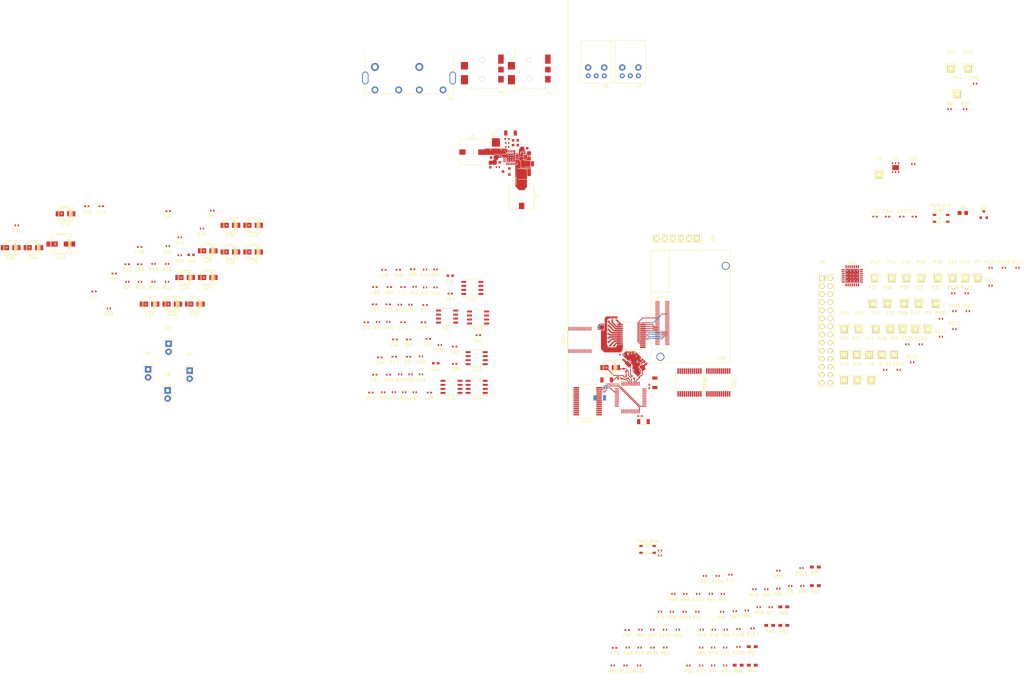
<source format=kicad_pcb>
(kicad_pcb (version 4) (host pcbnew 4.0.5)
  (layers (0 F.Cu signal) (31 B.Cu signal) (34 B.Paste user) (35 F.Paste user) (36 B.SilkS user) (37 F.SilkS user) (38 B.Mask user) (39 F.Mask user) (44 Edge.Cuts user))
  (net 0 "")
  (net 1 "Net-(C1-Pad1)")
  (net 2 GND)
  (net 3 +15V)
  (net 4 "Net-(C2-Pad2)")
  (net 5 "Net-(C4-Pad1)")
  (net 6 "Net-(C5-Pad1)")
  (net 7 -15V)
  (net 8 +5VSB)
  (net 9 "Net-(C7-Pad1)")
  (net 10 "Net-(C8-Pad1)")
  (net 11 "Net-(C9-Pad1)")
  (net 12 +3.3VSB)
  (net 13 "Net-(C20-Pad1)")
  (net 14 "Net-(C21-Pad1)")
  (net 15 "Net-(C23-Pad1)")
  (net 16 "Net-(C24-Pad1)")
  (net 17 "Net-(C25-Pad1)")
  (net 18 "Net-(C26-Pad1)")
  (net 19 RCA_IN_R)
  (net 20 "Net-(C27-Pad1)")
  (net 21 RCA_IN_L)
  (net 22 "Net-(C28-Pad1)")
  (net 23 3.5_IN_R)
  (net 24 "Net-(C29-Pad1)")
  (net 25 3.5_IN_L)
  (net 26 "Net-(C30-Pad1)")
  (net 27 MIC_1)
  (net 28 "Net-(C31-Pad1)")
  (net 29 MIC_2)
  (net 30 "Net-(C32-Pad1)")
  (net 31 MIC_3)
  (net 32 "Net-(C33-Pad1)")
  (net 33 MIC_4)
  (net 34 "Net-(C34-Pad1)")
  (net 35 "Net-(C35-Pad1)")
  (net 36 +1.8VSB)
  (net 37 "Net-(C49-Pad2)")
  (net 38 "Net-(C50-Pad1)")
  (net 39 /DAC/sheet57F8A4E6/ANALOG_OUT-)
  (net 40 "Net-(C57-Pad1)")
  (net 41 "Net-(C57-Pad2)")
  (net 42 "Net-(C58-Pad1)")
  (net 43 "Net-(C58-Pad2)")
  (net 44 "Net-(C59-Pad1)")
  (net 45 "Net-(C59-Pad2)")
  (net 46 "Net-(C60-Pad1)")
  (net 47 /DAC/sheet57F8A4E6/ANALOG_OUT+)
  (net 48 "Net-(C61-Pad1)")
  (net 49 "Net-(C61-Pad2)")
  (net 50 "Net-(C62-Pad1)")
  (net 51 "Net-(C62-Pad2)")
  (net 52 "Net-(C63-Pad1)")
  (net 53 "Net-(C64-Pad1)")
  (net 54 /DAC/sheet57F8A4E7/ANALOG_OUT-)
  (net 55 "Net-(C71-Pad1)")
  (net 56 "Net-(C71-Pad2)")
  (net 57 "Net-(C72-Pad1)")
  (net 58 "Net-(C72-Pad2)")
  (net 59 "Net-(C73-Pad1)")
  (net 60 "Net-(C73-Pad2)")
  (net 61 "Net-(C74-Pad1)")
  (net 62 /DAC/sheet57F8A4E7/ANALOG_OUT+)
  (net 63 "Net-(C75-Pad1)")
  (net 64 "Net-(C75-Pad2)")
  (net 65 "Net-(C76-Pad1)")
  (net 66 "Net-(C76-Pad2)")
  (net 67 "Net-(C77-Pad1)")
  (net 68 "Net-(C78-Pad1)")
  (net 69 "Net-(C79-Pad1)")
  (net 70 "Net-(C80-Pad1)")
  (net 71 "Net-(D1-Pad2)")
  (net 72 "Net-(D2-Pad1)")
  (net 73 "Net-(D5-Pad2)")
  (net 74 "Net-(D5-Pad1)")
  (net 75 +12V)
  (net 76 3.5_IN_SEN)
  (net 77 ANALOG_OUT_R)
  (net 78 3.5_OUT_SEN)
  (net 79 ANALOG_OUT_L)
  (net 80 "UART_RX(3.3)")
  (net 81 "UART_TX(3.3)")
  (net 82 /LIGHT_CONN/LED_R_1)
  (net 83 /LIGHT_CONN/LED_IA_3_O)
  (net 84 /LIGHT_CONN/LED_G_1)
  (net 85 /LIGHT_CONN/LED_IA_4_O)
  (net 86 /LIGHT_CONN/LED_IA_5_O)
  (net 87 /LIGHT_CONN/LED_R_2)
  (net 88 /LIGHT_CONN/LED_IA_6_O)
  (net 89 /LIGHT_CONN/LED_G_2)
  (net 90 /LIGHT_CONN/LED_IA_7_O)
  (net 91 /LIGHT_CONN/LED_B_2)
  (net 92 /LIGHT_CONN/LED_IA_8_O)
  (net 93 /LIGHT_CONN/LED_R_3)
  (net 94 /LIGHT_CONN/LED_IA_9_O)
  (net 95 /LIGHT_CONN/LED_G_3)
  (net 96 /LIGHT_CONN/LED_IA_10_O)
  (net 97 /LIGHT_CONN/LED_B_3)
  (net 98 /LIGHT_CONN/LED_IA_11_O)
  (net 99 /LIGHT_CONN/LED_R_4)
  (net 100 /LIGHT_CONN/LED_IA_12_O)
  (net 101 /LIGHT_CONN/LED_G_4)
  (net 102 /LIGHT_CONN/LED_IA_13_O)
  (net 103 /LIGHT_CONN/LED_B_4)
  (net 104 /LIGHT_CONN/LED_IA_14_O)
  (net 105 /LIGHT_CONN/LED_IA_1_O)
  (net 106 /LIGHT_CONN/LED_IA_15_O)
  (net 107 /LIGHT_CONN/LED_IA_2_O)
  (net 108 /LIGHT_CONN/LED_IA_16_O)
  (net 109 MCU_GPIO_X_1/UART_RX)
  (net 110 MCU_GPIO_X_2/UART_TX)
  (net 111 PSU_CTL)
  (net 112 DFE_GPIO_X_1)
  (net 113 DFE_GPIO_X_2)
  (net 114 DFE_GPIO_X_3)
  (net 115 /LIGHT_CONN/PWM_X_1)
  (net 116 "LVL_SHIFT_1(1.8)")
  (net 117 LVL_SHIFT_1)
  (net 118 /LIGHT_CONN/PWM_X_2)
  (net 119 "LVL_SHIFT_2(1.8)")
  (net 120 LVL_SHIFT_2)
  (net 121 /LIGHT_CONN/PWM_X_3)
  (net 122 "LVL_SHIFT_3(1.8)")
  (net 123 LVL_SHIFT_3)
  (net 124 /LIGHT_CONN/PWM_X_4)
  (net 125 "LVL_SHIFT_4(1.8)")
  (net 126 LVL_SHIFT_4)
  (net 127 "Net-(Q1-Pad2)")
  (net 128 EDISON_RST_OUT)
  (net 129 "Net-(R10-Pad2)")
  (net 130 EDISON_PWR_BTN)
  (net 131 "Net-(R25-Pad1)")
  (net 132 "UART_TX(1.8)")
  (net 133 "UART_RX(1.8)")
  (net 134 "I2S_MCU_DOUT(1.8)")
  (net 135 "I2S_MCU_LRCK(1.8)")
  (net 136 "I2S_MCU_BCK(1.8)")
  (net 137 "I2S_MCU_DIN(1.8)")
  (net 138 "I2C_PWM_SDA(1.8)")
  (net 139 "I2C_PWM_SCL(1.8)")
  (net 140 "I2C_SCA(1.8)")
  (net 141 "I2C_SCL(1.8)")
  (net 142 "I2S_MCU_DOUT(3.3)")
  (net 143 "I2S_MCU_LRCK(3.3)")
  (net 144 "I2S_MCU_BCK(3.3)")
  (net 145 "I2S_MCU_DIN(3.3)")
  (net 146 "I2C_PWM_SDA(3.3)")
  (net 147 "I2C_PWM_SCL(3.3)")
  (net 148 "I2C_SCA(3.3)")
  (net 149 "I2C_SCL(3.3)")
  (net 150 "LED_IA_1(1.8)")
  (net 151 "LED_IA_2(1.8)")
  (net 152 "LED_IA_3(1.8)")
  (net 153 "LED_IA_4(1.8)")
  (net 154 "LED_IA_5(1.8)")
  (net 155 "LED_IA_6(1.8)")
  (net 156 "LED_IA_7(1.8)")
  (net 157 "LED_IA_8(1.8)")
  (net 158 "LED_IA_9(1.8)")
  (net 159 "LED_IA_10(1.8)")
  (net 160 LED_IA_1)
  (net 161 LED_IA_2)
  (net 162 LED_IA_3)
  (net 163 LED_IA_4)
  (net 164 LED_IA_5)
  (net 165 LED_IA_6)
  (net 166 LED_IA_7)
  (net 167 LED_IA_8)
  (net 168 LED_IA_9)
  (net 169 LED_IA_10)
  (net 170 "LED_IA_11(1.8)")
  (net 171 "LED_IA_12(1.8)")
  (net 172 "LED_IA_13(1.8)")
  (net 173 "LED_IA_14(1.8)")
  (net 174 "LED_IA_15(1.8)")
  (net 175 "LED_IA_16(1.8)")
  (net 176 LED_IA_11)
  (net 177 LED_IA_12)
  (net 178 LED_IA_13)
  (net 179 LED_IA_14)
  (net 180 LED_IA_15)
  (net 181 LED_IA_16)
  (net 182 "Net-(R127-Pad2)")
  (net 183 BT_PAIR_BTN)
  (net 184 SPDIF_IN)
  (net 185 SPDIF_OUT)
  (net 186 DAC_RST)
  (net 187 "I2S_SCK(3.3)")
  (net 188 "I2S_DAC_BCK(3.3)")
  (net 189 "I2S_DAC_LRCK(3.3)")
  (net 190 "I2S_DAC_DIN(3.3)")
  (net 191 I2S_SCK)
  (net 192 I2S_ADC_BCK)
  (net 193 I2S_ADC_LRCK)
  (net 194 I2S_ADC_DOUT)
  (net 195 "I2C_SDA(3.3)")
  (net 196 DFE_RST)
  (net 197 ADC_ESEN_INT)
  (net 198 ADC_CLKE_INT)
  (net 199 +3V3)
  (net 200 "Net-(P5-Pad3)")
  (net 201 "Net-(P5-Pad6)")
  (net 202 /LIGHT_CONN/LED_B_1)
  (net 203 MCU_GPIO_X_5/PWM_X_1)
  (net 204 MCU_GPIO_X_6/PWM_X_2)
  (net 205 MCU_GPIO_X_3/PWM_X_3)
  (net 206 MCU_GPIO_X_4/PWM_X_4)
  (net 207 +5V)
  (net 208 "Net-(R6-Pad1)")
  (net 209 "Net-(U1-Pad12)")
  (net 210 "Net-(U1-Pad20)")
  (net 211 "Net-(U9-Pad1)")
  (net 212 "Net-(U9-Pad2)")
  (net 213 "Net-(U9-Pad16)")
  (net 214 "Net-(U9-Pad32)")
  (net 215 "Net-(U9-Pad35)")
  (net 216 "Net-(U9-Pad37)")
  (net 217 "Net-(U9-Pad47)")
  (net 218 "Net-(U9-Pad48)")
  (net 219 "Net-(U10-Pad9)")
  (net 220 "Net-(U10-Pad10)")
  (net 221 "Net-(U10-Pad22)")
  (net 222 "Net-(U10-Pad19)")
  (net 223 "Net-(U11-Pad1)")
  (net 224 "Net-(U11-Pad2)")
  (net 225 "Net-(U18-Pad3)")
  (net 226 "Net-(U18-Pad7)")
  (net 227 "Net-(U18-Pad8)")
  (net 228 "Net-(U18-Pad10)")
  (net 229 "Net-(U18-Pad16)")
  (net 230 "Net-(U18-Pad18)")
  (net 231 "Net-(U18-Pad19)")
  (net 232 "Net-(U18-Pad20)")
  (net 233 "Net-(U18-Pad21)")
  (net 234 "Net-(U18-Pad23)")
  (net 235 "Net-(U18-Pad24)")
  (net 236 "Net-(U18-Pad31)")
  (net 237 MCU_GPIO_X_4/PWM_X_2)
  (net 238 MCU_GPIO_X_3/PWM_X_1)
  (net 239 MCU_GPIO_X_5/PWM_X_3)
  (net 240 MCU_GPIO_X_6/PWM_X_4)
  (net 241 "Net-(U18-Pad67)")
  (net 242 "Net-(U18-Pad69)")
  (module muse-v2-lib:VIA-0.3mm (layer F.Cu) (at 170.6 137.6)
    (fp_text reference REF** hide)
    (fp_text value VIA-0.3mm hide)
    (pad 1 thru_hole circle (at 0 0) (size 0.61 0.61) (drill 0.305) (layers *.Cu) (net 2 GND))
  )
  (module muse-v2-lib:VIA-0.3mm (layer F.Cu) (at 169.9 137.6)
    (fp_text reference REF** hide)
    (fp_text value VIA-0.3mm hide)
    (pad 1 thru_hole circle (at 0 0) (size 0.61 0.61) (drill 0.305) (layers *.Cu) (net 2 GND))
  )
  (module muse-v2-lib:VIA-0.3mm (layer F.Cu) (at 169.35 138.1)
    (fp_text reference REF** hide)
    (fp_text value VIA-0.3mm hide)
    (pad 1 thru_hole circle (at 0 0) (size 0.61 0.61) (drill 0.305) (layers *.Cu) (net 2 GND))
  )
  (module muse-v2-lib:VIA-0.3mm (layer F.Cu) (at 137.9 84.2)
    (fp_text reference REF** hide)
    (fp_text value VIA-0.3mm hide)
    (pad 1 thru_hole circle (at 0 0) (size 0.61 0.61) (drill 0.305) (layers *.Cu) (net 2 GND))
  )
  (module muse-v2-lib:VIA-0.3mm (layer F.Cu) (at 182.6 149.4)
    (fp_text reference REF** hide)
    (fp_text value VIA-0.3mm hide)
    (pad 1 thru_hole circle (at 0 0) (size 0.61 0.61) (drill 0.305) (layers *.Cu) (net 2 GND))
  )
  (module muse-v2-lib:VIA-0.3mm (layer F.Cu) (at 179.45 149.15)
    (fp_text reference REF** hide)
    (fp_text value VIA-0.3mm hide)
    (pad 1 thru_hole circle (at 0 0) (size 0.61 0.61) (drill 0.305) (layers *.Cu) (net 2 GND))
  )
  (module muse-v2-lib:VIA-0.3mm (layer F.Cu) (at 178.5 147.05)
    (fp_text reference REF** hide)
    (fp_text value VIA-0.3mm hide)
    (pad 1 thru_hole circle (at 0 0) (size 0.61 0.61) (drill 0.305) (layers *.Cu) (net 2 GND))
  )
  (module muse-v2-lib:VIA-0.3mm (layer F.Cu) (at 177.25 147.05)
    (fp_text reference REF** hide)
    (fp_text value VIA-0.3mm hide)
    (pad 1 thru_hole circle (at 0 0) (size 0.61 0.61) (drill 0.305) (layers *.Cu) (net 2 GND))
  )
  (module muse-v2-lib:VIA-0.3mm (layer F.Cu) (at 181.15 147.45)
    (fp_text reference REF** hide)
    (fp_text value VIA-0.3mm hide)
    (pad 1 thru_hole circle (at 0 0) (size 0.61 0.61) (drill 0.305) (layers *.Cu) (net 2 GND))
  )
  (module muse-v2-lib:VIA-0.3mm (layer F.Cu) (at 181.4 149.35)
    (fp_text reference REF** hide)
    (fp_text value VIA-0.3mm hide)
    (pad 1 thru_hole circle (at 0 0) (size 0.61 0.61) (drill 0.305) (layers *.Cu) (net 2 GND))
  )
  (module muse-v2-lib:VIA-0.3mm (layer F.Cu) (at 182.7 148.4)
    (fp_text reference REF** hide)
    (fp_text value VIA-0.3mm hide)
    (pad 1 thru_hole circle (at 0 0) (size 0.61 0.61) (drill 0.305) (layers *.Cu) (net 2 GND))
  )
  (module muse-v2-lib:VIA-0.3mm (layer F.Cu) (at 182.25 151.95)
    (fp_text reference REF** hide)
    (fp_text value VIA-0.3mm hide)
    (pad 1 thru_hole circle (at 0 0) (size 0.61 0.61) (drill 0.305) (layers *.Cu) (net 2 GND))
  )
  (module Capacitors_SMD:C_0603 (layer F.Cu) (at 136.066368 84.817826)
    (fp_text reference C1 hide)
    (fp_text value 4.7uF)
    (pad 1 smd rect (at -0.75 0) (size 0.8 0.75) (layers F.Cu F.Paste F.Mask) (net 1 "Net-(C1-Pad1)"))
    (pad 2 smd rect (at 0.75 0) (size 0.8 0.75) (layers F.Cu F.Paste F.Mask) (net 2 GND))
  )
  (module Capacitors_SMD:C_0402 (layer F.Cu) (at 140.366368 78.867826)
    (fp_text reference C2 hide)
    (fp_text value 6.97pF)
    (pad 1 smd rect (at -0.55 0) (size 0.6 0.5) (layers F.Cu F.Paste F.Mask) (net 3 +15V))
    (pad 2 smd rect (at 0.55 0) (size 0.6 0.5) (layers F.Cu F.Paste F.Mask) (net 4 "Net-(C2-Pad2)"))
  )
  (module Capacitors_SMD:C_1206 (layer F.Cu) (at 141.466368 77.067826)
    (fp_text reference C3 hide)
    (fp_text value 4.7uF)
    (pad 1 smd rect (at -1.5 0) (size 1 1.6) (layers F.Cu F.Paste F.Mask) (net 3 +15V))
    (pad 2 smd rect (at 1.5 0) (size 1 1.6) (layers F.Cu F.Paste F.Mask) (net 2 GND))
  )
  (module Capacitors_SMD:C_0603 (layer F.Cu) (at 145.966368 81.867826)
    (fp_text reference C4 hide)
    (fp_text value 220nF)
    (pad 1 smd rect (at -0.75 0) (size 0.8 0.75) (layers F.Cu F.Paste F.Mask) (net 5 "Net-(C4-Pad1)"))
    (pad 2 smd rect (at 0.75 0) (size 0.8 0.75) (layers F.Cu F.Paste F.Mask) (net 2 GND))
  )
  (module Capacitors_SMD:C_0603 (layer F.Cu) (at 147.366368 84.117826 270)
    (fp_text reference C5 hide)
    (fp_text value 5.77pF)
    (pad 1 smd rect (at -0.75 0 270) (size 0.8 0.75) (layers F.Cu F.Paste F.Mask) (net 6 "Net-(C5-Pad1)"))
    (pad 2 smd rect (at 0.75 0 270) (size 0.8 0.75) (layers F.Cu F.Paste F.Mask) (net 7 -15V))
  )
  (module Capacitors_SMD:C_0603 (layer F.Cu) (at 135.1 87.1 90)
    (fp_text reference C6 hide)
    (fp_text value 4.7uF)
    (pad 1 smd rect (at -0.75 0 90) (size 0.8 0.75) (layers F.Cu F.Paste F.Mask) (net 8 +5VSB))
    (pad 2 smd rect (at 0.75 0 90) (size 0.8 0.75) (layers F.Cu F.Paste F.Mask) (net 2 GND))
  )
  (module Capacitors_SMD:C_0603 (layer F.Cu) (at 137.35 86.3 180)
    (fp_text reference C7 hide)
    (fp_text value 100nF)
    (pad 1 smd rect (at -0.75 0 180) (size 0.8 0.75) (layers F.Cu F.Paste F.Mask) (net 9 "Net-(C7-Pad1)"))
    (pad 2 smd rect (at 0.75 0 180) (size 0.8 0.75) (layers F.Cu F.Paste F.Mask) (net 2 GND))
  )
  (module Capacitors_SMD:C_0603 (layer F.Cu) (at 142.266368 80.117826 90)
    (fp_text reference C8 hide)
    (fp_text value 10nF)
    (pad 1 smd rect (at -0.75 0 90) (size 0.8 0.75) (layers F.Cu F.Paste F.Mask) (net 10 "Net-(C8-Pad1)"))
    (pad 2 smd rect (at 0.75 0 90) (size 0.8 0.75) (layers F.Cu F.Paste F.Mask) (net 2 GND))
  )
  (module Capacitors_SMD:C_0603 (layer F.Cu) (at 143.766368 80.117826 90)
    (fp_text reference C9 hide)
    (fp_text value 4.7nF)
    (pad 1 smd rect (at -0.75 0 90) (size 0.8 0.75) (layers F.Cu F.Paste F.Mask) (net 11 "Net-(C9-Pad1)"))
    (pad 2 smd rect (at 0.75 0 90) (size 0.8 0.75) (layers F.Cu F.Paste F.Mask) (net 2 GND))
  )
  (module Capacitors_SMD:C_1206 (layer F.Cu) (at 146.866368 86.767826)
    (fp_text reference C10 hide)
    (fp_text value 4.7uF)
    (pad 1 smd rect (at -1.5 0) (size 1 1.6) (layers F.Cu F.Paste F.Mask) (net 7 -15V))
    (pad 2 smd rect (at 1.5 0) (size 1 1.6) (layers F.Cu F.Paste F.Mask) (net 2 GND))
  )
  (module Capacitors_SMD:C_0402 (layer F.Cu) (at 256.452381 103.425)
    (fp_text reference C11 (at 0 -1.7) (layer F.SilkS))
    (fp_text value 1uF)
    (pad 1 smd rect (at -0.55 0) (size 0.6 0.5) (layers F.Cu F.Paste F.Mask) (net 8 +5VSB))
    (pad 2 smd rect (at 0.55 0) (size 0.6 0.5) (layers F.Cu F.Paste F.Mask) (net 2 GND))
  )
  (module Capacitors_SMD:C_0402 (layer F.Cu) (at 268.832381 103.425)
    (fp_text reference C12 (at 0 -1.7) (layer F.SilkS))
    (fp_text value 1uF)
    (pad 1 smd rect (at -0.55 0) (size 0.6 0.5) (layers F.Cu F.Paste F.Mask) (net 12 +3.3VSB))
    (pad 2 smd rect (at 0.55 0) (size 0.6 0.5) (layers F.Cu F.Paste F.Mask) (net 2 GND))
  )
  (module Capacitors_SMD:C_0402 (layer F.Cu) (at 264.911428 103.425)
    (fp_text reference C13 (at 0 -1.7) (layer F.SilkS))
    (fp_text value 0.1uF)
    (pad 1 smd rect (at -0.55 0) (size 0.6 0.5) (layers F.Cu F.Paste F.Mask) (net 12 +3.3VSB))
    (pad 2 smd rect (at 0.55 0) (size 0.6 0.5) (layers F.Cu F.Paste F.Mask) (net 2 GND))
  )
  (module Capacitors_SMD:C_0402 (layer F.Cu) (at 260.371428 103.425)
    (fp_text reference C14 (at 0 -1.7) (layer F.SilkS))
    (fp_text value 0.1uF)
    (pad 1 smd rect (at -0.55 0) (size 0.6 0.5) (layers F.Cu F.Paste F.Mask) (net 12 +3.3VSB))
    (pad 2 smd rect (at 0.55 0) (size 0.6 0.5) (layers F.Cu F.Paste F.Mask) (net 2 GND))
  )
  (module Capacitors_SMD:C_0402 (layer F.Cu) (at 185.25 157 90)
    (fp_text reference C16 hide)
    (fp_text value 0.1uF)
    (pad 1 smd rect (at -0.55 0 90) (size 0.6 0.5) (layers F.Cu F.Paste F.Mask) (net 12 +3.3VSB))
    (pad 2 smd rect (at 0.55 0 90) (size 0.6 0.5) (layers F.Cu F.Paste F.Mask) (net 2 GND))
  )
  (module Capacitors_SMD:C_0402 (layer F.Cu) (at 182.3 166.35)
    (fp_text reference C18 hide)
    (fp_text value 0.1uF)
    (pad 1 smd rect (at -0.55 0) (size 0.6 0.5) (layers F.Cu F.Paste F.Mask) (net 12 +3.3VSB))
    (pad 2 smd rect (at 0.55 0) (size 0.6 0.5) (layers F.Cu F.Paste F.Mask) (net 2 GND))
  )
  (module Capacitors_SMD:C_0402 (layer F.Cu) (at 24.477212 118.44591 180)
    (fp_text reference C19 (at 0 -1.7 180) (layer F.SilkS))
    (fp_text value 0.1uF)
    (pad 1 smd rect (at -0.55 0 180) (size 0.6 0.5) (layers F.Cu F.Paste F.Mask) (net 12 +3.3VSB))
    (pad 2 smd rect (at 0.55 0 180) (size 0.6 0.5) (layers F.Cu F.Paste F.Mask) (net 2 GND))
  )
  (module Capacitors_SMD:C_0402 (layer F.Cu) (at 183.95 149.4 135)
    (fp_text reference C20 hide)
    (fp_text value 15pF)
    (pad 1 smd rect (at -0.55 0 135) (size 0.6 0.5) (layers F.Cu F.Paste F.Mask) (net 13 "Net-(C20-Pad1)"))
    (pad 2 smd rect (at 0.55 0 135) (size 0.6 0.5) (layers F.Cu F.Paste F.Mask) (net 2 GND))
  )
  (module Capacitors_SMD:C_0402 (layer F.Cu) (at 175.95 154.55 180)
    (fp_text reference C21 hide)
    (fp_text value 0.1uF)
    (pad 1 smd rect (at -0.55 0 180) (size 0.6 0.5) (layers F.Cu F.Paste F.Mask) (net 14 "Net-(C21-Pad1)"))
    (pad 2 smd rect (at 0.55 0 180) (size 0.6 0.5) (layers F.Cu F.Paste F.Mask) (net 2 GND))
  )
  (module Capacitors_SMD:C_0402 (layer F.Cu) (at 177.55 151.8 135)
    (fp_text reference C23 hide)
    (fp_text value .068uF)
    (pad 1 smd rect (at -0.55 0 135) (size 0.6 0.5) (layers F.Cu F.Paste F.Mask) (net 15 "Net-(C23-Pad1)"))
    (pad 2 smd rect (at 0.55 0 135) (size 0.6 0.5) (layers F.Cu F.Paste F.Mask) (net 12 +3.3VSB))
  )
  (module Capacitors_SMD:c_elec_4x4.5 (layer F.Cu) (at 172.9 151.05 180)
    (fp_text reference C24 hide)
    (fp_text value 4700pF)
    (pad 1 smd rect (at 1.80086 0 180) (size 2.60096 1.6002) (layers F.Cu F.Paste F.Mask) (net 16 "Net-(C24-Pad1)"))
    (pad 2 smd rect (at -1.80086 0 180) (size 2.60096 1.6002) (layers F.Cu F.Paste F.Mask) (net 12 +3.3VSB))
  )
  (module Capacitors_SMD:C_0402 (layer F.Cu) (at 177.45 148.15 45)
    (fp_text reference C25 hide)
    (fp_text value 15pF)
    (pad 1 smd rect (at -0.55 0 45) (size 0.6 0.5) (layers F.Cu F.Paste F.Mask) (net 17 "Net-(C25-Pad1)"))
    (pad 2 smd rect (at 0.55 0 45) (size 0.6 0.5) (layers F.Cu F.Paste F.Mask) (net 2 GND))
  )
  (module Capacitors_SMD:c_elec_4x4.5 (layer F.Cu) (at 53.123639 114.57091 180)
    (fp_text reference C26 (at 0 -3.175 180) (layer F.SilkS))
    (fp_text value 10uF)
    (pad 1 smd rect (at 1.80086 0 180) (size 2.60096 1.6002) (layers F.Cu F.Paste F.Mask) (net 18 "Net-(C26-Pad1)"))
    (pad 2 smd rect (at -1.80086 0 180) (size 2.60096 1.6002) (layers F.Cu F.Paste F.Mask) (net 19 RCA_IN_R))
  )
  (module Capacitors_SMD:c_elec_4x4.5 (layer F.Cu) (at 27.623639 131.02091 180)
    (fp_text reference C27 (at 0 -3.175 180) (layer F.SilkS))
    (fp_text value 10uF)
    (pad 1 smd rect (at 1.80086 0 180) (size 2.60096 1.6002) (layers F.Cu F.Paste F.Mask) (net 20 "Net-(C27-Pad1)"))
    (pad 2 smd rect (at -1.80086 0 180) (size 2.60096 1.6002) (layers F.Cu F.Paste F.Mask) (net 21 RCA_IN_L))
  )
  (module Capacitors_SMD:c_elec_4x4.5 (layer F.Cu) (at 45.973639 114.22091 180)
    (fp_text reference C28 (at 0 -3.175 180) (layer F.SilkS))
    (fp_text value 10uF)
    (pad 1 smd rect (at 1.80086 0 180) (size 2.60096 1.6002) (layers F.Cu F.Paste F.Mask) (net 22 "Net-(C28-Pad1)"))
    (pad 2 smd rect (at -1.80086 0 180) (size 2.60096 1.6002) (layers F.Cu F.Paste F.Mask) (net 23 3.5_IN_R))
  )
  (module Capacitors_SMD:c_elec_4x4.5 (layer F.Cu) (at 45.973639 122.62091 180)
    (fp_text reference C29 (at 0 -3.175 180) (layer F.SilkS))
    (fp_text value 10uF)
    (pad 1 smd rect (at 1.80086 0 180) (size 2.60096 1.6002) (layers F.Cu F.Paste F.Mask) (net 24 "Net-(C29-Pad1)"))
    (pad 2 smd rect (at -1.80086 0 180) (size 2.60096 1.6002) (layers F.Cu F.Paste F.Mask) (net 25 3.5_IN_L))
  )
  (module Capacitors_SMD:c_elec_4x4.5 (layer F.Cu) (at 34.773639 131.02091 180)
    (fp_text reference C30 (at 0 -3.175 180) (layer F.SilkS))
    (fp_text value 10uF)
    (pad 1 smd rect (at 1.80086 0 180) (size 2.60096 1.6002) (layers F.Cu F.Paste F.Mask) (net 26 "Net-(C30-Pad1)"))
    (pad 2 smd rect (at -1.80086 0 180) (size 2.60096 1.6002) (layers F.Cu F.Paste F.Mask) (net 27 MIC_1))
  )
  (module Capacitors_SMD:c_elec_4x4.5 (layer F.Cu) (at 60.273639 114.57091 180)
    (fp_text reference C31 (at 0 -3.175 180) (layer F.SilkS))
    (fp_text value 10uF)
    (pad 1 smd rect (at 1.80086 0 180) (size 2.60096 1.6002) (layers F.Cu F.Paste F.Mask) (net 28 "Net-(C31-Pad1)"))
    (pad 2 smd rect (at -1.80086 0 180) (size 2.60096 1.6002) (layers F.Cu F.Paste F.Mask) (net 29 MIC_2))
  )
  (module Capacitors_SMD:c_elec_4x4.5 (layer F.Cu) (at 60.273639 106.17091 180)
    (fp_text reference C32 (at 0 -3.175 180) (layer F.SilkS))
    (fp_text value 10uF)
    (pad 1 smd rect (at 1.80086 0 180) (size 2.60096 1.6002) (layers F.Cu F.Paste F.Mask) (net 30 "Net-(C32-Pad1)"))
    (pad 2 smd rect (at -1.80086 0 180) (size 2.60096 1.6002) (layers F.Cu F.Paste F.Mask) (net 31 MIC_3))
  )
  (module Capacitors_SMD:c_elec_4x4.5 (layer F.Cu) (at 41.923639 131.02091 180)
    (fp_text reference C33 (at 0 -3.175 180) (layer F.SilkS))
    (fp_text value 10uF)
    (pad 1 smd rect (at 1.80086 0 180) (size 2.60096 1.6002) (layers F.Cu F.Paste F.Mask) (net 32 "Net-(C33-Pad1)"))
    (pad 2 smd rect (at -1.80086 0 180) (size 2.60096 1.6002) (layers F.Cu F.Paste F.Mask) (net 33 MIC_4))
  )
  (module Capacitors_SMD:C_0402 (layer F.Cu) (at 33.477212 101.69591 180)
    (fp_text reference C34 (at 0 -1.7 180) (layer F.SilkS))
    (fp_text value 0.1uF)
    (pad 1 smd rect (at -0.55 0 180) (size 0.6 0.5) (layers F.Cu F.Paste F.Mask) (net 34 "Net-(C34-Pad1)"))
    (pad 2 smd rect (at 0.55 0 180) (size 0.6 0.5) (layers F.Cu F.Paste F.Mask) (net 2 GND))
  )
  (module Capacitors_SMD:C_0402 (layer F.Cu) (at 20.556259 118.44591 180)
    (fp_text reference C35 (at 0 -1.7 180) (layer F.SilkS))
    (fp_text value 1uF)
    (pad 1 smd rect (at -0.55 0 180) (size 0.6 0.5) (layers F.Cu F.Paste F.Mask) (net 35 "Net-(C35-Pad1)"))
    (pad 2 smd rect (at 0.55 0 180) (size 0.6 0.5) (layers F.Cu F.Paste F.Mask) (net 2 GND))
  )
  (module Capacitors_SMD:c_elec_4x4.5 (layer F.Cu) (at 38.823639 122.62091 180)
    (fp_text reference C36 (at 0 -3.175 180) (layer F.SilkS))
    (fp_text value 10uF)
    (pad 1 smd rect (at 1.80086 0 180) (size 2.60096 1.6002) (layers F.Cu F.Paste F.Mask) (net 12 +3.3VSB))
    (pad 2 smd rect (at -1.80086 0 180) (size 2.60096 1.6002) (layers F.Cu F.Paste F.Mask) (net 2 GND))
  )
  (module Capacitors_SMD:C_0402 (layer F.Cu) (at 10.087212 127.04591 180)
    (fp_text reference C37 (at 0 -1.7 180) (layer F.SilkS))
    (fp_text value 0.1uF)
    (pad 1 smd rect (at -0.55 0 180) (size 0.6 0.5) (layers F.Cu F.Paste F.Mask) (net 12 +3.3VSB))
    (pad 2 smd rect (at 0.55 0 180) (size 0.6 0.5) (layers F.Cu F.Paste F.Mask) (net 2 GND))
  )
  (module Capacitors_SMD:c_elec_4x4.5 (layer F.Cu) (at 53.123639 106.17091 180)
    (fp_text reference C38 (at 0 -3.175 180) (layer F.SilkS))
    (fp_text value 10uF)
    (pad 1 smd rect (at 1.80086 0 180) (size 2.60096 1.6002) (layers F.Cu F.Paste F.Mask) (net 12 +3.3VSB))
    (pad 2 smd rect (at -1.80086 0 180) (size 2.60096 1.6002) (layers F.Cu F.Paste F.Mask) (net 2 GND))
  )
  (module Capacitors_SMD:C_0402 (layer F.Cu) (at 24.477212 112.99591 180)
    (fp_text reference C39 (at 0 -1.7 180) (layer F.SilkS))
    (fp_text value 0.1uF)
    (pad 1 smd rect (at -0.55 0 180) (size 0.6 0.5) (layers F.Cu F.Paste F.Mask) (net 12 +3.3VSB))
    (pad 2 smd rect (at 0.55 0 180) (size 0.6 0.5) (layers F.Cu F.Paste F.Mask) (net 2 GND))
  )
  (module Capacitors_SMD:C_0603 (layer F.Cu) (at 40.723639 115.49591 180)
    (fp_text reference C40 (at 0 -1.9 180) (layer F.SilkS))
    (fp_text value 1uF)
    (pad 1 smd rect (at -0.75 0 180) (size 0.8 0.75) (layers F.Cu F.Paste F.Mask) (net 36 +1.8VSB))
    (pad 2 smd rect (at 0.75 0 180) (size 0.8 0.75) (layers F.Cu F.Paste F.Mask) (net 2 GND))
  )
  (module Capacitors_SMD:C_0402 (layer F.Cu) (at 16.447212 121.39591 180)
    (fp_text reference C41 (at 0 -1.7 180) (layer F.SilkS))
    (fp_text value 0.1uF)
    (pad 1 smd rect (at -0.55 0 180) (size 0.6 0.5) (layers F.Cu F.Paste F.Mask) (net 36 +1.8VSB))
    (pad 2 smd rect (at 0.55 0 180) (size 0.6 0.5) (layers F.Cu F.Paste F.Mask) (net 2 GND))
  )
  (module Capacitors_SMD:c_elec_4x4.5 (layer F.Cu) (at 1.103639 102.54091 180)
    (fp_text reference C42 (at 0 -3.175 180) (layer F.SilkS))
    (fp_text value 10uF)
    (pad 1 smd rect (at 1.80086 0 180) (size 2.60096 1.6002) (layers F.Cu F.Paste F.Mask) (net 207 +5V))
    (pad 2 smd rect (at -1.80086 0 180) (size 2.60096 1.6002) (layers F.Cu F.Paste F.Mask) (net 2 GND))
  )
  (module Capacitors_SMD:C_0402 (layer F.Cu) (at 12.357212 100.14591 180)
    (fp_text reference C43 (at 0 -1.7 180) (layer F.SilkS))
    (fp_text value 0.1uF)
    (pad 1 smd rect (at -0.55 0 180) (size 0.6 0.5) (layers F.Cu F.Paste F.Mask) (net 207 +5V))
    (pad 2 smd rect (at 0.55 0 180) (size 0.6 0.5) (layers F.Cu F.Paste F.Mask) (net 2 GND))
  )
  (module Capacitors_SMD:c_elec_4x4.5 (layer F.Cu) (at -9.046361 113.22091 180)
    (fp_text reference C44 (at 0 -3.175 180) (layer F.SilkS))
    (fp_text value 10uF)
    (pad 1 smd rect (at 1.80086 0 180) (size 2.60096 1.6002) (layers F.Cu F.Paste F.Mask) (net 207 +5V))
    (pad 2 smd rect (at -1.80086 0 180) (size 2.60096 1.6002) (layers F.Cu F.Paste F.Mask) (net 2 GND))
  )
  (module Capacitors_SMD:C_0402 (layer F.Cu) (at 7.817212 100.14591 180)
    (fp_text reference C45 (at 0 -1.7 180) (layer F.SilkS))
    (fp_text value 0.1uF)
    (pad 1 smd rect (at -0.55 0 180) (size 0.6 0.5) (layers F.Cu F.Paste F.Mask) (net 207 +5V))
    (pad 2 smd rect (at 0.55 0 180) (size 0.6 0.5) (layers F.Cu F.Paste F.Mask) (net 2 GND))
  )
  (module Capacitors_SMD:c_elec_4x4.5 (layer F.Cu) (at -16.196361 113.22091 180)
    (fp_text reference C46 (at 0 -3.175 180) (layer F.SilkS))
    (fp_text value 10uF)
    (pad 1 smd rect (at 1.80086 0 180) (size 2.60096 1.6002) (layers F.Cu F.Paste F.Mask) (net 207 +5V))
    (pad 2 smd rect (at -1.80086 0 180) (size 2.60096 1.6002) (layers F.Cu F.Paste F.Mask) (net 2 GND))
  )
  (module Capacitors_SMD:C_0402 (layer F.Cu) (at 171.15 160.6 270)
    (fp_text reference C48 hide)
    (fp_text value 0.1uF)
    (pad 1 smd rect (at -0.55 0 270) (size 0.6 0.5) (layers F.Cu F.Paste F.Mask) (net 12 +3.3VSB))
    (pad 2 smd rect (at 0.55 0 270) (size 0.6 0.5) (layers F.Cu F.Paste F.Mask) (net 2 GND))
  )
  (module Capacitors_SMD:c_elec_6.3x7.7 (layer F.Cu) (at -0.396361 112.07791 180)
    (fp_text reference C49 (at 0 -4.318 180) (layer F.SilkS))
    (fp_text value 47uF)
    (pad 1 smd rect (at 2.75082 0 180) (size 3.59918 1.6002) (layers F.Cu F.Paste F.Mask) (net 207 +5V))
    (pad 2 smd rect (at -2.75082 0 180) (size 3.59918 1.6002) (layers F.Cu F.Paste F.Mask) (net 37 "Net-(C49-Pad2)"))
  )
  (module Capacitors_SMD:C_0402 (layer F.Cu) (at 115.892926 158.92591 180)
    (fp_text reference C50 (at 0 -1.7 180) (layer F.SilkS))
    (fp_text value 2700pF)
    (pad 1 smd rect (at -0.55 0 180) (size 0.6 0.5) (layers F.Cu F.Paste F.Mask) (net 38 "Net-(C50-Pad1)"))
    (pad 2 smd rect (at 0.55 0 180) (size 0.6 0.5) (layers F.Cu F.Paste F.Mask) (net 39 /DAC/sheet57F8A4E6/ANALOG_OUT-))
  )
  (module Capacitors_SMD:C_0402 (layer F.Cu) (at 109.317212 147.62591 180)
    (fp_text reference C51 (at 0 -1.7 180) (layer F.SilkS))
    (fp_text value 0.1uF)
    (pad 1 smd rect (at -0.55 0 180) (size 0.6 0.5) (layers F.Cu F.Paste F.Mask) (net 7 -15V))
    (pad 2 smd rect (at 0.55 0 180) (size 0.6 0.5) (layers F.Cu F.Paste F.Mask) (net 2 GND))
  )
  (module Capacitors_SMD:C_0402 (layer F.Cu) (at 104.777212 147.62591 180)
    (fp_text reference C52 (at 0 -1.7 180) (layer F.SilkS))
    (fp_text value 0.1uF)
    (pad 1 smd rect (at -0.55 0 180) (size 0.6 0.5) (layers F.Cu F.Paste F.Mask) (net 7 -15V))
    (pad 2 smd rect (at 0.55 0 180) (size 0.6 0.5) (layers F.Cu F.Paste F.Mask) (net 2 GND))
  )
  (module Capacitors_SMD:C_0402 (layer F.Cu) (at 98.657212 153.27591 180)
    (fp_text reference C53 (at 0 -1.7 180) (layer F.SilkS))
    (fp_text value 0.1uF)
    (pad 1 smd rect (at -0.55 0 180) (size 0.6 0.5) (layers F.Cu F.Paste F.Mask) (net 7 -15V))
    (pad 2 smd rect (at 0.55 0 180) (size 0.6 0.5) (layers F.Cu F.Paste F.Mask) (net 2 GND))
  )
  (module Capacitors_SMD:C_0402 (layer F.Cu) (at 100.237212 147.82591 180)
    (fp_text reference C54 (at 0 -1.7 180) (layer F.SilkS))
    (fp_text value 0.1uF)
    (pad 1 smd rect (at -0.55 0 180) (size 0.6 0.5) (layers F.Cu F.Paste F.Mask) (net 3 +15V))
    (pad 2 smd rect (at 0.55 0 180) (size 0.6 0.5) (layers F.Cu F.Paste F.Mask) (net 2 GND))
  )
  (module Capacitors_SMD:C_0402 (layer F.Cu) (at 109.317212 142.17591 180)
    (fp_text reference C55 (at 0 -1.7 180) (layer F.SilkS))
    (fp_text value 0.1uF)
    (pad 1 smd rect (at -0.55 0 180) (size 0.6 0.5) (layers F.Cu F.Paste F.Mask) (net 3 +15V))
    (pad 2 smd rect (at 0.55 0 180) (size 0.6 0.5) (layers F.Cu F.Paste F.Mask) (net 2 GND))
  )
  (module Capacitors_SMD:C_0402 (layer F.Cu) (at 97.437212 158.92591 180)
    (fp_text reference C56 (at 0 -1.7 180) (layer F.SilkS))
    (fp_text value 0.1uF)
    (pad 1 smd rect (at -0.55 0 180) (size 0.6 0.5) (layers F.Cu F.Paste F.Mask) (net 3 +15V))
    (pad 2 smd rect (at 0.55 0 180) (size 0.6 0.5) (layers F.Cu F.Paste F.Mask) (net 2 GND))
  )
  (module Capacitors_SMD:C_0402 (layer F.Cu) (at 115.525307 141.97591 180)
    (fp_text reference C57 (at 0 -1.7 180) (layer F.SilkS))
    (fp_text value 22pF)
    (pad 1 smd rect (at -0.55 0 180) (size 0.6 0.5) (layers F.Cu F.Paste F.Mask) (net 40 "Net-(C57-Pad1)"))
    (pad 2 smd rect (at 0.55 0 180) (size 0.6 0.5) (layers F.Cu F.Paste F.Mask) (net 41 "Net-(C57-Pad2)"))
  )
  (module Capacitors_SMD:C_0402 (layer F.Cu) (at 102.955307 153.27591 180)
    (fp_text reference C58 (at 0 -1.7 180) (layer F.SilkS))
    (fp_text value 22pF)
    (pad 1 smd rect (at -0.55 0 180) (size 0.6 0.5) (layers F.Cu F.Paste F.Mask) (net 42 "Net-(C58-Pad1)"))
    (pad 2 smd rect (at 0.55 0 180) (size 0.6 0.5) (layers F.Cu F.Paste F.Mask) (net 43 "Net-(C58-Pad2)"))
  )
  (module Capacitors_SMD:C_0402 (layer F.Cu) (at 123.842926 149.87591 180)
    (fp_text reference C59 (at 0 -1.7 180) (layer F.SilkS))
    (fp_text value 8200pF)
    (pad 1 smd rect (at -0.55 0 180) (size 0.6 0.5) (layers F.Cu F.Paste F.Mask) (net 44 "Net-(C59-Pad1)"))
    (pad 2 smd rect (at 0.55 0 180) (size 0.6 0.5) (layers F.Cu F.Paste F.Mask) (net 45 "Net-(C59-Pad2)"))
  )
  (module Capacitors_SMD:C_0603 (layer F.Cu) (at 117.872926 149.67591 180)
    (fp_text reference C60 (at 0 -1.9 180) (layer F.SilkS))
    (fp_text value 2700pF)
    (pad 1 smd rect (at -0.75 0 180) (size 0.8 0.75) (layers F.Cu F.Paste F.Mask) (net 46 "Net-(C60-Pad1)"))
    (pad 2 smd rect (at 0.75 0 180) (size 0.8 0.75) (layers F.Cu F.Paste F.Mask) (net 47 /DAC/sheet57F8A4E6/ANALOG_OUT+))
  )
  (module Capacitors_SMD:C_0402 (layer F.Cu) (at 131.316735 140.82591 180)
    (fp_text reference C61 (at 0 -1.7 180) (layer F.SilkS))
    (fp_text value 27000pF)
    (pad 1 smd rect (at -0.55 0 180) (size 0.6 0.5) (layers F.Cu F.Paste F.Mask) (net 48 "Net-(C61-Pad1)"))
    (pad 2 smd rect (at 0.55 0 180) (size 0.6 0.5) (layers F.Cu F.Paste F.Mask) (net 49 "Net-(C61-Pad2)"))
  )
  (module Capacitors_SMD:C_0402 (layer F.Cu) (at 105.015307 142.17591 180)
    (fp_text reference C62 (at 0 -1.7 180) (layer F.SilkS))
    (fp_text value 22pF)
    (pad 1 smd rect (at -0.55 0 180) (size 0.6 0.5) (layers F.Cu F.Paste F.Mask) (net 50 "Net-(C62-Pad1)"))
    (pad 2 smd rect (at 0.55 0 180) (size 0.6 0.5) (layers F.Cu F.Paste F.Mask) (net 51 "Net-(C62-Pad2)"))
  )
  (module Capacitors_SMD:C_0402 (layer F.Cu) (at 123.842926 144.42591 180)
    (fp_text reference C63 (at 0 -1.7 180) (layer F.SilkS))
    (fp_text value 8200pF)
    (pad 1 smd rect (at -0.55 0 180) (size 0.6 0.5) (layers F.Cu F.Paste F.Mask) (net 52 "Net-(C63-Pad1)"))
    (pad 2 smd rect (at 0.55 0 180) (size 0.6 0.5) (layers F.Cu F.Paste F.Mask) (net 2 GND))
  )
  (module Capacitors_SMD:C_0402 (layer F.Cu) (at 122.452926 127.70591 180)
    (fp_text reference C64 (at 0 -1.7 180) (layer F.SilkS))
    (fp_text value 2700pF)
    (pad 1 smd rect (at -0.55 0 180) (size 0.6 0.5) (layers F.Cu F.Paste F.Mask) (net 53 "Net-(C64-Pad1)"))
    (pad 2 smd rect (at 0.55 0 180) (size 0.6 0.5) (layers F.Cu F.Paste F.Mask) (net 54 /DAC/sheet57F8A4E7/ANALOG_OUT-))
  )
  (module Capacitors_SMD:C_0402 (layer F.Cu) (at 110.597212 120.00591 180)
    (fp_text reference C65 (at 0 -1.7 180) (layer F.SilkS))
    (fp_text value 0.1uF)
    (pad 1 smd rect (at -0.55 0 180) (size 0.6 0.5) (layers F.Cu F.Paste F.Mask) (net 7 -15V))
    (pad 2 smd rect (at 0.55 0 180) (size 0.6 0.5) (layers F.Cu F.Paste F.Mask) (net 2 GND))
  )
  (module Capacitors_SMD:C_0402 (layer F.Cu) (at 103.237212 125.65591 180)
    (fp_text reference C66 (at 0 -1.7 180) (layer F.SilkS))
    (fp_text value 0.1uF)
    (pad 1 smd rect (at -0.55 0 180) (size 0.6 0.5) (layers F.Cu F.Paste F.Mask) (net 7 -15V))
    (pad 2 smd rect (at 0.55 0 180) (size 0.6 0.5) (layers F.Cu F.Paste F.Mask) (net 2 GND))
  )
  (module Capacitors_SMD:C_0402 (layer F.Cu) (at 98.587212 131.10591 180)
    (fp_text reference C67 (at 0 -1.7 180) (layer F.SilkS))
    (fp_text value 0.1uF)
    (pad 1 smd rect (at -0.55 0 180) (size 0.6 0.5) (layers F.Cu F.Paste F.Mask) (net 7 -15V))
    (pad 2 smd rect (at 0.55 0 180) (size 0.6 0.5) (layers F.Cu F.Paste F.Mask) (net 2 GND))
  )
  (module Capacitors_SMD:C_0402 (layer F.Cu) (at 106.057212 120.20591 180)
    (fp_text reference C68 (at 0 -1.7 180) (layer F.SilkS))
    (fp_text value 0.1uF)
    (pad 1 smd rect (at -0.55 0 180) (size 0.6 0.5) (layers F.Cu F.Paste F.Mask) (net 3 +15V))
    (pad 2 smd rect (at 0.55 0 180) (size 0.6 0.5) (layers F.Cu F.Paste F.Mask) (net 2 GND))
  )
  (module Capacitors_SMD:C_0402 (layer F.Cu) (at 98.697212 125.65591 180)
    (fp_text reference C69 (at 0 -1.7 180) (layer F.SilkS))
    (fp_text value 0.1uF)
    (pad 1 smd rect (at -0.55 0 180) (size 0.6 0.5) (layers F.Cu F.Paste F.Mask) (net 3 +15V))
    (pad 2 smd rect (at 0.55 0 180) (size 0.6 0.5) (layers F.Cu F.Paste F.Mask) (net 2 GND))
  )
  (module Capacitors_SMD:C_0402 (layer F.Cu) (at 101.517212 120.20591 180)
    (fp_text reference C70 (at 0 -1.7 180) (layer F.SilkS))
    (fp_text value 0.1uF)
    (pad 1 smd rect (at -0.55 0 180) (size 0.6 0.5) (layers F.Cu F.Paste F.Mask) (net 3 +15V))
    (pad 2 smd rect (at 0.55 0 180) (size 0.6 0.5) (layers F.Cu F.Paste F.Mask) (net 2 GND))
  )
  (module Capacitors_SMD:C_0402 (layer F.Cu) (at 107.535307 125.65591 180)
    (fp_text reference C71 (at 0 -1.7 180) (layer F.SilkS))
    (fp_text value 22pF)
    (pad 1 smd rect (at -0.55 0 180) (size 0.6 0.5) (layers F.Cu F.Paste F.Mask) (net 55 "Net-(C71-Pad1)"))
    (pad 2 smd rect (at 0.55 0 180) (size 0.6 0.5) (layers F.Cu F.Paste F.Mask) (net 56 "Net-(C71-Pad2)"))
  )
  (module Capacitors_SMD:C_0402 (layer F.Cu) (at 95.965307 136.75591 180)
    (fp_text reference C72 (at 0 -1.7 180) (layer F.SilkS))
    (fp_text value 22pF)
    (pad 1 smd rect (at -0.55 0 180) (size 0.6 0.5) (layers F.Cu F.Paste F.Mask) (net 57 "Net-(C72-Pad1)"))
    (pad 2 smd rect (at 0.55 0 180) (size 0.6 0.5) (layers F.Cu F.Paste F.Mask) (net 58 "Net-(C72-Pad2)"))
  )
  (module Capacitors_SMD:C_0402 (layer F.Cu) (at 107.582926 136.75591 180)
    (fp_text reference C73 (at 0 -1.7 180) (layer F.SilkS))
    (fp_text value 8200pF)
    (pad 1 smd rect (at -0.55 0 180) (size 0.6 0.5) (layers F.Cu F.Paste F.Mask) (net 59 "Net-(C73-Pad1)"))
    (pad 2 smd rect (at 0.55 0 180) (size 0.6 0.5) (layers F.Cu F.Paste F.Mask) (net 60 "Net-(C73-Pad2)"))
  )
  (module Capacitors_SMD:C_0603 (layer F.Cu) (at 122.452926 122.05591 180)
    (fp_text reference C74 (at 0 -1.9 180) (layer F.SilkS))
    (fp_text value 2700pF)
    (pad 1 smd rect (at -0.75 0 180) (size 0.8 0.75) (layers F.Cu F.Paste F.Mask) (net 61 "Net-(C74-Pad1)"))
    (pad 2 smd rect (at 0.75 0 180) (size 0.8 0.75) (layers F.Cu F.Paste F.Mask) (net 62 /DAC/sheet57F8A4E7/ANALOG_OUT+))
  )
  (module Capacitors_SMD:C_0402 (layer F.Cu) (at 114.026735 136.75591 180)
    (fp_text reference C75 (at 0 -1.7 180) (layer F.SilkS))
    (fp_text value 27000pF)
    (pad 1 smd rect (at -0.55 0 180) (size 0.6 0.5) (layers F.Cu F.Paste F.Mask) (net 63 "Net-(C75-Pad1)"))
    (pad 2 smd rect (at 0.55 0 180) (size 0.6 0.5) (layers F.Cu F.Paste F.Mask) (net 64 "Net-(C75-Pad2)"))
  )
  (module Capacitors_SMD:C_0402 (layer F.Cu) (at 102.885307 131.10591 180)
    (fp_text reference C76 (at 0 -1.7 180) (layer F.SilkS))
    (fp_text value 22pF)
    (pad 1 smd rect (at -0.55 0 180) (size 0.6 0.5) (layers F.Cu F.Paste F.Mask) (net 65 "Net-(C76-Pad1)"))
    (pad 2 smd rect (at 0.55 0 180) (size 0.6 0.5) (layers F.Cu F.Paste F.Mask) (net 66 "Net-(C76-Pad2)"))
  )
  (module Capacitors_SMD:C_0402 (layer F.Cu) (at 114.502926 131.30591 180)
    (fp_text reference C77 (at 0 -1.7 180) (layer F.SilkS))
    (fp_text value 8200pF)
    (pad 1 smd rect (at -0.55 0 180) (size 0.6 0.5) (layers F.Cu F.Paste F.Mask) (net 67 "Net-(C77-Pad1)"))
    (pad 2 smd rect (at 0.55 0 180) (size 0.6 0.5) (layers F.Cu F.Paste F.Mask) (net 2 GND))
  )
  (module Capacitors_SMD:C_0402 (layer F.Cu) (at 170.35 139.15 90)
    (fp_text reference C78 hide)
    (fp_text value 0.1uF)
    (pad 1 smd rect (at -0.55 0 90) (size 0.6 0.5) (layers F.Cu F.Paste F.Mask) (net 68 "Net-(C78-Pad1)"))
    (pad 2 smd rect (at 0.55 0 90) (size 0.6 0.5) (layers F.Cu F.Paste F.Mask) (net 2 GND))
  )
  (module Capacitors_SMD:C_0402 (layer F.Cu) (at 174.287212 239.47591 180)
    (fp_text reference C79 (at 0 -1.7 180) (layer F.SilkS))
    (fp_text value 0.1uF)
    (pad 1 smd rect (at -0.55 0 180) (size 0.6 0.5) (layers F.Cu F.Paste F.Mask) (net 69 "Net-(C79-Pad1)"))
    (pad 2 smd rect (at 0.55 0 180) (size 0.6 0.5) (layers F.Cu F.Paste F.Mask) (net 2 GND))
  )
  (module Capacitors_SMD:C_0402 (layer F.Cu) (at 178.267212 233.82591 180)
    (fp_text reference C80 (at 0 -1.7 180) (layer F.SilkS))
    (fp_text value 0.1uF)
    (pad 1 smd rect (at -0.55 0 180) (size 0.6 0.5) (layers F.Cu F.Paste F.Mask) (net 70 "Net-(C80-Pad1)"))
    (pad 2 smd rect (at 0.55 0 180) (size 0.6 0.5) (layers F.Cu F.Paste F.Mask) (net 2 GND))
  )
  (module muse-v2-lib:DO-216-AA (layer F.Cu) (at 136.866368 81.367826 270)
    (fp_text reference D1 (at -3.9 0.85 450) (layer F.SilkS))
    (fp_text value "1A, 20V" hide)
    (pad 2 smd rect (at 1.016 0 270) (size 0.762 1.27) (layers F.Cu F.Paste F.Mask) (net 71 "Net-(D1-Pad2)"))
    (pad 1 smd rect (at -1.335 0 270) (size 2.67 2.54) (layers F.Cu F.Paste F.Mask) (net 3 +15V))
  )
  (module muse-v2-lib:DO-216-AA (layer F.Cu) (at 146.401368 89.967826)
    (fp_text reference D2 (at -3.584 1.8 90) (layer F.SilkS))
    (fp_text value "1A, 20V" hide)
    (pad 2 smd rect (at 1.016 0) (size 0.762 1.27) (layers F.Cu F.Paste F.Mask) (net 7 -15V))
    (pad 1 smd rect (at -1.335 0) (size 2.67 2.54) (layers F.Cu F.Paste F.Mask) (net 72 "Net-(D2-Pad1)"))
  )
  (module LEDs:LED_0805 (layer F.Cu) (at 284.159524 102.275)
    (fp_text reference D5 (at 0 -1.75) (layer F.SilkS))
    (fp_text value PWR_LED)
    (pad 2 smd rect (at 1.04902 0 180) (size 1.19888 1.19888) (layers F.Cu F.Paste F.Mask) (net 73 "Net-(D5-Pad2)"))
    (pad 1 smd rect (at -1.04902 0 180) (size 1.19888 1.19888) (layers F.Cu F.Paste F.Mask) (net 74 "Net-(D5-Pad1)"))
  )
  (module muse-v2-lib:7.3mm-Inductor (layer F.Cu) (at 129.3 83.067826 90)
    (fp_text reference L1 (at 5 0 180) (layer F.SilkS))
    (fp_text value 4.7uH)
    (pad 1 smd rect (at 0 -3 90) (size 1.7 2) (layers F.Cu F.Paste F.Mask) (net 1 "Net-(C1-Pad1)"))
    (pad 2 smd rect (at 0 3 90) (size 1.7 2) (layers F.Cu F.Paste F.Mask) (net 71 "Net-(D1-Pad2)"))
  )
  (module muse-v2-lib:7.3mm-Inductor (layer F.Cu) (at 144.966368 97.067826)
    (fp_text reference L2 (at 4.8 0 90) (layer F.SilkS))
    (fp_text value 4.7uH)
    (pad 1 smd rect (at 0 -3) (size 1.7 2) (layers F.Cu F.Paste F.Mask) (net 72 "Net-(D2-Pad1)"))
    (pad 2 smd rect (at 0 3) (size 1.7 2) (layers F.Cu F.Paste F.Mask) (net 2 GND))
  )
  (module muse-v2-lib:PJRAS2X2S01X (layer F.Cu) (at 120.1954 63.45 180)
    (fp_text reference P1 (at -2.7 -2.9 180) (layer F.SilkS))
    (fp_text value RCA_conn_x2)
    (pad 3 thru_hole circle (at 13.9954 0 180) (size 2.159 2.159) (drill 1.2954) (layers *.Cu *.Mask) (net 77 ANALOG_OUT_R))
    (pad 4 thru_hole circle (at 21.4884 0 180) (size 2.159 2.159) (drill 1.2954) (layers *.Cu *.Mask) (net 79 ANALOG_OUT_L))
    (pad 5 thru_hole circle (at 21.4884 7.239 180) (size 2.5 2.5) (drill 1.5) (layers *.Cu *.Mask) (net 2 GND))
    (pad 1 thru_hole circle (at 0 0 180) (size 2.159 2.159) (drill 1.2954) (layers *.Cu *.Mask) (net 19 RCA_IN_R))
    (pad 2 thru_hole circle (at 7.493 0 180) (size 2.159 2.159) (drill 1.2954) (layers *.Cu *.Mask) (net 21 RCA_IN_L))
    (pad 5 thru_hole circle (at 7.493 7.239 180) (size 2.5 2.5) (drill 1.5) (layers *.Cu *.Mask) (net 2 GND))
    (pad ~ thru_hole oval (at -3.05 3.75 180) (size 2 4) (drill oval 1.5 3.5) (layers *.Cu *.Mask))
    (pad ~ thru_hole oval (at 24.55 3.75 180) (size 2 4) (drill oval 1.5 3.5) (layers *.Cu *.Mask))
  )
  (module Pin_Headers:Pin_Header_Straight_1x01 (layer F.Cu) (at 257.7 90.175)
    (fp_text reference P2 (at 0 -5.1) (layer F.SilkS))
    (fp_text value +12V)
    (pad 1 thru_hole rect (at 0 0) (size 2.2352 2.2352) (drill 1.016) (layers *.Cu *.Mask F.SilkS) (net 75 +12V))
  )
  (module muse-v2-lib:3.5MM-AUDIO-SMD (layer F.Cu) (at 132.575 53.95 270)
    (fp_text reference P3 (at 10.5 -6.175 360) (layer F.SilkS))
    (fp_text value 3.5mm_conn_tip_switch)
    (pad ~ thru_hole circle (at 0 0 270) (size 1.6 1.6) (drill 1.6) (layers *.Cu *.Mask))
    (pad ~ thru_hole circle (at 6 0) (size 1.6 1.6) (drill 1.6) (layers *.Cu *.Mask))
    (pad 5 smd rect (at 3.1 -5.875 90) (size 1.8 1.75) (layers F.Cu F.Paste F.Mask))
    (pad 1 smd rect (at -0.2 -5.875 90) (size 2.9 1.75) (layers F.Cu F.Paste F.Mask) (net 2 GND))
    (pad 3 smd rect (at 6.15 -5.875 90) (size 2.1 1.75) (layers F.Cu F.Paste F.Mask) (net 23 3.5_IN_R))
    (pad 4 smd rect (at 1.9 5.625 90) (size 2.4 2.25) (layers F.Cu F.Paste F.Mask) (net 76 3.5_IN_SEN))
    (pad 2 smd rect (at 6.3 5.625 90) (size 2.9 2.25) (layers F.Cu F.Paste F.Mask) (net 25 3.5_IN_L))
  )
  (module muse-v2-lib:3.5MM-AUDIO-SMD (layer F.Cu) (at 147.375 53.95 270)
    (fp_text reference P4 (at 10.5 -6.225 360) (layer F.SilkS))
    (fp_text value 3.5mm_conn_tip_switch)
    (pad ~ thru_hole circle (at 0 0 270) (size 1.6 1.6) (drill 1.6) (layers *.Cu *.Mask))
    (pad ~ thru_hole circle (at 6 0) (size 1.6 1.6) (drill 1.6) (layers *.Cu *.Mask))
    (pad 5 smd rect (at 3.1 -5.875 90) (size 1.8 1.75) (layers F.Cu F.Paste F.Mask))
    (pad 1 smd rect (at -0.2 -5.875 90) (size 2.9 1.75) (layers F.Cu F.Paste F.Mask) (net 2 GND))
    (pad 3 smd rect (at 6.15 -5.875 90) (size 2.1 1.75) (layers F.Cu F.Paste F.Mask) (net 77 ANALOG_OUT_R))
    (pad 4 smd rect (at 1.9 5.625 90) (size 2.4 2.25) (layers F.Cu F.Paste F.Mask) (net 78 3.5_OUT_SEN))
    (pad 2 smd rect (at 6.3 5.625 90) (size 2.9 2.25) (layers F.Cu F.Paste F.Mask) (net 79 ANALOG_OUT_L))
  )
  (module Pin_Headers:Pin_Header_Straight_1x06 (layer F.Cu) (at 200.25 110.35 270)
    (fp_text reference P5 (at 0 -5.1 270) (layer F.SilkS))
    (fp_text value CONN_01X06)
    (pad 1 thru_hole rect (at 0 0 270) (size 2.032 1.7272) (drill 1.016) (layers *.Cu *.Mask F.SilkS) (net 2 GND))
    (pad 2 thru_hole oval (at 0 2.54 270) (size 2.032 1.7272) (drill 1.016) (layers *.Cu *.Mask F.SilkS) (net 2 GND))
    (pad 3 thru_hole oval (at 0 5.08 270) (size 2.032 1.7272) (drill 1.016) (layers *.Cu *.Mask F.SilkS) (net 200 "Net-(P5-Pad3)"))
    (pad 4 thru_hole oval (at 0 7.62 270) (size 2.032 1.7272) (drill 1.016) (layers *.Cu *.Mask F.SilkS) (net 80 "UART_RX(3.3)"))
    (pad 5 thru_hole oval (at 0 10.16 270) (size 2.032 1.7272) (drill 1.016) (layers *.Cu *.Mask F.SilkS) (net 81 "UART_TX(3.3)"))
    (pad 6 thru_hole oval (at 0 12.7 270) (size 2.032 1.7272) (drill 1.016) (layers *.Cu *.Mask F.SilkS) (net 201 "Net-(P5-Pad6)"))
  )
  (module Pin_Headers:Pin_Header_Straight_2x14 (layer F.Cu) (at 239.733333 122.855)
    (fp_text reference P6 (at 0 -5.1) (layer F.SilkS))
    (fp_text value CONN_02X14)
    (pad 1 thru_hole rect (at 0 0) (size 1.7272 1.7272) (drill 1.016) (layers *.Cu *.Mask F.SilkS) (net 82 /LIGHT_CONN/LED_R_1))
    (pad 2 thru_hole oval (at 2.54 0) (size 1.7272 1.7272) (drill 1.016) (layers *.Cu *.Mask F.SilkS) (net 83 /LIGHT_CONN/LED_IA_3_O))
    (pad 3 thru_hole oval (at 0 2.54) (size 1.7272 1.7272) (drill 1.016) (layers *.Cu *.Mask F.SilkS) (net 84 /LIGHT_CONN/LED_G_1))
    (pad 4 thru_hole oval (at 2.54 2.54) (size 1.7272 1.7272) (drill 1.016) (layers *.Cu *.Mask F.SilkS) (net 85 /LIGHT_CONN/LED_IA_4_O))
    (pad 5 thru_hole oval (at 0 5.08) (size 1.7272 1.7272) (drill 1.016) (layers *.Cu *.Mask F.SilkS) (net 202 /LIGHT_CONN/LED_B_1))
    (pad 6 thru_hole oval (at 2.54 5.08) (size 1.7272 1.7272) (drill 1.016) (layers *.Cu *.Mask F.SilkS) (net 86 /LIGHT_CONN/LED_IA_5_O))
    (pad 7 thru_hole oval (at 0 7.62) (size 1.7272 1.7272) (drill 1.016) (layers *.Cu *.Mask F.SilkS) (net 87 /LIGHT_CONN/LED_R_2))
    (pad 8 thru_hole oval (at 2.54 7.62) (size 1.7272 1.7272) (drill 1.016) (layers *.Cu *.Mask F.SilkS) (net 88 /LIGHT_CONN/LED_IA_6_O))
    (pad 9 thru_hole oval (at 0 10.16) (size 1.7272 1.7272) (drill 1.016) (layers *.Cu *.Mask F.SilkS) (net 89 /LIGHT_CONN/LED_G_2))
    (pad 10 thru_hole oval (at 2.54 10.16) (size 1.7272 1.7272) (drill 1.016) (layers *.Cu *.Mask F.SilkS) (net 90 /LIGHT_CONN/LED_IA_7_O))
    (pad 11 thru_hole oval (at 0 12.7) (size 1.7272 1.7272) (drill 1.016) (layers *.Cu *.Mask F.SilkS) (net 91 /LIGHT_CONN/LED_B_2))
    (pad 12 thru_hole oval (at 2.54 12.7) (size 1.7272 1.7272) (drill 1.016) (layers *.Cu *.Mask F.SilkS) (net 92 /LIGHT_CONN/LED_IA_8_O))
    (pad 13 thru_hole oval (at 0 15.24) (size 1.7272 1.7272) (drill 1.016) (layers *.Cu *.Mask F.SilkS) (net 93 /LIGHT_CONN/LED_R_3))
    (pad 14 thru_hole oval (at 2.54 15.24) (size 1.7272 1.7272) (drill 1.016) (layers *.Cu *.Mask F.SilkS) (net 94 /LIGHT_CONN/LED_IA_9_O))
    (pad 15 thru_hole oval (at 0 17.78) (size 1.7272 1.7272) (drill 1.016) (layers *.Cu *.Mask F.SilkS) (net 95 /LIGHT_CONN/LED_G_3))
    (pad 16 thru_hole oval (at 2.54 17.78) (size 1.7272 1.7272) (drill 1.016) (layers *.Cu *.Mask F.SilkS) (net 96 /LIGHT_CONN/LED_IA_10_O))
    (pad 17 thru_hole oval (at 0 20.32) (size 1.7272 1.7272) (drill 1.016) (layers *.Cu *.Mask F.SilkS) (net 97 /LIGHT_CONN/LED_B_3))
    (pad 18 thru_hole oval (at 2.54 20.32) (size 1.7272 1.7272) (drill 1.016) (layers *.Cu *.Mask F.SilkS) (net 98 /LIGHT_CONN/LED_IA_11_O))
    (pad 19 thru_hole oval (at 0 22.86) (size 1.7272 1.7272) (drill 1.016) (layers *.Cu *.Mask F.SilkS) (net 99 /LIGHT_CONN/LED_R_4))
    (pad 20 thru_hole oval (at 2.54 22.86) (size 1.7272 1.7272) (drill 1.016) (layers *.Cu *.Mask F.SilkS) (net 100 /LIGHT_CONN/LED_IA_12_O))
    (pad 21 thru_hole oval (at 0 25.4) (size 1.7272 1.7272) (drill 1.016) (layers *.Cu *.Mask F.SilkS) (net 101 /LIGHT_CONN/LED_G_4))
    (pad 22 thru_hole oval (at 2.54 25.4) (size 1.7272 1.7272) (drill 1.016) (layers *.Cu *.Mask F.SilkS) (net 102 /LIGHT_CONN/LED_IA_13_O))
    (pad 23 thru_hole oval (at 0 27.94) (size 1.7272 1.7272) (drill 1.016) (layers *.Cu *.Mask F.SilkS) (net 103 /LIGHT_CONN/LED_B_4))
    (pad 24 thru_hole oval (at 2.54 27.94) (size 1.7272 1.7272) (drill 1.016) (layers *.Cu *.Mask F.SilkS) (net 104 /LIGHT_CONN/LED_IA_14_O))
    (pad 25 thru_hole oval (at 0 30.48) (size 1.7272 1.7272) (drill 1.016) (layers *.Cu *.Mask F.SilkS) (net 105 /LIGHT_CONN/LED_IA_1_O))
    (pad 26 thru_hole oval (at 2.54 30.48) (size 1.7272 1.7272) (drill 1.016) (layers *.Cu *.Mask F.SilkS) (net 106 /LIGHT_CONN/LED_IA_15_O))
    (pad 27 thru_hole oval (at 0 33.02) (size 1.7272 1.7272) (drill 1.016) (layers *.Cu *.Mask F.SilkS) (net 107 /LIGHT_CONN/LED_IA_2_O))
    (pad 28 thru_hole oval (at 2.54 33.02) (size 1.7272 1.7272) (drill 1.016) (layers *.Cu *.Mask F.SilkS) (net 108 /LIGHT_CONN/LED_IA_16_O))
  )
  (module Pin_Headers:Pin_Header_Straight_1x01 (layer F.Cu) (at 288.795001 122.855)
    (fp_text reference P7 (at 0 -5.1) (layer F.SilkS))
    (fp_text value ~5)
    (pad 1 thru_hole rect (at 0 0) (size 2.2352 2.2352) (drill 1.016) (layers *.Cu *.Mask F.SilkS) (net 203 MCU_GPIO_X_5/PWM_X_1))
  )
  (module Pin_Headers:Pin_Header_Straight_1x01 (layer F.Cu) (at 255.31 155.055)
    (fp_text reference P8 (at 0 -5.1) (layer F.SilkS))
    (fp_text value +15V)
    (pad 1 thru_hole rect (at 0 0) (size 2.2352 2.2352) (drill 1.016) (layers *.Cu *.Mask F.SilkS) (net 3 +15V))
  )
  (module Pin_Headers:Pin_Header_Straight_1x01 (layer F.Cu) (at 273.135001 138.955)
    (fp_text reference P9 (at 0 -5.1) (layer F.SilkS))
    (fp_text value ~6)
    (pad 1 thru_hole rect (at 0 0) (size 2.2352 2.2352) (drill 1.016) (layers *.Cu *.Mask F.SilkS) (net 204 MCU_GPIO_X_6/PWM_X_2))
  )
  (module Pin_Headers:Pin_Header_Straight_1x01 (layer F.Cu) (at 250.91 155.055)
    (fp_text reference P10 (at 0 -5.1) (layer F.SilkS))
    (fp_text value -15V)
    (pad 1 thru_hole rect (at 0 0) (size 2.2352 2.2352) (drill 1.016) (layers *.Cu *.Mask F.SilkS) (net 7 -15V))
  )
  (module Pin_Headers:Pin_Header_Straight_1x01 (layer F.Cu) (at 269.185001 138.955)
    (fp_text reference P11 (at 0 -5.1) (layer F.SilkS))
    (fp_text value ~3)
    (pad 1 thru_hole rect (at 0 0) (size 2.2352 2.2352) (drill 1.016) (layers *.Cu *.Mask F.SilkS) (net 205 MCU_GPIO_X_3/PWM_X_3))
  )
  (module Pin_Headers:Pin_Header_Straight_1x01 (layer F.Cu) (at 284.845001 122.855)
    (fp_text reference P13 (at 0 -5.1) (layer F.SilkS))
    (fp_text value ~4)
    (pad 1 thru_hole rect (at 0 0) (size 2.2352 2.2352) (drill 1.016) (layers *.Cu *.Mask F.SilkS) (net 206 MCU_GPIO_X_4/PWM_X_4))
  )
  (module Pin_Headers:Pin_Header_Straight_1x01 (layer F.Cu) (at 280.895001 122.855)
    (fp_text reference P14 (at 0 -5.1) (layer F.SilkS))
    (fp_text value +5V)
    (pad 1 thru_hole rect (at 0 0) (size 2.2352 2.2352) (drill 1.016) (layers *.Cu *.Mask F.SilkS) (net 8 +5VSB))
  )
  (module Pin_Headers:Pin_Header_Straight_1x01 (layer F.Cu) (at 265.235001 138.955)
    (fp_text reference P18 (at 0 -5.1) (layer F.SilkS))
    (fp_text value RX1)
    (pad 1 thru_hole rect (at 0 0) (size 2.2352 2.2352) (drill 1.016) (layers *.Cu *.Mask F.SilkS) (net 109 MCU_GPIO_X_1/UART_RX))
  )
  (module Pin_Headers:Pin_Header_Straight_1x01 (layer F.Cu) (at 258.585001 147.005)
    (fp_text reference P19 (at 0 -5.1) (layer F.SilkS))
    (fp_text value 3.3V)
    (pad 1 thru_hole rect (at 0 0) (size 2.2352 2.2352) (drill 1.016) (layers *.Cu *.Mask F.SilkS) (net 12 +3.3VSB))
  )
  (module Pin_Headers:Pin_Header_Straight_1x01 (layer F.Cu) (at 246.735001 155.055)
    (fp_text reference P20 (at 0 -5.1) (layer F.SilkS))
    (fp_text value TX2)
    (pad 1 thru_hole rect (at 0 0) (size 2.2352 2.2352) (drill 1.016) (layers *.Cu *.Mask F.SilkS) (net 110 MCU_GPIO_X_2/UART_TX))
  )
  (module Pin_Headers:Pin_Header_Straight_1x01 (layer F.Cu) (at 254.635001 147.005)
    (fp_text reference P21 (at 0 -5.1) (layer F.SilkS))
    (fp_text value 1.8V)
    (pad 1 thru_hole rect (at 0 0) (size 2.2352 2.2352) (drill 1.016) (layers *.Cu *.Mask F.SilkS) (net 36 +1.8VSB))
  )
  (module Pin_Headers:Pin_Header_Straight_1x01 (layer F.Cu) (at 275.636667 130.905)
    (fp_text reference P22 (at 0 -5.1) (layer F.SilkS))
    (fp_text value PSU_CTL)
    (pad 1 thru_hole rect (at 0 0) (size 2.2352 2.2352) (drill 1.016) (layers *.Cu *.Mask F.SilkS) (net 111 PSU_CTL))
  )
  (module Pin_Headers:Pin_Header_Straight_1x01 (layer F.Cu) (at 270.295001 130.905)
    (fp_text reference P23 (at 0 -5.1) (layer F.SilkS))
    (fp_text value GND)
    (pad 1 thru_hole rect (at 0 0) (size 2.2352 2.2352) (drill 1.016) (layers *.Cu *.Mask F.SilkS) (net 2 GND))
  )
  (module Pin_Headers:Pin_Header_Straight_1x01 (layer F.Cu) (at 250.685001 147.005)
    (fp_text reference P27 (at 0 -5.1) (layer F.SilkS))
    (fp_text value D1)
    (pad 1 thru_hole rect (at 0 0) (size 2.2352 2.2352) (drill 1.016) (layers *.Cu *.Mask F.SilkS) (net 112 DFE_GPIO_X_1))
  )
  (module Pin_Headers:Pin_Header_Straight_1x01 (layer F.Cu) (at 262.535001 147.005)
    (fp_text reference P29 (at 0 -5.1) (layer F.SilkS))
    (fp_text value D2)
    (pad 1 thru_hole rect (at 0 0) (size 2.2352 2.2352) (drill 1.016) (layers *.Cu *.Mask F.SilkS) (net 113 DFE_GPIO_X_2))
  )
  (module Pin_Headers:Pin_Header_Straight_1x01 (layer F.Cu) (at 246.735001 147.005)
    (fp_text reference P30 (at 0 -5.1) (layer F.SilkS))
    (fp_text value D3)
    (pad 1 thru_hole rect (at 0 0) (size 2.2352 2.2352) (drill 1.016) (layers *.Cu *.Mask F.SilkS) (net 114 DFE_GPIO_X_3))
  )
  (module Pin_Headers:Pin_Header_Straight_1x01 (layer F.Cu) (at 261.285001 138.955)
    (fp_text reference P31 (at 0 -5.1) (layer F.SilkS))
    (fp_text value P1)
    (pad 1 thru_hole rect (at 0 0) (size 2.2352 2.2352) (drill 1.016) (layers *.Cu *.Mask F.SilkS) (net 115 /LIGHT_CONN/PWM_X_1))
  )
  (module Pin_Headers:Pin_Header_Straight_1x01 (layer F.Cu) (at 256.662381 138.955)
    (fp_text reference P32 (at 0 -5.1) (layer F.SilkS))
    (fp_text value L1.8_1)
    (pad 1 thru_hole rect (at 0 0) (size 2.2352 2.2352) (drill 1.016) (layers *.Cu *.Mask F.SilkS) (net 116 "LVL_SHIFT_1(1.8)"))
  )
  (module Pin_Headers:Pin_Header_Straight_1x01 (layer F.Cu) (at 251.362381 138.955)
    (fp_text reference P33 (at 0 -5.1) (layer F.SilkS))
    (fp_text value L3.3_1)
    (pad 1 thru_hole rect (at 0 0) (size 2.2352 2.2352) (drill 1.016) (layers *.Cu *.Mask F.SilkS) (net 117 LVL_SHIFT_1))
  )
  (module Pin_Headers:Pin_Header_Straight_1x01 (layer F.Cu) (at 246.735001 138.955)
    (fp_text reference P34 (at 0 -5.1) (layer F.SilkS))
    (fp_text value P2)
    (pad 1 thru_hole rect (at 0 0) (size 2.2352 2.2352) (drill 1.016) (layers *.Cu *.Mask F.SilkS) (net 118 /LIGHT_CONN/PWM_X_2))
  )
  (module Pin_Headers:Pin_Header_Straight_1x01 (layer F.Cu) (at 265.672381 130.905)
    (fp_text reference P35 (at 0 -5.1) (layer F.SilkS))
    (fp_text value L1.8_2)
    (pad 1 thru_hole rect (at 0 0) (size 2.2352 2.2352) (drill 1.016) (layers *.Cu *.Mask F.SilkS) (net 119 "LVL_SHIFT_2(1.8)"))
  )
  (module Pin_Headers:Pin_Header_Straight_1x01 (layer F.Cu) (at 260.372381 130.905)
    (fp_text reference P36 (at 0 -5.1) (layer F.SilkS))
    (fp_text value L3.3_2)
    (pad 1 thru_hole rect (at 0 0) (size 2.2352 2.2352) (drill 1.016) (layers *.Cu *.Mask F.SilkS) (net 120 LVL_SHIFT_2))
  )
  (module Pin_Headers:Pin_Header_Straight_1x01 (layer F.Cu) (at 255.745001 130.905)
    (fp_text reference P37 (at 0 -5.1) (layer F.SilkS))
    (fp_text value P3)
    (pad 1 thru_hole rect (at 0 0) (size 2.2352 2.2352) (drill 1.016) (layers *.Cu *.Mask F.SilkS) (net 121 /LIGHT_CONN/PWM_X_3))
  )
  (module Pin_Headers:Pin_Header_Straight_1x01 (layer F.Cu) (at 276.272381 122.855)
    (fp_text reference P38 (at 0 -5.1) (layer F.SilkS))
    (fp_text value L1.8_3)
    (pad 1 thru_hole rect (at 0 0) (size 2.2352 2.2352) (drill 1.016) (layers *.Cu *.Mask F.SilkS) (net 122 "LVL_SHIFT_3(1.8)"))
  )
  (module Pin_Headers:Pin_Header_Straight_1x01 (layer F.Cu) (at 270.972381 122.855)
    (fp_text reference P39 (at 0 -5.1) (layer F.SilkS))
    (fp_text value L3.3_3)
    (pad 1 thru_hole rect (at 0 0) (size 2.2352 2.2352) (drill 1.016) (layers *.Cu *.Mask F.SilkS) (net 123 LVL_SHIFT_3))
  )
  (module Pin_Headers:Pin_Header_Straight_1x01 (layer F.Cu) (at 266.345001 122.855)
    (fp_text reference P40 (at 0 -5.1) (layer F.SilkS))
    (fp_text value P4)
    (pad 1 thru_hole rect (at 0 0) (size 2.2352 2.2352) (drill 1.016) (layers *.Cu *.Mask F.SilkS) (net 124 /LIGHT_CONN/PWM_X_4))
  )
  (module Pin_Headers:Pin_Header_Straight_1x01 (layer F.Cu) (at 261.722381 122.855)
    (fp_text reference P41 (at 0 -5.1) (layer F.SilkS))
    (fp_text value L1.8_4)
    (pad 1 thru_hole rect (at 0 0) (size 2.2352 2.2352) (drill 1.016) (layers *.Cu *.Mask F.SilkS) (net 125 "LVL_SHIFT_4(1.8)"))
  )
  (module Pin_Headers:Pin_Header_Straight_1x01 (layer F.Cu) (at 256.422381 122.855)
    (fp_text reference P42 (at 0 -5.1) (layer F.SilkS))
    (fp_text value L3.3_4)
    (pad 1 thru_hole rect (at 0 0) (size 2.2352 2.2352) (drill 1.016) (layers *.Cu *.Mask F.SilkS) (net 126 LVL_SHIFT_4))
  )
  (module Pin_Headers:Pin_Header_Straight_1x01 (layer F.Cu) (at 280.325001 56.725)
    (fp_text reference P43 (at 0 -5.1) (layer F.SilkS))
    (fp_text value +5V)
    (pad 1 thru_hole rect (at 0 0) (size 2.2352 2.2352) (drill 1.016) (layers *.Cu *.Mask F.SilkS) (net 8 +5VSB))
  )
  (module Pin_Headers:Pin_Header_Straight_1x01 (layer F.Cu) (at 282.359524 64.775)
    (fp_text reference P44 (at 0 -5.1) (layer F.SilkS))
    (fp_text value +12V_AUX)
    (pad 1 thru_hole rect (at 0 0) (size 2.2352 2.2352) (drill 1.016) (layers *.Cu *.Mask F.SilkS) (net 75 +12V))
  )
  (module Pin_Headers:Pin_Header_Straight_1x01 (layer F.Cu) (at 285.833333 56.725)
    (fp_text reference P45 (at 0 -5.1) (layer F.SilkS))
    (fp_text value +5V_AUX)
    (pad 1 thru_hole rect (at 0 0) (size 2.2352 2.2352) (drill 1.016) (layers *.Cu *.Mask F.SilkS) (net 207 +5V))
  )
  (module TO_SOT_Packages_SMD:SOT-23 (layer F.Cu) (at 140.1 89.2 90)
    (fp_text reference Q1 hide)
    (fp_text value PMOS hide)
    (pad 1 smd rect (at -0.95 1.00076 90) (size 0.8001 0.8001) (layers F.Cu F.Paste F.Mask) (net 1 "Net-(C1-Pad1)"))
    (pad 2 smd rect (at 0.95 1.00076 90) (size 0.8001 0.8001) (layers F.Cu F.Paste F.Mask) (net 127 "Net-(Q1-Pad2)"))
    (pad 3 smd rect (at 0 -0.99822 90) (size 0.8001 0.8001) (layers F.Cu F.Paste F.Mask) (net 8 +5VSB))
  )
  (module TO_SOT_Packages_SMD:SOT-23 (layer F.Cu) (at 290.740952 102.775)
    (fp_text reference Q2 (at 0 -2.25) (layer F.SilkS))
    (fp_text value BSS138)
    (pad 1 smd rect (at -0.95 1.00076) (size 0.8001 0.8001) (layers F.Cu F.Paste F.Mask) (net 128 EDISON_RST_OUT))
    (pad 2 smd rect (at 0.95 1.00076) (size 0.8001 0.8001) (layers F.Cu F.Paste F.Mask) (net 2 GND))
    (pad 3 smd rect (at 0 -0.99822) (size 0.8001 0.8001) (layers F.Cu F.Paste F.Mask) (net 73 "Net-(D5-Pad2)"))
  )
  (module Resistors_SMD:R_0402 (layer F.Cu) (at 140.416368 80.167826 180)
    (fp_text reference R1 hide)
    (fp_text value 975k)
    (pad 1 smd rect (at -0.45 0 180) (size 0.4 0.6) (layers F.Cu F.Paste F.Mask) (net 4 "Net-(C2-Pad2)"))
    (pad 2 smd rect (at 0.45 0 180) (size 0.4 0.6) (layers F.Cu F.Paste F.Mask) (net 3 +15V))
  )
  (module Resistors_SMD:R_0402 (layer F.Cu) (at 145.516368 83.467826)
    (fp_text reference R2 hide)
    (fp_text value 105k)
    (pad 1 smd rect (at -0.45 0) (size 0.4 0.6) (layers F.Cu F.Paste F.Mask) (net 6 "Net-(C5-Pad1)"))
    (pad 2 smd rect (at 0.45 0) (size 0.4 0.6) (layers F.Cu F.Paste F.Mask) (net 5 "Net-(C4-Pad1)"))
  )
  (module Resistors_SMD:R_0402 (layer F.Cu) (at 140.416368 81.467826)
    (fp_text reference R3 hide)
    (fp_text value 85.8k)
    (pad 1 smd rect (at -0.45 0) (size 0.4 0.6) (layers F.Cu F.Paste F.Mask) (net 2 GND))
    (pad 2 smd rect (at 0.45 0) (size 0.4 0.6) (layers F.Cu F.Paste F.Mask) (net 4 "Net-(C2-Pad2)"))
  )
  (module Resistors_SMD:R_0402 (layer F.Cu) (at 145.516368 84.967826 180)
    (fp_text reference R4 hide)
    (fp_text value 1.3M)
    (pad 1 smd rect (at -0.45 0 180) (size 0.4 0.6) (layers F.Cu F.Paste F.Mask) (net 6 "Net-(C5-Pad1)"))
    (pad 2 smd rect (at 0.45 0 180) (size 0.4 0.6) (layers F.Cu F.Paste F.Mask) (net 7 -15V))
  )
  (module Resistors_SMD:R_0402 (layer F.Cu) (at 137.45 87.8 180)
    (fp_text reference R5 hide)
    (fp_text value 100)
    (pad 1 smd rect (at -0.45 0 180) (size 0.4 0.6) (layers F.Cu F.Paste F.Mask) (net 9 "Net-(C7-Pad1)"))
    (pad 2 smd rect (at 0.45 0 180) (size 0.4 0.6) (layers F.Cu F.Paste F.Mask) (net 8 +5VSB))
  )
  (module Resistors_SMD:R_0402 (layer F.Cu) (at 288.012381 61.475)
    (fp_text reference R8 (at 0 -1.8) (layer F.SilkS))
    (fp_text value 10K)
    (pad 1 smd rect (at -0.45 0) (size 0.4 0.6) (layers F.Cu F.Paste F.Mask) (net 36 +1.8VSB))
    (pad 2 smd rect (at 0.45 0) (size 0.4 0.6) (layers F.Cu F.Paste F.Mask) (net 128 EDISON_RST_OUT))
  )
  (module Resistors_SMD:R_0402 (layer F.Cu) (at 279.978571 69.525)
    (fp_text reference R9 (at 0 -1.8) (layer F.SilkS))
    (fp_text value 576)
    (pad 1 smd rect (at -0.45 0) (size 0.4 0.6) (layers F.Cu F.Paste F.Mask) (net 12 +3.3VSB))
    (pad 2 smd rect (at 0.45 0) (size 0.4 0.6) (layers F.Cu F.Paste F.Mask) (net 74 "Net-(D5-Pad1)"))
  )
  (module Resistors_SMD:R_0402 (layer F.Cu) (at 284.892381 69.525)
    (fp_text reference R10 (at 0 -1.8) (layer F.SilkS))
    (fp_text value 10K)
    (pad 1 smd rect (at -0.45 0) (size 0.4 0.6) (layers F.Cu F.Paste F.Mask) (net 12 +3.3VSB))
    (pad 2 smd rect (at 0.45 0) (size 0.4 0.6) (layers F.Cu F.Paste F.Mask) (net 129 "Net-(R10-Pad2)"))
  )
  (module Resistors_SMD:R_0402 (layer F.Cu) (at 268.522381 86.875)
    (fp_text reference R11 (at 0 -1.8) (layer F.SilkS))
    (fp_text value 220)
    (pad 1 smd rect (at -0.45 0) (size 0.4 0.6) (layers F.Cu F.Paste F.Mask) (net 130 EDISON_PWR_BTN))
    (pad 2 smd rect (at 0.45 0) (size 0.4 0.6) (layers F.Cu F.Paste F.Mask) (net 129 "Net-(R10-Pad2)"))
  )
  (module Resistors_SMD:R_0402 (layer F.Cu) (at 178.25 154.1 135)
    (fp_text reference R12 hide)
    (fp_text value 680)
    (pad 1 smd rect (at -0.45 0 135) (size 0.4 0.6) (layers F.Cu F.Paste F.Mask) (net 16 "Net-(C24-Pad1)"))
    (pad 2 smd rect (at 0.45 0 135) (size 0.4 0.6) (layers F.Cu F.Paste F.Mask) (net 15 "Net-(C23-Pad1)"))
  )
  (module Resistors_SMD:R_0402 (layer F.Cu) (at 33.120069 123.99591 180)
    (fp_text reference R13 (at 0 -1.8 180) (layer F.SilkS))
    (fp_text value 100K)
    (pad 1 smd rect (at -0.45 0 180) (size 0.4 0.6) (layers F.Cu F.Paste F.Mask) (net 25 3.5_IN_L))
    (pad 2 smd rect (at 0.45 0 180) (size 0.4 0.6) (layers F.Cu F.Paste F.Mask) (net 2 GND))
  )
  (module Resistors_SMD:R_0402 (layer F.Cu) (at 28.870069 123.99591 180)
    (fp_text reference R14 (at 0 -1.8 180) (layer F.SilkS))
    (fp_text value 100K)
    (pad 1 smd rect (at -0.45 0 180) (size 0.4 0.6) (layers F.Cu F.Paste F.Mask) (net 23 3.5_IN_R))
    (pad 2 smd rect (at 0.45 0 180) (size 0.4 0.6) (layers F.Cu F.Paste F.Mask) (net 2 GND))
  )
  (module Resistors_SMD:R_0402 (layer F.Cu) (at 33.120069 118.34591 180)
    (fp_text reference R15 (at 0 -1.8 180) (layer F.SilkS))
    (fp_text value 100K)
    (pad 1 smd rect (at -0.45 0 180) (size 0.4 0.6) (layers F.Cu F.Paste F.Mask) (net 21 RCA_IN_L))
    (pad 2 smd rect (at 0.45 0 180) (size 0.4 0.6) (layers F.Cu F.Paste F.Mask) (net 2 GND))
  )
  (module Resistors_SMD:R_0402 (layer F.Cu) (at 44.120069 107.19591 180)
    (fp_text reference R16 (at 0 -1.8 180) (layer F.SilkS))
    (fp_text value 100K)
    (pad 1 smd rect (at -0.45 0 180) (size 0.4 0.6) (layers F.Cu F.Paste F.Mask) (net 19 RCA_IN_R))
    (pad 2 smd rect (at 0.45 0 180) (size 0.4 0.6) (layers F.Cu F.Paste F.Mask) (net 2 GND))
  )
  (module Resistors_SMD:R_0402 (layer F.Cu) (at 47.420069 101.54591 180)
    (fp_text reference R17 (at 0 -1.8 180) (layer F.SilkS))
    (fp_text value 100K)
    (pad 1 smd rect (at -0.45 0 180) (size 0.4 0.6) (layers F.Cu F.Paste F.Mask) (net 33 MIC_4))
    (pad 2 smd rect (at 0.45 0 180) (size 0.4 0.6) (layers F.Cu F.Paste F.Mask) (net 2 GND))
  )
  (module Resistors_SMD:R_0402 (layer F.Cu) (at 14.770069 132.39591 180)
    (fp_text reference R18 (at 0 -1.8 180) (layer F.SilkS))
    (fp_text value 100K)
    (pad 1 smd rect (at -0.45 0 180) (size 0.4 0.6) (layers F.Cu F.Paste F.Mask) (net 31 MIC_3))
    (pad 2 smd rect (at 0.45 0 180) (size 0.4 0.6) (layers F.Cu F.Paste F.Mask) (net 2 GND))
  )
  (module Resistors_SMD:R_0402 (layer F.Cu) (at 28.870069 118.34591 180)
    (fp_text reference R19 (at 0 -1.8 180) (layer F.SilkS))
    (fp_text value 100K)
    (pad 1 smd rect (at -0.45 0 180) (size 0.4 0.6) (layers F.Cu F.Paste F.Mask) (net 29 MIC_2))
    (pad 2 smd rect (at 0.45 0 180) (size 0.4 0.6) (layers F.Cu F.Paste F.Mask) (net 2 GND))
  )
  (module Resistors_SMD:R_0402 (layer F.Cu) (at 24.620069 123.99591 180)
    (fp_text reference R20 (at 0 -1.8 180) (layer F.SilkS))
    (fp_text value 100K)
    (pad 1 smd rect (at -0.45 0 180) (size 0.4 0.6) (layers F.Cu F.Paste F.Mask) (net 27 MIC_1))
    (pad 2 smd rect (at 0.45 0 180) (size 0.4 0.6) (layers F.Cu F.Paste F.Mask) (net 2 GND))
  )
  (module Resistors_SMD:R_0402 (layer F.Cu) (at 37.158164 115.59591 180)
    (fp_text reference R21 (at 0 -1.8 180) (layer F.SilkS))
    (fp_text value 2.2K)
    (pad 1 smd rect (at -0.45 0 180) (size 0.4 0.6) (layers F.Cu F.Paste F.Mask) (net 33 MIC_4))
    (pad 2 smd rect (at 0.45 0 180) (size 0.4 0.6) (layers F.Cu F.Paste F.Mask) (net 34 "Net-(C34-Pad1)"))
  )
  (module Resistors_SMD:R_0402 (layer F.Cu) (at 33.378164 112.69591 180)
    (fp_text reference R22 (at 0 -1.8 180) (layer F.SilkS))
    (fp_text value 2.2K)
    (pad 1 smd rect (at -0.45 0 180) (size 0.4 0.6) (layers F.Cu F.Paste F.Mask) (net 31 MIC_3))
    (pad 2 smd rect (at 0.45 0 180) (size 0.4 0.6) (layers F.Cu F.Paste F.Mask) (net 34 "Net-(C34-Pad1)"))
  )
  (module Resistors_SMD:R_0402 (layer F.Cu) (at 37.158164 109.94591 180)
    (fp_text reference R23 (at 0 -1.8 180) (layer F.SilkS))
    (fp_text value 2.2K)
    (pad 1 smd rect (at -0.45 0 180) (size 0.4 0.6) (layers F.Cu F.Paste F.Mask) (net 29 MIC_2))
    (pad 2 smd rect (at 0.45 0 180) (size 0.4 0.6) (layers F.Cu F.Paste F.Mask) (net 34 "Net-(C34-Pad1)"))
  )
  (module Resistors_SMD:R_0402 (layer F.Cu) (at 20.608164 123.99591 180)
    (fp_text reference R24 (at 0 -1.8 180) (layer F.SilkS))
    (fp_text value 2.2K)
    (pad 1 smd rect (at -0.45 0 180) (size 0.4 0.6) (layers F.Cu F.Paste F.Mask) (net 27 MIC_1))
    (pad 2 smd rect (at 0.45 0 180) (size 0.4 0.6) (layers F.Cu F.Paste F.Mask) (net 34 "Net-(C34-Pad1)"))
  )
  (module Resistors_SMD:R_0402 (layer F.Cu) (at -14.273741 106.19591 180)
    (fp_text reference R25 (at 0 -1.8 180) (layer F.SilkS))
    (fp_text value 10K)
    (pad 1 smd rect (at -0.45 0 180) (size 0.4 0.6) (layers F.Cu F.Paste F.Mask) (net 131 "Net-(R25-Pad1)"))
    (pad 2 smd rect (at 0.45 0 180) (size 0.4 0.6) (layers F.Cu F.Paste F.Mask) (net 2 GND))
  )
  (module Resistors_SMD:R_0402 (layer F.Cu) (at 119.206259 143.92591 180)
    (fp_text reference R26 (at 0 -1.8 180) (layer F.SilkS))
    (fp_text value 820)
    (pad 1 smd rect (at -0.45 0 180) (size 0.4 0.6) (layers F.Cu F.Paste F.Mask) (net 38 "Net-(C50-Pad1)"))
    (pad 2 smd rect (at 0.45 0 180) (size 0.4 0.6) (layers F.Cu F.Paste F.Mask) (net 39 /DAC/sheet57F8A4E6/ANALOG_OUT-))
  )
  (module Resistors_SMD:R_0402 (layer F.Cu) (at 111.256259 158.82591 180)
    (fp_text reference R27 (at 0 -1.8 180) (layer F.SilkS))
    (fp_text value 200)
    (pad 1 smd rect (at -0.45 0 180) (size 0.4 0.6) (layers F.Cu F.Paste F.Mask) (net 44 "Net-(C59-Pad1)"))
    (pad 2 smd rect (at 0.45 0 180) (size 0.4 0.6) (layers F.Cu F.Paste F.Mask) (net 48 "Net-(C61-Pad1)"))
  )
  (module Resistors_SMD:R_0402 (layer F.Cu) (at 113.236259 147.52591 180)
    (fp_text reference R28 (at 0 -1.8 180) (layer F.SilkS))
    (fp_text value 220)
    (pad 1 smd rect (at -0.45 0 180) (size 0.4 0.6) (layers F.Cu F.Paste F.Mask) (net 48 "Net-(C61-Pad1)"))
    (pad 2 smd rect (at 0.45 0 180) (size 0.4 0.6) (layers F.Cu F.Paste F.Mask) (net 38 "Net-(C50-Pad1)"))
  )
  (module Resistors_SMD:R_0402 (layer F.Cu) (at 106.636259 153.17591 180)
    (fp_text reference R29 (at 0 -1.8 180) (layer F.SilkS))
    (fp_text value 180)
    (pad 1 smd rect (at -0.45 0 180) (size 0.4 0.6) (layers F.Cu F.Paste F.Mask) (net 45 "Net-(C59-Pad2)"))
    (pad 2 smd rect (at 0.45 0 180) (size 0.4 0.6) (layers F.Cu F.Paste F.Mask) (net 48 "Net-(C61-Pad1)"))
  )
  (module Resistors_SMD:R_0402 (layer F.Cu) (at 101.356259 158.82591 180)
    (fp_text reference R30 (at 0 -1.8 180) (layer F.SilkS))
    (fp_text value 100)
    (pad 1 smd rect (at -0.45 0 180) (size 0.4 0.6) (layers F.Cu F.Paste F.Mask) (net 79 ANALOG_OUT_L))
    (pad 2 smd rect (at 0.45 0 180) (size 0.4 0.6) (layers F.Cu F.Paste F.Mask) (net 44 "Net-(C59-Pad1)"))
  )
  (module Resistors_SMD:R_0402 (layer F.Cu) (at 104.656259 158.82591 180)
    (fp_text reference R31 (at 0 -1.8 180) (layer F.SilkS))
    (fp_text value 220)
    (pad 1 smd rect (at -0.45 0 180) (size 0.4 0.6) (layers F.Cu F.Paste F.Mask) (net 49 "Net-(C61-Pad2)"))
    (pad 2 smd rect (at 0.45 0 180) (size 0.4 0.6) (layers F.Cu F.Paste F.Mask) (net 46 "Net-(C60-Pad1)"))
  )
  (module Resistors_SMD:R_0402 (layer F.Cu) (at 109.936259 153.17591 180)
    (fp_text reference R32 (at 0 -1.8 180) (layer F.SilkS))
    (fp_text value 180)
    (pad 1 smd rect (at -0.45 0 180) (size 0.4 0.6) (layers F.Cu F.Paste F.Mask) (net 52 "Net-(C63-Pad1)"))
    (pad 2 smd rect (at 0.45 0 180) (size 0.4 0.6) (layers F.Cu F.Paste F.Mask) (net 49 "Net-(C61-Pad2)"))
  )
  (module Resistors_SMD:R_0402 (layer F.Cu) (at 113.236259 153.17591 180)
    (fp_text reference R33 (at 0 -1.8 180) (layer F.SilkS))
    (fp_text value 820)
    (pad 1 smd rect (at -0.45 0 180) (size 0.4 0.6) (layers F.Cu F.Paste F.Mask) (net 46 "Net-(C60-Pad1)"))
    (pad 2 smd rect (at 0.45 0 180) (size 0.4 0.6) (layers F.Cu F.Paste F.Mask) (net 47 /DAC/sheet57F8A4E6/ANALOG_OUT+))
  )
  (module Resistors_SMD:R_0402 (layer F.Cu) (at 107.956259 158.82591 180)
    (fp_text reference R34 (at 0 -1.8 180) (layer F.SilkS))
    (fp_text value 200)
    (pad 1 smd rect (at -0.45 0 180) (size 0.4 0.6) (layers F.Cu F.Paste F.Mask) (net 49 "Net-(C61-Pad2)"))
    (pad 2 smd rect (at 0.45 0 180) (size 0.4 0.6) (layers F.Cu F.Paste F.Mask) (net 2 GND))
  )
  (module Resistors_SMD:R_0402 (layer F.Cu) (at 117.816259 125.75591 180)
    (fp_text reference R35 (at 0 -1.8 180) (layer F.SilkS))
    (fp_text value 820)
    (pad 1 smd rect (at -0.45 0 180) (size 0.4 0.6) (layers F.Cu F.Paste F.Mask) (net 53 "Net-(C64-Pad1)"))
    (pad 2 smd rect (at 0.45 0 180) (size 0.4 0.6) (layers F.Cu F.Paste F.Mask) (net 54 /DAC/sheet57F8A4E7/ANALOG_OUT-))
  )
  (module Resistors_SMD:R_0402 (layer F.Cu) (at 109.866259 131.20591 180)
    (fp_text reference R36 (at 0 -1.8 180) (layer F.SilkS))
    (fp_text value 200)
    (pad 1 smd rect (at -0.45 0 180) (size 0.4 0.6) (layers F.Cu F.Paste F.Mask) (net 59 "Net-(C73-Pad1)"))
    (pad 2 smd rect (at 0.45 0 180) (size 0.4 0.6) (layers F.Cu F.Paste F.Mask) (net 63 "Net-(C75-Pad1)"))
  )
  (module Resistors_SMD:R_0402 (layer F.Cu) (at 114.516259 125.75591 180)
    (fp_text reference R37 (at 0 -1.8 180) (layer F.SilkS))
    (fp_text value 220)
    (pad 1 smd rect (at -0.45 0 180) (size 0.4 0.6) (layers F.Cu F.Paste F.Mask) (net 63 "Net-(C75-Pad1)"))
    (pad 2 smd rect (at 0.45 0 180) (size 0.4 0.6) (layers F.Cu F.Paste F.Mask) (net 53 "Net-(C64-Pad1)"))
  )
  (module Resistors_SMD:R_0402 (layer F.Cu) (at 102.946259 136.65591 180)
    (fp_text reference R38 (at 0 -1.8 180) (layer F.SilkS))
    (fp_text value 180)
    (pad 1 smd rect (at -0.45 0 180) (size 0.4 0.6) (layers F.Cu F.Paste F.Mask) (net 60 "Net-(C73-Pad2)"))
    (pad 2 smd rect (at 0.45 0 180) (size 0.4 0.6) (layers F.Cu F.Paste F.Mask) (net 63 "Net-(C75-Pad1)"))
  )
  (module Resistors_SMD:R_0402 (layer F.Cu) (at 117.816259 120.10591 180)
    (fp_text reference R39 (at 0 -1.8 180) (layer F.SilkS))
    (fp_text value 100)
    (pad 1 smd rect (at -0.45 0 180) (size 0.4 0.6) (layers F.Cu F.Paste F.Mask) (net 77 ANALOG_OUT_R))
    (pad 2 smd rect (at 0.45 0 180) (size 0.4 0.6) (layers F.Cu F.Paste F.Mask) (net 59 "Net-(C73-Pad1)"))
  )
  (module Resistors_SMD:R_0402 (layer F.Cu) (at 111.216259 125.55591 180)
    (fp_text reference R40 (at 0 -1.8 180) (layer F.SilkS))
    (fp_text value 220)
    (pad 1 smd rect (at -0.45 0 180) (size 0.4 0.6) (layers F.Cu F.Paste F.Mask) (net 64 "Net-(C75-Pad2)"))
    (pad 2 smd rect (at 0.45 0 180) (size 0.4 0.6) (layers F.Cu F.Paste F.Mask) (net 61 "Net-(C74-Pad1)"))
  )
  (module Resistors_SMD:R_0402 (layer F.Cu) (at 99.646259 136.65591 180)
    (fp_text reference R41 (at 0 -1.8 180) (layer F.SilkS))
    (fp_text value 180)
    (pad 1 smd rect (at -0.45 0 180) (size 0.4 0.6) (layers F.Cu F.Paste F.Mask) (net 67 "Net-(C77-Pad1)"))
    (pad 2 smd rect (at 0.45 0 180) (size 0.4 0.6) (layers F.Cu F.Paste F.Mask) (net 64 "Net-(C75-Pad2)"))
  )
  (module Resistors_SMD:R_0402 (layer F.Cu) (at 106.566259 131.20591 180)
    (fp_text reference R42 (at 0 -1.8 180) (layer F.SilkS))
    (fp_text value 820)
    (pad 1 smd rect (at -0.45 0 180) (size 0.4 0.6) (layers F.Cu F.Paste F.Mask) (net 61 "Net-(C74-Pad1)"))
    (pad 2 smd rect (at 0.45 0 180) (size 0.4 0.6) (layers F.Cu F.Paste F.Mask) (net 62 /DAC/sheet57F8A4E7/ANALOG_OUT+))
  )
  (module Resistors_SMD:R_0402 (layer F.Cu) (at 114.516259 120.10591 180)
    (fp_text reference R43 (at 0 -1.8 180) (layer F.SilkS))
    (fp_text value 200)
    (pad 1 smd rect (at -0.45 0 180) (size 0.4 0.6) (layers F.Cu F.Paste F.Mask) (net 64 "Net-(C75-Pad2)"))
    (pad 2 smd rect (at 0.45 0 180) (size 0.4 0.6) (layers F.Cu F.Paste F.Mask) (net 2 GND))
  )
  (module Resistors_SMD:R_0402 (layer F.Cu) (at 176 146.55 90)
    (fp_text reference R44 hide)
    (fp_text value 200K)
    (pad 1 smd rect (at -0.45 0 90) (size 0.4 0.6) (layers F.Cu F.Paste F.Mask) (net 12 +3.3VSB))
    (pad 2 smd rect (at 0.45 0 90) (size 0.4 0.6) (layers F.Cu F.Paste F.Mask) (net 68 "Net-(C78-Pad1)"))
  )
  (module Resistors_SMD:R_0402 (layer F.Cu) (at 201.798164 233.72591 180)
    (fp_text reference R45 (at 0 -1.8 180) (layer F.SilkS))
    (fp_text value 4.7K)
    (pad 1 smd rect (at -0.45 0 180) (size 0.4 0.6) (layers F.Cu F.Paste F.Mask) (net 36 +1.8VSB))
    (pad 2 smd rect (at 0.45 0 180) (size 0.4 0.6) (layers F.Cu F.Paste F.Mask) (net 132 "UART_TX(1.8)"))
  )
  (module Resistors_SMD:R_0402 (layer F.Cu) (at 218.388164 220.97591 180)
    (fp_text reference R46 (at 0 -1.8 180) (layer F.SilkS))
    (fp_text value 4.7K)
    (pad 1 smd rect (at -0.45 0 180) (size 0.4 0.6) (layers F.Cu F.Paste F.Mask) (net 36 +1.8VSB))
    (pad 2 smd rect (at 0.45 0 180) (size 0.4 0.6) (layers F.Cu F.Paste F.Mask) (net 133 "UART_RX(1.8)"))
  )
  (module Resistors_SMD:R_0402 (layer F.Cu) (at 212.218164 227.87591 180)
    (fp_text reference R47 (at 0 -1.8 180) (layer F.SilkS))
    (fp_text value 4.7K)
    (pad 1 smd rect (at -0.45 0 180) (size 0.4 0.6) (layers F.Cu F.Paste F.Mask) (net 36 +1.8VSB))
    (pad 2 smd rect (at 0.45 0 180) (size 0.4 0.6) (layers F.Cu F.Paste F.Mask) (net 134 "I2S_MCU_DOUT(1.8)"))
  )
  (module Resistors_SMD:R_0402 (layer F.Cu) (at 205.578164 233.72591 180)
    (fp_text reference R48 (at 0 -1.8 180) (layer F.SilkS))
    (fp_text value 4.7K)
    (pad 1 smd rect (at -0.45 0 180) (size 0.4 0.6) (layers F.Cu F.Paste F.Mask) (net 36 +1.8VSB))
    (pad 2 smd rect (at 0.45 0 180) (size 0.4 0.6) (layers F.Cu F.Paste F.Mask) (net 135 "I2S_MCU_LRCK(1.8)"))
  )
  (module Resistors_SMD:R_0402 (layer F.Cu) (at 210.828164 216.37591 180)
    (fp_text reference R49 (at 0 -1.8 180) (layer F.SilkS))
    (fp_text value 4.7K)
    (pad 1 smd rect (at -0.45 0 180) (size 0.4 0.6) (layers F.Cu F.Paste F.Mask) (net 36 +1.8VSB))
    (pad 2 smd rect (at 0.45 0 180) (size 0.4 0.6) (layers F.Cu F.Paste F.Mask) (net 136 "I2S_MCU_BCK(1.8)"))
  )
  (module Resistors_SMD:R_0402 (layer F.Cu) (at 194.238164 233.72591 180)
    (fp_text reference R50 (at 0 -1.8 180) (layer F.SilkS))
    (fp_text value 4.7K)
    (pad 1 smd rect (at -0.45 0 180) (size 0.4 0.6) (layers F.Cu F.Paste F.Mask) (net 36 +1.8VSB))
    (pad 2 smd rect (at 0.45 0 180) (size 0.4 0.6) (layers F.Cu F.Paste F.Mask) (net 137 "I2S_MCU_DIN(1.8)"))
  )
  (module Resistors_SMD:R_0402 (layer F.Cu) (at 204.658164 222.42591 180)
    (fp_text reference R51 (at 0 -1.8 180) (layer F.SilkS))
    (fp_text value 2.2K)
    (pad 1 smd rect (at -0.45 0 180) (size 0.4 0.6) (layers F.Cu F.Paste F.Mask) (net 36 +1.8VSB))
    (pad 2 smd rect (at 0.45 0 180) (size 0.4 0.6) (layers F.Cu F.Paste F.Mask) (net 138 "I2C_PWM_SDA(1.8)"))
  )
  (module Resistors_SMD:R_0402 (layer F.Cu) (at 200.408164 228.07591 180)
    (fp_text reference R52 (at 0 -1.8 180) (layer F.SilkS))
    (fp_text value 2.2K)
    (pad 1 smd rect (at -0.45 0 180) (size 0.4 0.6) (layers F.Cu F.Paste F.Mask) (net 36 +1.8VSB))
    (pad 2 smd rect (at 0.45 0 180) (size 0.4 0.6) (layers F.Cu F.Paste F.Mask) (net 139 "I2C_PWM_SCL(1.8)"))
  )
  (module Resistors_SMD:R_0402 (layer F.Cu) (at 190.258164 239.37591 180)
    (fp_text reference R53 (at 0 -1.8 180) (layer F.SilkS))
    (fp_text value 2.2K)
    (pad 1 smd rect (at -0.45 0 180) (size 0.4 0.6) (layers F.Cu F.Paste F.Mask) (net 36 +1.8VSB))
    (pad 2 smd rect (at 0.45 0 180) (size 0.4 0.6) (layers F.Cu F.Paste F.Mask) (net 140 "I2C_SCA(1.8)"))
  )
  (module Resistors_SMD:R_0402 (layer F.Cu) (at 208.438164 222.42591 180)
    (fp_text reference R54 (at 0 -1.8 180) (layer F.SilkS))
    (fp_text value 2.2K)
    (pad 1 smd rect (at -0.45 0 180) (size 0.4 0.6) (layers F.Cu F.Paste F.Mask) (net 36 +1.8VSB))
    (pad 2 smd rect (at 0.45 0 180) (size 0.4 0.6) (layers F.Cu F.Paste F.Mask) (net 141 "I2C_SCL(1.8)"))
  )
  (module Resistors_SMD:R_0402 (layer F.Cu) (at 174.1 144.6 90)
    (fp_text reference R55 hide)
    (fp_text value 4.7K)
    (pad 1 smd rect (at -0.45 0 90) (size 0.4 0.6) (layers F.Cu F.Paste F.Mask) (net 68 "Net-(C78-Pad1)"))
    (pad 2 smd rect (at 0.45 0 90) (size 0.4 0.6) (layers F.Cu F.Paste F.Mask) (net 81 "UART_TX(3.3)"))
  )
  (module Resistors_SMD:R_0402 (layer F.Cu) (at 172.8 144.6 90)
    (fp_text reference R56 hide)
    (fp_text value 4.7K)
    (pad 1 smd rect (at -0.45 0 90) (size 0.4 0.6) (layers F.Cu F.Paste F.Mask) (net 68 "Net-(C78-Pad1)"))
    (pad 2 smd rect (at 0.45 0 90) (size 0.4 0.6) (layers F.Cu F.Paste F.Mask) (net 80 "UART_RX(3.3)"))
  )
  (module Resistors_SMD:R_0402 (layer F.Cu) (at 172 143)
    (fp_text reference R57 hide)
    (fp_text value 4.7K)
    (pad 1 smd rect (at -0.45 0) (size 0.4 0.6) (layers F.Cu F.Paste F.Mask) (net 68 "Net-(C78-Pad1)"))
    (pad 2 smd rect (at 0.45 0) (size 0.4 0.6) (layers F.Cu F.Paste F.Mask) (net 142 "I2S_MCU_DOUT(3.3)"))
  )
  (module Resistors_SMD:R_0402 (layer F.Cu) (at 172 141.7)
    (fp_text reference R58 hide)
    (fp_text value 4.7K)
    (pad 1 smd rect (at -0.45 0) (size 0.4 0.6) (layers F.Cu F.Paste F.Mask) (net 68 "Net-(C78-Pad1)"))
    (pad 2 smd rect (at 0.45 0) (size 0.4 0.6) (layers F.Cu F.Paste F.Mask) (net 143 "I2S_MCU_LRCK(3.3)"))
  )
  (module Resistors_SMD:R_0402 (layer F.Cu) (at 172 140.4)
    (fp_text reference R59 hide)
    (fp_text value 4.7K)
    (pad 1 smd rect (at -0.45 0) (size 0.4 0.6) (layers F.Cu F.Paste F.Mask) (net 68 "Net-(C78-Pad1)"))
    (pad 2 smd rect (at 0.45 0) (size 0.4 0.6) (layers F.Cu F.Paste F.Mask) (net 144 "I2S_MCU_BCK(3.3)"))
  )
  (module Resistors_SMD:R_0402 (layer F.Cu) (at 172 139.1)
    (fp_text reference R60 hide)
    (fp_text value 4.7K)
    (pad 1 smd rect (at -0.45 0) (size 0.4 0.6) (layers F.Cu F.Paste F.Mask) (net 68 "Net-(C78-Pad1)"))
    (pad 2 smd rect (at 0.45 0) (size 0.4 0.6) (layers F.Cu F.Paste F.Mask) (net 145 "I2S_MCU_DIN(3.3)"))
  )
  (module Resistors_SMD:R_0402 (layer F.Cu) (at 172 137.8)
    (fp_text reference R61 hide)
    (fp_text value 2.2K)
    (pad 1 smd rect (at -0.45 0) (size 0.4 0.6) (layers F.Cu F.Paste F.Mask) (net 68 "Net-(C78-Pad1)"))
    (pad 2 smd rect (at 0.45 0) (size 0.4 0.6) (layers F.Cu F.Paste F.Mask) (net 146 "I2C_PWM_SDA(3.3)"))
  )
  (module Resistors_SMD:R_0402 (layer F.Cu) (at 172 136.5)
    (fp_text reference R62 hide)
    (fp_text value 2.2K)
    (pad 1 smd rect (at -0.45 0) (size 0.4 0.6) (layers F.Cu F.Paste F.Mask) (net 68 "Net-(C78-Pad1)"))
    (pad 2 smd rect (at 0.45 0) (size 0.4 0.6) (layers F.Cu F.Paste F.Mask) (net 147 "I2C_PWM_SCL(3.3)"))
  )
  (module Resistors_SMD:R_0402 (layer F.Cu) (at 173.6 135.6 270)
    (fp_text reference R63 hide)
    (fp_text value 2.2K)
    (pad 1 smd rect (at -0.45 0 270) (size 0.4 0.6) (layers F.Cu F.Paste F.Mask) (net 68 "Net-(C78-Pad1)"))
    (pad 2 smd rect (at 0.45 0 270) (size 0.4 0.6) (layers F.Cu F.Paste F.Mask) (net 148 "I2C_SCA(3.3)"))
  )
  (module Resistors_SMD:R_0402 (layer F.Cu) (at 174.9 135.6 270)
    (fp_text reference R64 hide)
    (fp_text value 2.2K)
    (pad 1 smd rect (at -0.45 0 270) (size 0.4 0.6) (layers F.Cu F.Paste F.Mask) (net 68 "Net-(C78-Pad1)"))
    (pad 2 smd rect (at 0.45 0 270) (size 0.4 0.6) (layers F.Cu F.Paste F.Mask) (net 149 "I2C_SCL(3.3)"))
  )
  (module Resistors_SMD:R_0402 (layer F.Cu) (at 208.200069 228.07591 180)
    (fp_text reference R65 (at 0 -1.8 180) (layer F.SilkS))
    (fp_text value 200K)
    (pad 1 smd rect (at -0.45 0 180) (size 0.4 0.6) (layers F.Cu F.Paste F.Mask) (net 8 +5VSB))
    (pad 2 smd rect (at 0.45 0 180) (size 0.4 0.6) (layers F.Cu F.Paste F.Mask) (net 69 "Net-(C79-Pad1)"))
  )
  (module Resistors_SMD:R_0402 (layer F.Cu) (at 192.848164 222.42591 180)
    (fp_text reference R66 (at 0 -1.8 180) (layer F.SilkS))
    (fp_text value 4.7K)
    (pad 1 smd rect (at -0.45 0 180) (size 0.4 0.6) (layers F.Cu F.Paste F.Mask) (net 36 +1.8VSB))
    (pad 2 smd rect (at 0.45 0 180) (size 0.4 0.6) (layers F.Cu F.Paste F.Mask) (net 150 "LED_IA_1(1.8)"))
  )
  (module Resistors_SMD:R_0402 (layer F.Cu) (at 186.208164 233.72591 180)
    (fp_text reference R67 (at 0 -1.8 180) (layer F.SilkS))
    (fp_text value 4.7K)
    (pad 1 smd rect (at -0.45 0 180) (size 0.4 0.6) (layers F.Cu F.Paste F.Mask) (net 36 +1.8VSB))
    (pad 2 smd rect (at 0.45 0 180) (size 0.4 0.6) (layers F.Cu F.Paste F.Mask) (net 151 "LED_IA_2(1.8)"))
  )
  (module Resistors_SMD:R_0402 (layer F.Cu) (at 178.448164 239.37591 180)
    (fp_text reference R68 (at 0 -1.8 180) (layer F.SilkS))
    (fp_text value 4.7K)
    (pad 1 smd rect (at -0.45 0 180) (size 0.4 0.6) (layers F.Cu F.Paste F.Mask) (net 36 +1.8VSB))
    (pad 2 smd rect (at 0.45 0 180) (size 0.4 0.6) (layers F.Cu F.Paste F.Mask) (net 152 "LED_IA_3(1.8)"))
  )
  (module Resistors_SMD:R_0402 (layer F.Cu) (at 182.428164 233.72591 180)
    (fp_text reference R69 (at 0 -1.8 180) (layer F.SilkS))
    (fp_text value 4.7K)
    (pad 1 smd rect (at -0.45 0 180) (size 0.4 0.6) (layers F.Cu F.Paste F.Mask) (net 36 +1.8VSB))
    (pad 2 smd rect (at 0.45 0 180) (size 0.4 0.6) (layers F.Cu F.Paste F.Mask) (net 153 "LED_IA_4(1.8)"))
  )
  (module Resistors_SMD:R_0402 (layer F.Cu) (at 188.598164 228.07591 180)
    (fp_text reference R70 (at 0 -1.8 180) (layer F.SilkS))
    (fp_text value 4.7K)
    (pad 1 smd rect (at -0.45 0 180) (size 0.4 0.6) (layers F.Cu F.Paste F.Mask) (net 36 +1.8VSB))
    (pad 2 smd rect (at 0.45 0 180) (size 0.4 0.6) (layers F.Cu F.Paste F.Mask) (net 154 "LED_IA_5(1.8)"))
  )
  (module Resistors_SMD:R_0402 (layer F.Cu) (at 229.728164 219.92591 180)
    (fp_text reference R71 (at 0 -1.8 180) (layer F.SilkS))
    (fp_text value 4.7K)
    (pad 1 smd rect (at -0.45 0 180) (size 0.4 0.6) (layers F.Cu F.Paste F.Mask) (net 36 +1.8VSB))
    (pad 2 smd rect (at 0.45 0 180) (size 0.4 0.6) (layers F.Cu F.Paste F.Mask) (net 155 "LED_IA_6(1.8)"))
  )
  (module Resistors_SMD:R_0402 (layer F.Cu) (at 209.158164 239.37591 180)
    (fp_text reference R72 (at 0 -1.8 180) (layer F.SilkS))
    (fp_text value 4.7K)
    (pad 1 smd rect (at -0.45 0 180) (size 0.4 0.6) (layers F.Cu F.Paste F.Mask) (net 36 +1.8VSB))
    (pad 2 smd rect (at 0.45 0 180) (size 0.4 0.6) (layers F.Cu F.Paste F.Mask) (net 156 "LED_IA_7(1.8)"))
  )
  (module Resistors_SMD:R_0402 (layer F.Cu) (at 201.598164 245.02591 180)
    (fp_text reference R73 (at 0 -1.8 180) (layer F.SilkS))
    (fp_text value 4.7K)
    (pad 1 smd rect (at -0.45 0 180) (size 0.4 0.6) (layers F.Cu F.Paste F.Mask) (net 36 +1.8VSB))
    (pad 2 smd rect (at 0.45 0 180) (size 0.4 0.6) (layers F.Cu F.Paste F.Mask) (net 157 "LED_IA_8(1.8)"))
  )
  (module Resistors_SMD:R_0402 (layer F.Cu) (at 205.378164 245.02591 180)
    (fp_text reference R74 (at 0 -1.8 180) (layer F.SilkS))
    (fp_text value 4.7K)
    (pad 1 smd rect (at -0.45 0 180) (size 0.4 0.6) (layers F.Cu F.Paste F.Mask) (net 36 +1.8VSB))
    (pad 2 smd rect (at 0.45 0 180) (size 0.4 0.6) (layers F.Cu F.Paste F.Mask) (net 158 "LED_IA_9(1.8)"))
  )
  (module Resistors_SMD:R_0402 (layer F.Cu) (at 209.158164 245.02591 180)
    (fp_text reference R75 (at 0 -1.8 180) (layer F.SilkS))
    (fp_text value 4.7K)
    (pad 1 smd rect (at -0.45 0 180) (size 0.4 0.6) (layers F.Cu F.Paste F.Mask) (net 36 +1.8VSB))
    (pad 2 smd rect (at 0.45 0 180) (size 0.4 0.6) (layers F.Cu F.Paste F.Mask) (net 159 "LED_IA_10(1.8)"))
  )
  (module Resistors_SMD:R_0402 (layer F.Cu) (at 233.508164 219.92591 180)
    (fp_text reference R76 (at 0 -1.8 180) (layer F.SilkS))
    (fp_text value 4.7K)
    (pad 1 smd rect (at -0.45 0 180) (size 0.4 0.6) (layers F.Cu F.Paste F.Mask) (net 69 "Net-(C79-Pad1)"))
    (pad 2 smd rect (at 0.45 0 180) (size 0.4 0.6) (layers F.Cu F.Paste F.Mask) (net 160 LED_IA_1))
  )
  (module Resistors_SMD:R_0402 (layer F.Cu) (at 223.558164 226.62591 180)
    (fp_text reference R77 (at 0 -1.8 180) (layer F.SilkS))
    (fp_text value 4.7K)
    (pad 1 smd rect (at -0.45 0 180) (size 0.4 0.6) (layers F.Cu F.Paste F.Mask) (net 69 "Net-(C79-Pad1)"))
    (pad 2 smd rect (at 0.45 0 180) (size 0.4 0.6) (layers F.Cu F.Paste F.Mask) (net 161 LED_IA_2))
  )
  (module Resistors_SMD:R_0402 (layer F.Cu) (at 219.778164 226.62591 180)
    (fp_text reference R78 (at 0 -1.8 180) (layer F.SilkS))
    (fp_text value 4.7K)
    (pad 1 smd rect (at -0.45 0 180) (size 0.4 0.6) (layers F.Cu F.Paste F.Mask) (net 69 "Net-(C79-Pad1)"))
    (pad 2 smd rect (at 0.45 0 180) (size 0.4 0.6) (layers F.Cu F.Paste F.Mask) (net 162 LED_IA_3))
  )
  (module Resistors_SMD:R_0402 (layer F.Cu) (at 205.378164 239.37591 180)
    (fp_text reference R79 (at 0 -1.8 180) (layer F.SilkS))
    (fp_text value 4.7K)
    (pad 1 smd rect (at -0.45 0 180) (size 0.4 0.6) (layers F.Cu F.Paste F.Mask) (net 69 "Net-(C79-Pad1)"))
    (pad 2 smd rect (at 0.45 0 180) (size 0.4 0.6) (layers F.Cu F.Paste F.Mask) (net 163 LED_IA_4))
  )
  (module Resistors_SMD:R_0402 (layer F.Cu) (at 225.948164 220.77591 180)
    (fp_text reference R80 (at 0 -1.8 180) (layer F.SilkS))
    (fp_text value 4.7K)
    (pad 1 smd rect (at -0.45 0 180) (size 0.4 0.6) (layers F.Cu F.Paste F.Mask) (net 69 "Net-(C79-Pad1)"))
    (pad 2 smd rect (at 0.45 0 180) (size 0.4 0.6) (layers F.Cu F.Paste F.Mask) (net 164 LED_IA_5))
  )
  (module Resistors_SMD:R_0402 (layer F.Cu) (at 201.598164 239.37591 180)
    (fp_text reference R81 (at 0 -1.8 180) (layer F.SilkS))
    (fp_text value 4.7K)
    (pad 1 smd rect (at -0.45 0 180) (size 0.4 0.6) (layers F.Cu F.Paste F.Mask) (net 69 "Net-(C79-Pad1)"))
    (pad 2 smd rect (at 0.45 0 180) (size 0.4 0.6) (layers F.Cu F.Paste F.Mask) (net 165 LED_IA_6))
  )
  (module Resistors_SMD:R_0402 (layer F.Cu) (at 222.168164 220.97591 180)
    (fp_text reference R82 (at 0 -1.8 180) (layer F.SilkS))
    (fp_text value 4.7K)
    (pad 1 smd rect (at -0.45 0 180) (size 0.4 0.6) (layers F.Cu F.Paste F.Mask) (net 69 "Net-(C79-Pad1)"))
    (pad 2 smd rect (at 0.45 0 180) (size 0.4 0.6) (layers F.Cu F.Paste F.Mask) (net 166 LED_IA_7))
  )
  (module Resistors_SMD:R_0402 (layer F.Cu) (at 225.948164 215.12591 180)
    (fp_text reference R83 (at 0 -1.8 180) (layer F.SilkS))
    (fp_text value 4.7K)
    (pad 1 smd rect (at -0.45 0 180) (size 0.4 0.6) (layers F.Cu F.Paste F.Mask) (net 69 "Net-(C79-Pad1)"))
    (pad 2 smd rect (at 0.45 0 180) (size 0.4 0.6) (layers F.Cu F.Paste F.Mask) (net 167 LED_IA_8))
  )
  (module Resistors_SMD:R_0402 (layer F.Cu) (at 215.998164 227.67591 180)
    (fp_text reference R84 (at 0 -1.8 180) (layer F.SilkS))
    (fp_text value 4.7K)
    (pad 1 smd rect (at -0.45 0 180) (size 0.4 0.6) (layers F.Cu F.Paste F.Mask) (net 69 "Net-(C79-Pad1)"))
    (pad 2 smd rect (at 0.45 0 180) (size 0.4 0.6) (layers F.Cu F.Paste F.Mask) (net 168 LED_IA_9))
  )
  (module Resistors_SMD:R_0402 (layer F.Cu) (at 209.358164 233.72591 180)
    (fp_text reference R85 (at 0 -1.8 180) (layer F.SilkS))
    (fp_text value 4.7K)
    (pad 1 smd rect (at -0.45 0 180) (size 0.4 0.6) (layers F.Cu F.Paste F.Mask) (net 69 "Net-(C79-Pad1)"))
    (pad 2 smd rect (at 0.45 0 180) (size 0.4 0.6) (layers F.Cu F.Paste F.Mask) (net 169 LED_IA_10))
  )
  (module Resistors_SMD:R_0402 (layer F.Cu) (at 197.580069 245.02591 180)
    (fp_text reference R86 (at 0 -1.8 180) (layer F.SilkS))
    (fp_text value 200K)
    (pad 1 smd rect (at -0.45 0 180) (size 0.4 0.6) (layers F.Cu F.Paste F.Mask) (net 8 +5VSB))
    (pad 2 smd rect (at 0.45 0 180) (size 0.4 0.6) (layers F.Cu F.Paste F.Mask) (net 70 "Net-(C80-Pad1)"))
  )
  (module Resistors_SMD:R_0603_HandSoldering (layer F.Cu) (at 217.723639 239.07591 180)
    (fp_text reference R87 (at 0 -1.9 180) (layer F.SilkS))
    (fp_text value 0)
    (pad 1 smd rect (at -1.1 0 180) (size 1.2 0.9) (layers F.Cu F.Paste F.Mask) (net 12 +3.3VSB))
    (pad 2 smd rect (at 1.1 0 180) (size 1.2 0.9) (layers F.Cu F.Paste F.Mask) (net 117 LVL_SHIFT_1))
  )
  (module Resistors_SMD:R_0603_HandSoldering (layer F.Cu) (at 213.273639 244.92591 180)
    (fp_text reference R88 (at 0 -1.9 180) (layer F.SilkS))
    (fp_text value 0)
    (pad 1 smd rect (at -1.1 0 180) (size 1.2 0.9) (layers F.Cu F.Paste F.Mask) (net 8 +5VSB))
    (pad 2 smd rect (at 1.1 0 180) (size 1.2 0.9) (layers F.Cu F.Paste F.Mask) (net 117 LVL_SHIFT_1))
  )
  (module Resistors_SMD:R_0603_HandSoldering (layer F.Cu) (at 227.673639 226.52591 180)
    (fp_text reference R89 (at 0 -1.9 180) (layer F.SilkS))
    (fp_text value 0)
    (pad 1 smd rect (at -1.1 0 180) (size 1.2 0.9) (layers F.Cu F.Paste F.Mask) (net 12 +3.3VSB))
    (pad 2 smd rect (at 1.1 0 180) (size 1.2 0.9) (layers F.Cu F.Paste F.Mask) (net 120 LVL_SHIFT_2))
  )
  (module Resistors_SMD:R_0603_HandSoldering (layer F.Cu) (at 223.223639 232.37591 180)
    (fp_text reference R90 (at 0 -1.9 180) (layer F.SilkS))
    (fp_text value 0)
    (pad 1 smd rect (at -1.1 0 180) (size 1.2 0.9) (layers F.Cu F.Paste F.Mask) (net 8 +5VSB))
    (pad 2 smd rect (at 1.1 0 180) (size 1.2 0.9) (layers F.Cu F.Paste F.Mask) (net 120 LVL_SHIFT_2))
  )
  (module Resistors_SMD:R_0603_HandSoldering (layer F.Cu) (at 237.623639 213.97591 180)
    (fp_text reference R91 (at 0 -1.9 180) (layer F.SilkS))
    (fp_text value 0)
    (pad 1 smd rect (at -1.1 0 180) (size 1.2 0.9) (layers F.Cu F.Paste F.Mask) (net 12 +3.3VSB))
    (pad 2 smd rect (at 1.1 0 180) (size 1.2 0.9) (layers F.Cu F.Paste F.Mask) (net 123 LVL_SHIFT_3))
  )
  (module Resistors_SMD:R_0603_HandSoldering (layer F.Cu) (at 227.673639 232.37591 180)
    (fp_text reference R92 (at 0 -1.9 180) (layer F.SilkS))
    (fp_text value 0)
    (pad 1 smd rect (at -1.1 0 180) (size 1.2 0.9) (layers F.Cu F.Paste F.Mask) (net 8 +5VSB))
    (pad 2 smd rect (at 1.1 0 180) (size 1.2 0.9) (layers F.Cu F.Paste F.Mask) (net 123 LVL_SHIFT_3))
  )
  (module Resistors_SMD:R_0603_HandSoldering (layer F.Cu) (at 237.623639 219.82591 180)
    (fp_text reference R93 (at 0 -1.9 180) (layer F.SilkS))
    (fp_text value 0)
    (pad 1 smd rect (at -1.1 0 180) (size 1.2 0.9) (layers F.Cu F.Paste F.Mask) (net 12 +3.3VSB))
    (pad 2 smd rect (at 1.1 0 180) (size 1.2 0.9) (layers F.Cu F.Paste F.Mask) (net 126 LVL_SHIFT_4))
  )
  (module Resistors_SMD:R_0603_HandSoldering (layer F.Cu) (at 217.723639 244.92591 180)
    (fp_text reference R94 (at 0 -1.9 180) (layer F.SilkS))
    (fp_text value 0)
    (pad 1 smd rect (at -1.1 0 180) (size 1.2 0.9) (layers F.Cu F.Paste F.Mask) (net 8 +5VSB))
    (pad 2 smd rect (at 1.1 0 180) (size 1.2 0.9) (layers F.Cu F.Paste F.Mask) (net 126 LVL_SHIFT_4))
  )
  (module Resistors_SMD:R_0402 (layer F.Cu) (at 196.628164 222.42591 180)
    (fp_text reference R95 (at 0 -1.8 180) (layer F.SilkS))
    (fp_text value 4.7K)
    (pad 1 smd rect (at -0.45 0 180) (size 0.4 0.6) (layers F.Cu F.Paste F.Mask) (net 36 +1.8VSB))
    (pad 2 smd rect (at 0.45 0 180) (size 0.4 0.6) (layers F.Cu F.Paste F.Mask) (net 170 "LED_IA_11(1.8)"))
  )
  (module Resistors_SMD:R_0402 (layer F.Cu) (at 173.728164 245.02591 180)
    (fp_text reference R96 (at 0 -1.8 180) (layer F.SilkS))
    (fp_text value 4.7K)
    (pad 1 smd rect (at -0.45 0 180) (size 0.4 0.6) (layers F.Cu F.Paste F.Mask) (net 36 +1.8VSB))
    (pad 2 smd rect (at 0.45 0 180) (size 0.4 0.6) (layers F.Cu F.Paste F.Mask) (net 171 "LED_IA_12(1.8)"))
  )
  (module Resistors_SMD:R_0402 (layer F.Cu) (at 202.798164 216.77591 180)
    (fp_text reference R97 (at 0 -1.8 180) (layer F.SilkS))
    (fp_text value 4.7K)
    (pad 1 smd rect (at -0.45 0 180) (size 0.4 0.6) (layers F.Cu F.Paste F.Mask) (net 36 +1.8VSB))
    (pad 2 smd rect (at 0.45 0 180) (size 0.4 0.6) (layers F.Cu F.Paste F.Mask) (net 172 "LED_IA_13(1.8)"))
  )
  (module Resistors_SMD:R_0402 (layer F.Cu) (at 192.378164 228.07591 180)
    (fp_text reference R98 (at 0 -1.8 180) (layer F.SilkS))
    (fp_text value 4.7K)
    (pad 1 smd rect (at -0.45 0 180) (size 0.4 0.6) (layers F.Cu F.Paste F.Mask) (net 36 +1.8VSB))
    (pad 2 smd rect (at 0.45 0 180) (size 0.4 0.6) (layers F.Cu F.Paste F.Mask) (net 173 "LED_IA_14(1.8)"))
  )
  (module Resistors_SMD:R_0402 (layer F.Cu) (at 182.228164 239.37591 180)
    (fp_text reference R99 (at 0 -1.8 180) (layer F.SilkS))
    (fp_text value 4.7K)
    (pad 1 smd rect (at -0.45 0 180) (size 0.4 0.6) (layers F.Cu F.Paste F.Mask) (net 36 +1.8VSB))
    (pad 2 smd rect (at 0.45 0 180) (size 0.4 0.6) (layers F.Cu F.Paste F.Mask) (net 174 "LED_IA_15(1.8)"))
  )
  (module Resistors_SMD:R_0402 (layer F.Cu) (at 206.810069 216.77591 180)
    (fp_text reference R100 (at 0 -1.8 180) (layer F.SilkS))
    (fp_text value 4.7K)
    (pad 1 smd rect (at -0.45 0 180) (size 0.4 0.6) (layers F.Cu F.Paste F.Mask) (net 36 +1.8VSB))
    (pad 2 smd rect (at 0.45 0 180) (size 0.4 0.6) (layers F.Cu F.Paste F.Mask) (net 175 "LED_IA_16(1.8)"))
  )
  (module Resistors_SMD:R_0402 (layer F.Cu) (at 177.740069 245.02591 180)
    (fp_text reference R101 (at 0 -1.8 180) (layer F.SilkS))
    (fp_text value 4.7K)
    (pad 1 smd rect (at -0.45 0 180) (size 0.4 0.6) (layers F.Cu F.Paste F.Mask) (net 36 +1.8VSB))
    (pad 2 smd rect (at 0.45 0 180) (size 0.4 0.6) (layers F.Cu F.Paste F.Mask) (net 116 "LVL_SHIFT_1(1.8)"))
  )
  (module Resistors_SMD:R_0402 (layer F.Cu) (at 200.640069 222.42591 180)
    (fp_text reference R102 (at 0 -1.8 180) (layer F.SilkS))
    (fp_text value 4.7K)
    (pad 1 smd rect (at -0.45 0 180) (size 0.4 0.6) (layers F.Cu F.Paste F.Mask) (net 36 +1.8VSB))
    (pad 2 smd rect (at 0.45 0 180) (size 0.4 0.6) (layers F.Cu F.Paste F.Mask) (net 119 "LVL_SHIFT_2(1.8)"))
  )
  (module Resistors_SMD:R_0402 (layer F.Cu) (at 196.390069 228.07591 180)
    (fp_text reference R103 (at 0 -1.8 180) (layer F.SilkS))
    (fp_text value 4.7K)
    (pad 1 smd rect (at -0.45 0 180) (size 0.4 0.6) (layers F.Cu F.Paste F.Mask) (net 36 +1.8VSB))
    (pad 2 smd rect (at 0.45 0 180) (size 0.4 0.6) (layers F.Cu F.Paste F.Mask) (net 122 "LVL_SHIFT_3(1.8)"))
  )
  (module Resistors_SMD:R_0402 (layer F.Cu) (at 190.220069 233.72591 180)
    (fp_text reference R104 (at 0 -1.8 180) (layer F.SilkS))
    (fp_text value 4.7K)
    (pad 1 smd rect (at -0.45 0 180) (size 0.4 0.6) (layers F.Cu F.Paste F.Mask) (net 36 +1.8VSB))
    (pad 2 smd rect (at 0.45 0 180) (size 0.4 0.6) (layers F.Cu F.Paste F.Mask) (net 125 "LVL_SHIFT_4(1.8)"))
  )
  (module Resistors_SMD:R_0402 (layer F.Cu) (at 186.240069 239.37591 180)
    (fp_text reference R105 (at 0 -1.8 180) (layer F.SilkS))
    (fp_text value 4.7K)
    (pad 1 smd rect (at -0.45 0 180) (size 0.4 0.6) (layers F.Cu F.Paste F.Mask) (net 70 "Net-(C80-Pad1)"))
    (pad 2 smd rect (at 0.45 0 180) (size 0.4 0.6) (layers F.Cu F.Paste F.Mask) (net 176 LED_IA_11))
  )
  (module Resistors_SMD:R_0402 (layer F.Cu) (at 181.990069 245.02591 180)
    (fp_text reference R106 (at 0 -1.8 180) (layer F.SilkS))
    (fp_text value 4.7K)
    (pad 1 smd rect (at -0.45 0 180) (size 0.4 0.6) (layers F.Cu F.Paste F.Mask) (net 70 "Net-(C80-Pad1)"))
    (pad 2 smd rect (at 0.45 0 180) (size 0.4 0.6) (layers F.Cu F.Paste F.Mask) (net 177 LED_IA_12))
  )
  (module Resistors_SMD:R_0402 (layer F.Cu) (at 217.820069 233.32591 180)
    (fp_text reference R107 (at 0 -1.8 180) (layer F.SilkS))
    (fp_text value 4.7K)
    (pad 1 smd rect (at -0.45 0 180) (size 0.4 0.6) (layers F.Cu F.Paste F.Mask) (net 70 "Net-(C80-Pad1)"))
    (pad 2 smd rect (at 0.45 0 180) (size 0.4 0.6) (layers F.Cu F.Paste F.Mask) (net 178 LED_IA_13))
  )
  (module Resistors_SMD:R_0402 (layer F.Cu) (at 213.370069 233.52591 180)
    (fp_text reference R108 (at 0 -1.8 180) (layer F.SilkS))
    (fp_text value 4.7K)
    (pad 1 smd rect (at -0.45 0 180) (size 0.4 0.6) (layers F.Cu F.Paste F.Mask) (net 70 "Net-(C80-Pad1)"))
    (pad 2 smd rect (at 0.45 0 180) (size 0.4 0.6) (layers F.Cu F.Paste F.Mask) (net 179 LED_IA_14))
  )
  (module Resistors_SMD:R_0402 (layer F.Cu) (at 213.370069 239.17591 180)
    (fp_text reference R109 (at 0 -1.8 180) (layer F.SilkS))
    (fp_text value 4.7K)
    (pad 1 smd rect (at -0.45 0 180) (size 0.4 0.6) (layers F.Cu F.Paste F.Mask) (net 70 "Net-(C80-Pad1)"))
    (pad 2 smd rect (at 0.45 0 180) (size 0.4 0.6) (layers F.Cu F.Paste F.Mask) (net 180 LED_IA_15))
  )
  (module Resistors_SMD:R_0402 (layer F.Cu) (at 233.270069 214.27591 180)
    (fp_text reference R110 (at 0 -1.8 180) (layer F.SilkS))
    (fp_text value 4.7K)
    (pad 1 smd rect (at -0.45 0 180) (size 0.4 0.6) (layers F.Cu F.Paste F.Mask) (net 70 "Net-(C80-Pad1)"))
    (pad 2 smd rect (at 0.45 0 180) (size 0.4 0.6) (layers F.Cu F.Paste F.Mask) (net 181 LED_IA_16))
  )
  (module Resistors_SMD:R_0402 (layer F.Cu) (at 301.398571 119.555)
    (fp_text reference R111 (at 0 -1.8) (layer F.SilkS))
    (fp_text value 470)
    (pad 1 smd rect (at -0.45 0) (size 0.4 0.6) (layers F.Cu F.Paste F.Mask) (net 105 /LIGHT_CONN/LED_IA_1_O))
    (pad 2 smd rect (at 0.45 0) (size 0.4 0.6) (layers F.Cu F.Paste F.Mask) (net 160 LED_IA_1))
  )
  (module Resistors_SMD:R_0402 (layer F.Cu) (at 281.488571 138.905)
    (fp_text reference R112 (at 0 -1.8) (layer F.SilkS))
    (fp_text value 470)
    (pad 1 smd rect (at -0.45 0) (size 0.4 0.6) (layers F.Cu F.Paste F.Mask) (net 107 /LIGHT_CONN/LED_IA_2_O))
    (pad 2 smd rect (at 0.45 0) (size 0.4 0.6) (layers F.Cu F.Paste F.Mask) (net 161 LED_IA_2))
  )
  (module Resistors_SMD:R_0402 (layer F.Cu) (at 285.738571 133.255)
    (fp_text reference R113 (at 0 -1.8) (layer F.SilkS))
    (fp_text value 470)
    (pad 1 smd rect (at -0.45 0) (size 0.4 0.6) (layers F.Cu F.Paste F.Mask) (net 83 /LIGHT_CONN/LED_IA_3_O))
    (pad 2 smd rect (at 0.45 0) (size 0.4 0.6) (layers F.Cu F.Paste F.Mask) (net 162 LED_IA_3))
  )
  (module Resistors_SMD:R_0402 (layer F.Cu) (at 268.138571 149.355)
    (fp_text reference R114 (at 0 -1.8) (layer F.SilkS))
    (fp_text value 470)
    (pad 1 smd rect (at -0.45 0) (size 0.4 0.6) (layers F.Cu F.Paste F.Mask) (net 85 /LIGHT_CONN/LED_IA_4_O))
    (pad 2 smd rect (at 0.45 0) (size 0.4 0.6) (layers F.Cu F.Paste F.Mask) (net 163 LED_IA_4))
  )
  (module Resistors_SMD:R_0402 (layer F.Cu) (at 277.238571 141.305)
    (fp_text reference R115 (at 0 -1.8) (layer F.SilkS))
    (fp_text value 470)
    (pad 1 smd rect (at -0.45 0) (size 0.4 0.6) (layers F.Cu F.Paste F.Mask) (net 86 /LIGHT_CONN/LED_IA_5_O))
    (pad 2 smd rect (at 0.45 0) (size 0.4 0.6) (layers F.Cu F.Paste F.Mask) (net 164 LED_IA_5))
  )
  (module Resistors_SMD:R_0402 (layer F.Cu) (at 281.488571 133.255)
    (fp_text reference R116 (at 0 -1.8) (layer F.SilkS))
    (fp_text value 470)
    (pad 1 smd rect (at -0.45 0) (size 0.4 0.6) (layers F.Cu F.Paste F.Mask) (net 88 /LIGHT_CONN/LED_IA_6_O))
    (pad 2 smd rect (at 0.45 0) (size 0.4 0.6) (layers F.Cu F.Paste F.Mask) (net 165 LED_IA_6))
  )
  (module Resistors_SMD:R_0402 (layer F.Cu) (at 292.898571 125.205)
    (fp_text reference R117 (at 0 -1.8) (layer F.SilkS))
    (fp_text value 470)
    (pad 1 smd rect (at -0.45 0) (size 0.4 0.6) (layers F.Cu F.Paste F.Mask) (net 90 /LIGHT_CONN/LED_IA_7_O))
    (pad 2 smd rect (at 0.45 0) (size 0.4 0.6) (layers F.Cu F.Paste F.Mask) (net 166 LED_IA_7))
  )
  (module Resistors_SMD:R_0402 (layer F.Cu) (at 297.148571 119.555)
    (fp_text reference R118 (at 0 -1.8) (layer F.SilkS))
    (fp_text value 470)
    (pad 1 smd rect (at -0.45 0) (size 0.4 0.6) (layers F.Cu F.Paste F.Mask) (net 92 /LIGHT_CONN/LED_IA_8_O))
    (pad 2 smd rect (at 0.45 0) (size 0.4 0.6) (layers F.Cu F.Paste F.Mask) (net 167 LED_IA_8))
  )
  (module Resistors_SMD:R_0402 (layer F.Cu) (at 263.888571 151.755)
    (fp_text reference R119 (at 0 -1.8) (layer F.SilkS))
    (fp_text value 470)
    (pad 1 smd rect (at -0.45 0) (size 0.4 0.6) (layers F.Cu F.Paste F.Mask) (net 94 /LIGHT_CONN/LED_IA_9_O))
    (pad 2 smd rect (at 0.45 0) (size 0.4 0.6) (layers F.Cu F.Paste F.Mask) (net 168 LED_IA_9))
  )
  (module Resistors_SMD:R_0402 (layer F.Cu) (at 270.888571 143.705)
    (fp_text reference R120 (at 0 -1.8) (layer F.SilkS))
    (fp_text value 470)
    (pad 1 smd rect (at -0.45 0) (size 0.4 0.6) (layers F.Cu F.Paste F.Mask) (net 96 /LIGHT_CONN/LED_IA_10_O))
    (pad 2 smd rect (at 0.45 0) (size 0.4 0.6) (layers F.Cu F.Paste F.Mask) (net 169 LED_IA_10))
  )
  (module Resistors_SMD:R_0402 (layer F.Cu) (at 277.238571 135.655)
    (fp_text reference R121 (at 0 -1.8) (layer F.SilkS))
    (fp_text value 470)
    (pad 1 smd rect (at -0.45 0) (size 0.4 0.6) (layers F.Cu F.Paste F.Mask) (net 98 /LIGHT_CONN/LED_IA_11_O))
    (pad 2 smd rect (at 0.45 0) (size 0.4 0.6) (layers F.Cu F.Paste F.Mask) (net 176 LED_IA_11))
  )
  (module Resistors_SMD:R_0402 (layer F.Cu) (at 285.378571 127.605)
    (fp_text reference R122 (at 0 -1.8) (layer F.SilkS))
    (fp_text value 470)
    (pad 1 smd rect (at -0.45 0) (size 0.4 0.6) (layers F.Cu F.Paste F.Mask) (net 100 /LIGHT_CONN/LED_IA_12_O))
    (pad 2 smd rect (at 0.45 0) (size 0.4 0.6) (layers F.Cu F.Paste F.Mask) (net 177 LED_IA_12))
  )
  (module Resistors_SMD:R_0402 (layer F.Cu) (at 259.638571 151.755)
    (fp_text reference R123 (at 0 -1.8) (layer F.SilkS))
    (fp_text value 470)
    (pad 1 smd rect (at -0.45 0) (size 0.4 0.6) (layers F.Cu F.Paste F.Mask) (net 102 /LIGHT_CONN/LED_IA_13_O))
    (pad 2 smd rect (at 0.45 0) (size 0.4 0.6) (layers F.Cu F.Paste F.Mask) (net 178 LED_IA_13))
  )
  (module Resistors_SMD:R_0402 (layer F.Cu) (at 292.898571 119.555)
    (fp_text reference R124 (at 0 -1.8) (layer F.SilkS))
    (fp_text value 470)
    (pad 1 smd rect (at -0.45 0) (size 0.4 0.6) (layers F.Cu F.Paste F.Mask) (net 104 /LIGHT_CONN/LED_IA_14_O))
    (pad 2 smd rect (at 0.45 0) (size 0.4 0.6) (layers F.Cu F.Paste F.Mask) (net 179 LED_IA_14))
  )
  (module Resistors_SMD:R_0402 (layer F.Cu) (at 266.638571 143.705)
    (fp_text reference R125 (at 0 -1.8) (layer F.SilkS))
    (fp_text value 470)
    (pad 1 smd rect (at -0.45 0) (size 0.4 0.6) (layers F.Cu F.Paste F.Mask) (net 106 /LIGHT_CONN/LED_IA_15_O))
    (pad 2 smd rect (at 0.45 0) (size 0.4 0.6) (layers F.Cu F.Paste F.Mask) (net 180 LED_IA_15))
  )
  (module Resistors_SMD:R_0402 (layer F.Cu) (at 281.128571 127.605)
    (fp_text reference R126 (at 0 -1.8) (layer F.SilkS))
    (fp_text value 470)
    (pad 1 smd rect (at -0.45 0) (size 0.4 0.6) (layers F.Cu F.Paste F.Mask) (net 108 /LIGHT_CONN/LED_IA_16_O))
    (pad 2 smd rect (at 0.45 0) (size 0.4 0.6) (layers F.Cu F.Paste F.Mask) (net 181 LED_IA_16))
  )
  (module Resistors_SMD:R_0402 (layer F.Cu) (at 188.598571 208.755 180)
    (fp_text reference R127 hide)
    (fp_text value 10K)
    (pad 1 smd rect (at -0.45 0 180) (size 0.4 0.6) (layers F.Cu F.Paste F.Mask) (net 12 +3.3VSB))
    (pad 2 smd rect (at 0.45 0 180) (size 0.4 0.6) (layers F.Cu F.Paste F.Mask) (net 182 "Net-(R127-Pad2)"))
  )
  (module Resistors_SMD:R_0402 (layer F.Cu) (at 188.6 210.3 180)
    (fp_text reference R128 hide)
    (fp_text value 220)
    (pad 1 smd rect (at -0.45 0 180) (size 0.4 0.6) (layers F.Cu F.Paste F.Mask) (net 183 BT_PAIR_BTN))
    (pad 2 smd rect (at 0.45 0 180) (size 0.4 0.6) (layers F.Cu F.Paste F.Mask) (net 182 "Net-(R127-Pad2)"))
  )
  (module MF_Switches:MF_Switches-TACT4.2MM (layer F.Cu) (at 277.299937 103.96838)
    (fp_text reference SW1 (at -0.25908 -2.50698) (layer F.SilkS) (effects (font (size 1.016 1.016) (thickness 0.1524))))
    (fp_text value PWR_BTN (at -0.25908 -4.03098) (layer F.SilkS) (effects (font (size 1.016 1.016) (thickness 0.1524))))
    (pad 1 smd rect (at -2.07264 -1.07442 90) (size 0.6477 1.04902) (layers F.Cu F.Paste F.Mask) (net 2 GND))
    (pad 1 smd rect (at 2.07264 -1.07442 90) (size 0.6477 1.04902) (layers F.Cu F.Paste F.Mask) (net 2 GND))
    (pad 2 smd rect (at -2.07264 1.07442 90) (size 0.6477 1.04902) (layers F.Cu F.Paste F.Mask) (net 129 "Net-(R10-Pad2)"))
    (pad 2 smd rect (at 2.07264 1.07442 90) (size 0.6477 1.04902) (layers F.Cu F.Paste F.Mask) (net 129 "Net-(R10-Pad2)"))
  )
  (module MF_Switches:MF_Switches-TACT4.2MM (layer F.Cu) (at 184.7 208.4)
    (fp_text reference SW2 hide)
    (fp_text value PWR_BTN (at 0 -2.55) (layer F.SilkS) (effects (font (size 1.016 1.016) (thickness 0.1524))))
    (pad 1 smd rect (at -2.07264 -1.07442 90) (size 0.6477 1.04902) (layers F.Cu F.Paste F.Mask) (net 2 GND))
    (pad 1 smd rect (at 2.07264 -1.07442 90) (size 0.6477 1.04902) (layers F.Cu F.Paste F.Mask) (net 2 GND))
    (pad 2 smd rect (at -2.07264 1.07442 90) (size 0.6477 1.04902) (layers F.Cu F.Paste F.Mask) (net 182 "Net-(R127-Pad2)"))
    (pad 2 smd rect (at 2.07264 1.07442 90) (size 0.6477 1.04902) (layers F.Cu F.Paste F.Mask) (net 182 "Net-(R127-Pad2)"))
  )
  (module muse-v2-lib:WSON6 (layer F.Cu) (at 262.985714 87.975)
    (fp_text reference U2 (at -0.1 -2.9) (layer F.SilkS))
    (fp_text value LP38692)
    (pad 1 smd rect (at -1 -1.4) (size 0.35 0.6) (layers F.Cu F.Paste F.Mask) (net 8 +5VSB))
    (pad 2 smd rect (at -0.05 -1.4) (size 0.35 0.6) (layers F.Cu F.Paste F.Mask) (net 2 GND))
    (pad 4 smd rect (at 0.9 1.4) (size 0.35 0.6) (layers F.Cu F.Paste F.Mask) (net 12 +3.3VSB))
    (pad 6 smd rect (at -1 1.4) (size 0.35 0.6) (layers F.Cu F.Paste F.Mask) (net 8 +5VSB))
    (pad 5 smd rect (at -0.05 1.4) (size 0.35 0.6) (layers F.Cu F.Paste F.Mask) (net 12 +3.3VSB))
    (pad 3 smd rect (at 0.9 -1.4) (size 0.35 0.6) (layers F.Cu F.Paste F.Mask) (net 8 +5VSB))
    (pad 7 smd rect (at -0.05 0) (size 2.1 1.6) (layers F.Cu F.Paste F.Mask))
  )
  (module muse-v2-lib:PLT133-T10W (layer F.Cu) (at 179.3 54.6 180)
    (fp_text reference U3 (at -2.8 -7.6 180) (layer F.SilkS))
    (fp_text value PLR135/T10)
    (pad 1 thru_hole circle (at -2.5 -4.4 180) (size 1.524 1.524) (drill 0.8) (layers *.Cu *.Mask) (net 12 +3.3VSB))
    (pad 2 thru_hole circle (at 0.04 -4.4 180) (size 1.524 1.524) (drill 0.8) (layers *.Cu *.Mask) (net 2 GND))
    (pad 3 thru_hole circle (at 2.58 -4.4 180) (size 1.524 1.524) (drill 0.8) (layers *.Cu *.Mask) (net 184 SPDIF_IN))
    (pad 4 thru_hole circle (at -2.5 -1.78 180) (size 2 2) (drill 1.1) (layers *.Cu *.Mask))
    (pad 5 thru_hole circle (at 2.58 -1.78 180) (size 2 2) (drill 1.1) (layers *.Cu *.Mask))
  )
  (module muse-v2-lib:PLT133-T10W (layer F.Cu) (at 168.55 54.62 180)
    (fp_text reference U6 (at -2.8 -7.6 180) (layer F.SilkS))
    (fp_text value PLT133/T10W)
    (pad 1 thru_hole circle (at -2.5 -4.4 180) (size 1.524 1.524) (drill 0.8) (layers *.Cu *.Mask) (net 185 SPDIF_OUT))
    (pad 2 thru_hole circle (at 0.04 -4.4 180) (size 1.524 1.524) (drill 0.8) (layers *.Cu *.Mask) (net 12 +3.3VSB))
    (pad 3 thru_hole circle (at 2.58 -4.4 180) (size 1.524 1.524) (drill 0.8) (layers *.Cu *.Mask) (net 2 GND))
    (pad 4 thru_hole circle (at -2.5 -1.78 180) (size 2 2) (drill 1.1) (layers *.Cu *.Mask))
    (pad 5 thru_hole circle (at 2.58 -1.78 180) (size 2 2) (drill 1.1) (layers *.Cu *.Mask))
  )
  (module muse-v2-lib:TSSOP-30_4.1x7.8mm_Pitch0.5mm (layer F.Cu) (at 164.7 142.2 90)
    (fp_text reference U10 (at 0 -6.55 90) (layer F.SilkS))
    (fp_text value PCM1863)
    (pad 1 smd rect (at -3.65 -4.875 90) (size 1.2 0.25) (layers F.Cu F.Paste F.Mask) (net 24 "Net-(C29-Pad1)"))
    (pad 2 smd rect (at -3.65 -4.375 90) (size 1.2 0.25) (layers F.Cu F.Paste F.Mask) (net 22 "Net-(C28-Pad1)"))
    (pad 3 smd rect (at -3.65 -3.875 90) (size 1.2 0.25) (layers F.Cu F.Paste F.Mask) (net 20 "Net-(C27-Pad1)"))
    (pad 4 smd rect (at -3.65 -3.375 90) (size 1.2 0.25) (layers F.Cu F.Paste F.Mask) (net 18 "Net-(C26-Pad1)"))
    (pad 5 smd rect (at -3.65 -2.875 90) (size 1.2 0.25) (layers F.Cu F.Paste F.Mask) (net 34 "Net-(C34-Pad1)"))
    (pad 6 smd rect (at -3.65 -2.375 90) (size 1.2 0.25) (layers F.Cu F.Paste F.Mask) (net 35 "Net-(C35-Pad1)"))
    (pad 7 smd rect (at -3.65 -1.875 90) (size 1.2 0.25) (layers F.Cu F.Paste F.Mask) (net 2 GND))
    (pad 8 smd rect (at -3.65 -1.375 90) (size 1.2 0.25) (layers F.Cu F.Paste F.Mask) (net 2 GND))
    (pad 9 smd rect (at -3.65 -0.875 90) (size 1.2 0.25) (layers F.Cu F.Paste F.Mask) (net 219 "Net-(U10-Pad9)"))
    (pad 10 smd rect (at -3.65 -0.375 90) (size 1.2 0.25) (layers F.Cu F.Paste F.Mask) (net 220 "Net-(U10-Pad10)"))
    (pad 11 smd rect (at -3.65 0.125 90) (size 1.2 0.25) (layers F.Cu F.Paste F.Mask) (net 36 +1.8VSB))
    (pad 12 smd rect (at -3.65 0.625 90) (size 1.2 0.25) (layers F.Cu F.Paste F.Mask) (net 2 GND))
    (pad 13 smd rect (at -3.65 1.125 90) (size 1.2 0.25) (layers F.Cu F.Paste F.Mask) (net 12 +3.3VSB))
    (pad 14 smd rect (at -3.65 1.625 90) (size 1.2 0.25) (layers F.Cu F.Paste F.Mask) (net 12 +3.3VSB))
    (pad 15 smd rect (at -3.65 2.125 90) (size 1.2 0.25) (layers F.Cu F.Paste F.Mask) (net 191 I2S_SCK))
    (pad 30 smd rect (at 3.4 -4.875 90) (size 1.2 0.25) (layers F.Cu F.Paste F.Mask) (net 26 "Net-(C30-Pad1)"))
    (pad 29 smd rect (at 3.4 -4.375 90) (size 1.2 0.25) (layers F.Cu F.Paste F.Mask) (net 28 "Net-(C31-Pad1)"))
    (pad 28 smd rect (at 3.4 -3.875 90) (size 1.2 0.25) (layers F.Cu F.Paste F.Mask) (net 30 "Net-(C32-Pad1)"))
    (pad 27 smd rect (at 3.4 -3.375 90) (size 1.2 0.25) (layers F.Cu F.Paste F.Mask) (net 32 "Net-(C33-Pad1)"))
    (pad 26 smd rect (at 3.4 -2.875 90) (size 1.2 0.25) (layers F.Cu F.Paste F.Mask) (net 2 GND))
    (pad 25 smd rect (at 3.4 -2.375 90) (size 1.2 0.25) (layers F.Cu F.Paste F.Mask) (net 2 GND))
    (pad 24 smd rect (at 3.4 -1.875 90) (size 1.2 0.25) (layers F.Cu F.Paste F.Mask) (net 149 "I2C_SCL(3.3)"))
    (pad 23 smd rect (at 3.4 -1.375 90) (size 1.2 0.25) (layers F.Cu F.Paste F.Mask) (net 195 "I2C_SDA(3.3)"))
    (pad 22 smd rect (at 3.4 -0.875 90) (size 1.2 0.25) (layers F.Cu F.Paste F.Mask) (net 221 "Net-(U10-Pad22)"))
    (pad 21 smd rect (at 3.4 -0.375 90) (size 1.2 0.25) (layers F.Cu F.Paste F.Mask) (net 197 ADC_ESEN_INT))
    (pad 20 smd rect (at 3.4 0.125 90) (size 1.2 0.25) (layers F.Cu F.Paste F.Mask) (net 198 ADC_CLKE_INT))
    (pad 19 smd rect (at 3.4 0.625 90) (size 1.2 0.25) (layers F.Cu F.Paste F.Mask) (net 222 "Net-(U10-Pad19)"))
    (pad 18 smd rect (at 3.4 1.125 90) (size 1.2 0.25) (layers F.Cu F.Paste F.Mask) (net 194 I2S_ADC_DOUT))
    (pad 17 smd rect (at 3.4 1.625 90) (size 1.2 0.25) (layers F.Cu F.Paste F.Mask) (net 192 I2S_ADC_BCK))
    (pad 16 smd rect (at 3.4 2.125 90) (size 1.2 0.25) (layers F.Cu F.Paste F.Mask) (net 193 I2S_ADC_LRCK))
  )
  (module Housings_SSOP:SSOP-28_5.3x10.2mm_Pitch0.65mm (layer F.Cu) (at 165.8 161.65 180)
    (fp_text reference U11 (at 0 -6.25 180) (layer F.SilkS))
    (fp_text value PCM1796)
    (pad 1 smd rect (at -3.6 -4.225 180) (size 1.75 0.45) (layers F.Cu F.Paste F.Mask) (net 223 "Net-(U11-Pad1)"))
    (pad 2 smd rect (at -3.6 -3.575 180) (size 1.75 0.45) (layers F.Cu F.Paste F.Mask) (net 224 "Net-(U11-Pad2)"))
    (pad 3 smd rect (at -3.6 -2.925 180) (size 1.75 0.45) (layers F.Cu F.Paste F.Mask) (net 12 +3.3VSB))
    (pad 4 smd rect (at -3.6 -2.275 180) (size 1.75 0.45) (layers F.Cu F.Paste F.Mask) (net 189 "I2S_DAC_LRCK(3.3)"))
    (pad 5 smd rect (at -3.6 -1.625 180) (size 1.75 0.45) (layers F.Cu F.Paste F.Mask) (net 190 "I2S_DAC_DIN(3.3)"))
    (pad 6 smd rect (at -3.6 -0.975 180) (size 1.75 0.45) (layers F.Cu F.Paste F.Mask) (net 188 "I2S_DAC_BCK(3.3)"))
    (pad 7 smd rect (at -3.6 -0.325 180) (size 1.75 0.45) (layers F.Cu F.Paste F.Mask) (net 187 "I2S_SCK(3.3)"))
    (pad 8 smd rect (at -3.6 0.325 180) (size 1.75 0.45) (layers F.Cu F.Paste F.Mask) (net 2 GND))
    (pad 9 smd rect (at -3.6 0.975 180) (size 1.75 0.45) (layers F.Cu F.Paste F.Mask) (net 12 +3.3VSB))
    (pad 10 smd rect (at -3.6 1.625 180) (size 1.75 0.45) (layers F.Cu F.Paste F.Mask) (net 12 +3.3VSB))
    (pad 11 smd rect (at -3.6 2.275 180) (size 1.75 0.45) (layers F.Cu F.Paste F.Mask) (net 12 +3.3VSB))
    (pad 12 smd rect (at -3.6 2.925 180) (size 1.75 0.45) (layers F.Cu F.Paste F.Mask) (net 149 "I2C_SCL(3.3)"))
    (pad 13 smd rect (at -3.6 3.575 180) (size 1.75 0.45) (layers F.Cu F.Paste F.Mask) (net 195 "I2C_SDA(3.3)"))
    (pad 14 smd rect (at -3.6 4.225 180) (size 1.75 0.45) (layers F.Cu F.Paste F.Mask) (net 186 DAC_RST))
    (pad 15 smd rect (at 3.6 4.225 180) (size 1.75 0.45) (layers F.Cu F.Paste F.Mask) (net 207 +5V))
    (pad 16 smd rect (at 3.6 3.575 180) (size 1.75 0.45) (layers F.Cu F.Paste F.Mask) (net 2 GND))
    (pad 17 smd rect (at 3.6 2.925 180) (size 1.75 0.45) (layers F.Cu F.Paste F.Mask) (net 62 /DAC/sheet57F8A4E7/ANALOG_OUT+))
    (pad 18 smd rect (at 3.6 2.275 180) (size 1.75 0.45) (layers F.Cu F.Paste F.Mask) (net 54 /DAC/sheet57F8A4E7/ANALOG_OUT-))
    (pad 19 smd rect (at 3.6 1.625 180) (size 1.75 0.45) (layers F.Cu F.Paste F.Mask) (net 2 GND))
    (pad 20 smd rect (at 3.6 0.975 180) (size 1.75 0.45) (layers F.Cu F.Paste F.Mask) (net 131 "Net-(R25-Pad1)"))
    (pad 21 smd rect (at 3.6 0.325 180) (size 1.75 0.45) (layers F.Cu F.Paste F.Mask) (net 37 "Net-(C49-Pad2)"))
    (pad 22 smd rect (at 3.6 -0.325 180) (size 1.75 0.45) (layers F.Cu F.Paste F.Mask) (net 37 "Net-(C49-Pad2)"))
    (pad 23 smd rect (at 3.6 -0.975 180) (size 1.75 0.45) (layers F.Cu F.Paste F.Mask) (net 207 +5V))
    (pad 24 smd rect (at 3.6 -1.625 180) (size 1.75 0.45) (layers F.Cu F.Paste F.Mask) (net 2 GND))
    (pad 25 smd rect (at 3.6 -2.275 180) (size 1.75 0.45) (layers F.Cu F.Paste F.Mask) (net 47 /DAC/sheet57F8A4E6/ANALOG_OUT+))
    (pad 26 smd rect (at 3.6 -2.925 180) (size 1.75 0.45) (layers F.Cu F.Paste F.Mask) (net 39 /DAC/sheet57F8A4E6/ANALOG_OUT-))
    (pad 27 smd rect (at 3.6 -3.575 180) (size 1.75 0.45) (layers F.Cu F.Paste F.Mask) (net 2 GND))
    (pad 28 smd rect (at 3.6 -4.225 180) (size 1.75 0.45) (layers F.Cu F.Paste F.Mask) (net 207 +5V))
  )
  (module Housings_SOIC:SOIC-8_3.9x4.9mm_Pitch1.27mm (layer F.Cu) (at 122.853639 157.12591 180)
    (fp_text reference U12 (at 0 -3.5 180) (layer F.SilkS))
    (fp_text value NE5534)
    (pad 1 smd rect (at -2.7 -1.905 180) (size 1.55 0.6) (layers F.Cu F.Paste F.Mask))
    (pad 2 smd rect (at -2.7 -0.635 180) (size 1.55 0.6) (layers F.Cu F.Paste F.Mask) (net 39 /DAC/sheet57F8A4E6/ANALOG_OUT-))
    (pad 3 smd rect (at -2.7 0.635 180) (size 1.55 0.6) (layers F.Cu F.Paste F.Mask) (net 2 GND))
    (pad 4 smd rect (at -2.7 1.905 180) (size 1.55 0.6) (layers F.Cu F.Paste F.Mask) (net 7 -15V))
    (pad 5 smd rect (at 2.7 1.905 180) (size 1.55 0.6) (layers F.Cu F.Paste F.Mask) (net 40 "Net-(C57-Pad1)"))
    (pad 6 smd rect (at 2.7 0.635 180) (size 1.55 0.6) (layers F.Cu F.Paste F.Mask) (net 38 "Net-(C50-Pad1)"))
    (pad 7 smd rect (at 2.7 -0.635 180) (size 1.55 0.6) (layers F.Cu F.Paste F.Mask) (net 3 +15V))
    (pad 8 smd rect (at 2.7 -1.905 180) (size 1.55 0.6) (layers F.Cu F.Paste F.Mask) (net 41 "Net-(C57-Pad2)"))
  )
  (module Housings_SOIC:SOIC-8_3.9x4.9mm_Pitch1.27mm (layer F.Cu) (at 130.803639 148.07591 180)
    (fp_text reference U13 (at 0 -3.5 180) (layer F.SilkS))
    (fp_text value NE5534)
    (pad 1 smd rect (at -2.7 -1.905 180) (size 1.55 0.6) (layers F.Cu F.Paste F.Mask))
    (pad 2 smd rect (at -2.7 -0.635 180) (size 1.55 0.6) (layers F.Cu F.Paste F.Mask) (net 45 "Net-(C59-Pad2)"))
    (pad 3 smd rect (at -2.7 0.635 180) (size 1.55 0.6) (layers F.Cu F.Paste F.Mask) (net 52 "Net-(C63-Pad1)"))
    (pad 4 smd rect (at -2.7 1.905 180) (size 1.55 0.6) (layers F.Cu F.Paste F.Mask) (net 7 -15V))
    (pad 5 smd rect (at 2.7 1.905 180) (size 1.55 0.6) (layers F.Cu F.Paste F.Mask) (net 42 "Net-(C58-Pad1)"))
    (pad 6 smd rect (at 2.7 0.635 180) (size 1.55 0.6) (layers F.Cu F.Paste F.Mask) (net 44 "Net-(C59-Pad1)"))
    (pad 7 smd rect (at 2.7 -0.635 180) (size 1.55 0.6) (layers F.Cu F.Paste F.Mask) (net 3 +15V))
    (pad 8 smd rect (at 2.7 -1.905 180) (size 1.55 0.6) (layers F.Cu F.Paste F.Mask) (net 43 "Net-(C58-Pad2)"))
  )
  (module Housings_SOIC:SOIC-8_3.9x4.9mm_Pitch1.27mm (layer F.Cu) (at 130.803639 157.12591 180)
    (fp_text reference U14 (at 0 -3.5 180) (layer F.SilkS))
    (fp_text value NE5534)
    (pad 1 smd rect (at -2.7 -1.905 180) (size 1.55 0.6) (layers F.Cu F.Paste F.Mask))
    (pad 2 smd rect (at -2.7 -0.635 180) (size 1.55 0.6) (layers F.Cu F.Paste F.Mask) (net 47 /DAC/sheet57F8A4E6/ANALOG_OUT+))
    (pad 3 smd rect (at -2.7 0.635 180) (size 1.55 0.6) (layers F.Cu F.Paste F.Mask) (net 2 GND))
    (pad 4 smd rect (at -2.7 1.905 180) (size 1.55 0.6) (layers F.Cu F.Paste F.Mask) (net 7 -15V))
    (pad 5 smd rect (at 2.7 1.905 180) (size 1.55 0.6) (layers F.Cu F.Paste F.Mask) (net 50 "Net-(C62-Pad1)"))
    (pad 6 smd rect (at 2.7 0.635 180) (size 1.55 0.6) (layers F.Cu F.Paste F.Mask) (net 46 "Net-(C60-Pad1)"))
    (pad 7 smd rect (at 2.7 -0.635 180) (size 1.55 0.6) (layers F.Cu F.Paste F.Mask) (net 3 +15V))
    (pad 8 smd rect (at 2.7 -1.905 180) (size 1.55 0.6) (layers F.Cu F.Paste F.Mask) (net 51 "Net-(C62-Pad2)"))
  )
  (module Housings_SOIC:SOIC-8_3.9x4.9mm_Pitch1.27mm (layer F.Cu) (at 131.21864 135.25091 180)
    (fp_text reference U15 (at 0 -3.5 180) (layer F.SilkS))
    (fp_text value NE5534)
    (pad 1 smd rect (at -2.7 -1.905 180) (size 1.55 0.6) (layers F.Cu F.Paste F.Mask))
    (pad 2 smd rect (at -2.7 -0.635 180) (size 1.55 0.6) (layers F.Cu F.Paste F.Mask) (net 54 /DAC/sheet57F8A4E7/ANALOG_OUT-))
    (pad 3 smd rect (at -2.7 0.635 180) (size 1.55 0.6) (layers F.Cu F.Paste F.Mask) (net 2 GND))
    (pad 4 smd rect (at -2.7 1.905 180) (size 1.55 0.6) (layers F.Cu F.Paste F.Mask) (net 7 -15V))
    (pad 5 smd rect (at 2.7 1.905 180) (size 1.55 0.6) (layers F.Cu F.Paste F.Mask) (net 55 "Net-(C71-Pad1)"))
    (pad 6 smd rect (at 2.7 0.635 180) (size 1.55 0.6) (layers F.Cu F.Paste F.Mask) (net 53 "Net-(C64-Pad1)"))
    (pad 7 smd rect (at 2.7 -0.635 180) (size 1.55 0.6) (layers F.Cu F.Paste F.Mask) (net 3 +15V))
    (pad 8 smd rect (at 2.7 -1.905 180) (size 1.55 0.6) (layers F.Cu F.Paste F.Mask) (net 56 "Net-(C71-Pad2)"))
  )
  (module Housings_SOIC:SOIC-8_3.9x4.9mm_Pitch1.27mm (layer F.Cu) (at 129.413639 125.90591 180)
    (fp_text reference U16 (at 0 -3.5 180) (layer F.SilkS))
    (fp_text value NE5534)
    (pad 1 smd rect (at -2.7 -1.905 180) (size 1.55 0.6) (layers F.Cu F.Paste F.Mask))
    (pad 2 smd rect (at -2.7 -0.635 180) (size 1.55 0.6) (layers F.Cu F.Paste F.Mask) (net 60 "Net-(C73-Pad2)"))
    (pad 3 smd rect (at -2.7 0.635 180) (size 1.55 0.6) (layers F.Cu F.Paste F.Mask) (net 67 "Net-(C77-Pad1)"))
    (pad 4 smd rect (at -2.7 1.905 180) (size 1.55 0.6) (layers F.Cu F.Paste F.Mask) (net 7 -15V))
    (pad 5 smd rect (at 2.7 1.905 180) (size 1.55 0.6) (layers F.Cu F.Paste F.Mask) (net 57 "Net-(C72-Pad1)"))
    (pad 6 smd rect (at 2.7 0.635 180) (size 1.55 0.6) (layers F.Cu F.Paste F.Mask) (net 59 "Net-(C73-Pad1)"))
    (pad 7 smd rect (at 2.7 -0.635 180) (size 1.55 0.6) (layers F.Cu F.Paste F.Mask) (net 3 +15V))
    (pad 8 smd rect (at 2.7 -1.905 180) (size 1.55 0.6) (layers F.Cu F.Paste F.Mask) (net 58 "Net-(C72-Pad2)"))
  )
  (module Housings_SOIC:SOIC-8_3.9x4.9mm_Pitch1.27mm (layer F.Cu) (at 121.463639 134.95591 180)
    (fp_text reference U17 (at 0 -3.5 180) (layer F.SilkS))
    (fp_text value NE5534)
    (pad 1 smd rect (at -2.7 -1.905 180) (size 1.55 0.6) (layers F.Cu F.Paste F.Mask))
    (pad 2 smd rect (at -2.7 -0.635 180) (size 1.55 0.6) (layers F.Cu F.Paste F.Mask) (net 62 /DAC/sheet57F8A4E7/ANALOG_OUT+))
    (pad 3 smd rect (at -2.7 0.635 180) (size 1.55 0.6) (layers F.Cu F.Paste F.Mask) (net 2 GND))
    (pad 4 smd rect (at -2.7 1.905 180) (size 1.55 0.6) (layers F.Cu F.Paste F.Mask) (net 7 -15V))
    (pad 5 smd rect (at 2.7 1.905 180) (size 1.55 0.6) (layers F.Cu F.Paste F.Mask) (net 65 "Net-(C76-Pad1)"))
    (pad 6 smd rect (at 2.7 0.635 180) (size 1.55 0.6) (layers F.Cu F.Paste F.Mask) (net 61 "Net-(C74-Pad1)"))
    (pad 7 smd rect (at 2.7 -0.635 180) (size 1.55 0.6) (layers F.Cu F.Paste F.Mask) (net 3 +15V))
    (pad 8 smd rect (at 2.7 -1.905 180) (size 1.55 0.6) (layers F.Cu F.Paste F.Mask) (net 66 "Net-(C76-Pad2)"))
  )
  (module Housings_SSOP:SSOP-24_5.3x8.2mm_Pitch0.65mm (layer F.Cu) (at 179.6 141.05 180)
    (fp_text reference U19 (at 0 -5.25 180) (layer F.SilkS))
    (fp_text value GTL2010)
    (pad 1 smd rect (at -3.6 -3.575 180) (size 1.75 0.45) (layers F.Cu F.Paste F.Mask) (net 2 GND))
    (pad 2 smd rect (at -3.6 -2.925 180) (size 1.75 0.45) (layers F.Cu F.Paste F.Mask) (net 36 +1.8VSB))
    (pad 3 smd rect (at -3.6 -2.275 180) (size 1.75 0.45) (layers F.Cu F.Paste F.Mask) (net 132 "UART_TX(1.8)"))
    (pad 4 smd rect (at -3.6 -1.625 180) (size 1.75 0.45) (layers F.Cu F.Paste F.Mask) (net 133 "UART_RX(1.8)"))
    (pad 5 smd rect (at -3.6 -0.975 180) (size 1.75 0.45) (layers F.Cu F.Paste F.Mask) (net 134 "I2S_MCU_DOUT(1.8)"))
    (pad 6 smd rect (at -3.6 -0.325 180) (size 1.75 0.45) (layers F.Cu F.Paste F.Mask) (net 135 "I2S_MCU_LRCK(1.8)"))
    (pad 7 smd rect (at -3.6 0.325 180) (size 1.75 0.45) (layers F.Cu F.Paste F.Mask) (net 136 "I2S_MCU_BCK(1.8)"))
    (pad 8 smd rect (at -3.6 0.975 180) (size 1.75 0.45) (layers F.Cu F.Paste F.Mask) (net 137 "I2S_MCU_DIN(1.8)"))
    (pad 9 smd rect (at -3.6 1.625 180) (size 1.75 0.45) (layers F.Cu F.Paste F.Mask) (net 138 "I2C_PWM_SDA(1.8)"))
    (pad 10 smd rect (at -3.6 2.275 180) (size 1.75 0.45) (layers F.Cu F.Paste F.Mask) (net 139 "I2C_PWM_SCL(1.8)"))
    (pad 11 smd rect (at -3.6 2.925 180) (size 1.75 0.45) (layers F.Cu F.Paste F.Mask) (net 140 "I2C_SCA(1.8)"))
    (pad 12 smd rect (at -3.6 3.575 180) (size 1.75 0.45) (layers F.Cu F.Paste F.Mask) (net 141 "I2C_SCL(1.8)"))
    (pad 13 smd rect (at 3.6 3.575 180) (size 1.75 0.45) (layers F.Cu F.Paste F.Mask) (net 149 "I2C_SCL(3.3)"))
    (pad 14 smd rect (at 3.6 2.925 180) (size 1.75 0.45) (layers F.Cu F.Paste F.Mask) (net 148 "I2C_SCA(3.3)"))
    (pad 15 smd rect (at 3.6 2.275 180) (size 1.75 0.45) (layers F.Cu F.Paste F.Mask) (net 147 "I2C_PWM_SCL(3.3)"))
    (pad 16 smd rect (at 3.6 1.625 180) (size 1.75 0.45) (layers F.Cu F.Paste F.Mask) (net 146 "I2C_PWM_SDA(3.3)"))
    (pad 17 smd rect (at 3.6 0.975 180) (size 1.75 0.45) (layers F.Cu F.Paste F.Mask) (net 145 "I2S_MCU_DIN(3.3)"))
    (pad 18 smd rect (at 3.6 0.325 180) (size 1.75 0.45) (layers F.Cu F.Paste F.Mask) (net 144 "I2S_MCU_BCK(3.3)"))
    (pad 19 smd rect (at 3.6 -0.325 180) (size 1.75 0.45) (layers F.Cu F.Paste F.Mask) (net 143 "I2S_MCU_LRCK(3.3)"))
    (pad 20 smd rect (at 3.6 -0.975 180) (size 1.75 0.45) (layers F.Cu F.Paste F.Mask) (net 142 "I2S_MCU_DOUT(3.3)"))
    (pad 21 smd rect (at 3.6 -1.625 180) (size 1.75 0.45) (layers F.Cu F.Paste F.Mask) (net 80 "UART_RX(3.3)"))
    (pad 22 smd rect (at 3.6 -2.275 180) (size 1.75 0.45) (layers F.Cu F.Paste F.Mask) (net 81 "UART_TX(3.3)"))
    (pad 23 smd rect (at 3.6 -2.925 180) (size 1.75 0.45) (layers F.Cu F.Paste F.Mask) (net 68 "Net-(C78-Pad1)"))
    (pad 24 smd rect (at 3.6 -3.575 180) (size 1.75 0.45) (layers F.Cu F.Paste F.Mask) (net 68 "Net-(C78-Pad1)"))
  )
  (module Housings_SSOP:SSOP-24_5.3x8.2mm_Pitch0.65mm (layer F.Cu) (at 197.91864 155.75091 270)
    (fp_text reference U20 (at 0 -5.25 270) (layer F.SilkS))
    (fp_text value GTL2010)
    (pad 1 smd rect (at -3.6 -3.575 270) (size 1.75 0.45) (layers F.Cu F.Paste F.Mask) (net 2 GND))
    (pad 2 smd rect (at -3.6 -2.925 270) (size 1.75 0.45) (layers F.Cu F.Paste F.Mask) (net 36 +1.8VSB))
    (pad 3 smd rect (at -3.6 -2.275 270) (size 1.75 0.45) (layers F.Cu F.Paste F.Mask) (net 150 "LED_IA_1(1.8)"))
    (pad 4 smd rect (at -3.6 -1.625 270) (size 1.75 0.45) (layers F.Cu F.Paste F.Mask) (net 151 "LED_IA_2(1.8)"))
    (pad 5 smd rect (at -3.6 -0.975 270) (size 1.75 0.45) (layers F.Cu F.Paste F.Mask) (net 152 "LED_IA_3(1.8)"))
    (pad 6 smd rect (at -3.6 -0.325 270) (size 1.75 0.45) (layers F.Cu F.Paste F.Mask) (net 153 "LED_IA_4(1.8)"))
    (pad 7 smd rect (at -3.6 0.325 270) (size 1.75 0.45) (layers F.Cu F.Paste F.Mask) (net 154 "LED_IA_5(1.8)"))
    (pad 8 smd rect (at -3.6 0.975 270) (size 1.75 0.45) (layers F.Cu F.Paste F.Mask) (net 155 "LED_IA_6(1.8)"))
    (pad 9 smd rect (at -3.6 1.625 270) (size 1.75 0.45) (layers F.Cu F.Paste F.Mask) (net 156 "LED_IA_7(1.8)"))
    (pad 10 smd rect (at -3.6 2.275 270) (size 1.75 0.45) (layers F.Cu F.Paste F.Mask) (net 157 "LED_IA_8(1.8)"))
    (pad 11 smd rect (at -3.6 2.925 270) (size 1.75 0.45) (layers F.Cu F.Paste F.Mask) (net 158 "LED_IA_9(1.8)"))
    (pad 12 smd rect (at -3.6 3.575 270) (size 1.75 0.45) (layers F.Cu F.Paste F.Mask) (net 159 "LED_IA_10(1.8)"))
    (pad 13 smd rect (at 3.6 3.575 270) (size 1.75 0.45) (layers F.Cu F.Paste F.Mask) (net 169 LED_IA_10))
    (pad 14 smd rect (at 3.6 2.925 270) (size 1.75 0.45) (layers F.Cu F.Paste F.Mask) (net 168 LED_IA_9))
    (pad 15 smd rect (at 3.6 2.275 270) (size 1.75 0.45) (layers F.Cu F.Paste F.Mask) (net 167 LED_IA_8))
    (pad 16 smd rect (at 3.6 1.625 270) (size 1.75 0.45) (layers F.Cu F.Paste F.Mask) (net 166 LED_IA_7))
    (pad 17 smd rect (at 3.6 0.975 270) (size 1.75 0.45) (layers F.Cu F.Paste F.Mask) (net 165 LED_IA_6))
    (pad 18 smd rect (at 3.6 0.325 270) (size 1.75 0.45) (layers F.Cu F.Paste F.Mask) (net 164 LED_IA_5))
    (pad 19 smd rect (at 3.6 -0.325 270) (size 1.75 0.45) (layers F.Cu F.Paste F.Mask) (net 163 LED_IA_4))
    (pad 20 smd rect (at 3.6 -0.975 270) (size 1.75 0.45) (layers F.Cu F.Paste F.Mask) (net 162 LED_IA_3))
    (pad 21 smd rect (at 3.6 -1.625 270) (size 1.75 0.45) (layers F.Cu F.Paste F.Mask) (net 161 LED_IA_2))
    (pad 22 smd rect (at 3.6 -2.275 270) (size 1.75 0.45) (layers F.Cu F.Paste F.Mask) (net 160 LED_IA_1))
    (pad 23 smd rect (at 3.6 -2.925 270) (size 1.75 0.45) (layers F.Cu F.Paste F.Mask) (net 69 "Net-(C79-Pad1)"))
    (pad 24 smd rect (at 3.6 -3.575 270) (size 1.75 0.45) (layers F.Cu F.Paste F.Mask) (net 69 "Net-(C79-Pad1)"))
  )
  (module Housings_SSOP:SSOP-24_5.3x8.2mm_Pitch0.65mm (layer F.Cu) (at 206.977192 155.74107 270)
    (fp_text reference U21 (at 0 -5.25 270) (layer F.SilkS))
    (fp_text value GTL2010)
    (pad 1 smd rect (at -3.6 -3.575 270) (size 1.75 0.45) (layers F.Cu F.Paste F.Mask) (net 2 GND))
    (pad 2 smd rect (at -3.6 -2.925 270) (size 1.75 0.45) (layers F.Cu F.Paste F.Mask) (net 36 +1.8VSB))
    (pad 3 smd rect (at -3.6 -2.275 270) (size 1.75 0.45) (layers F.Cu F.Paste F.Mask) (net 170 "LED_IA_11(1.8)"))
    (pad 4 smd rect (at -3.6 -1.625 270) (size 1.75 0.45) (layers F.Cu F.Paste F.Mask) (net 171 "LED_IA_12(1.8)"))
    (pad 5 smd rect (at -3.6 -0.975 270) (size 1.75 0.45) (layers F.Cu F.Paste F.Mask) (net 172 "LED_IA_13(1.8)"))
    (pad 6 smd rect (at -3.6 -0.325 270) (size 1.75 0.45) (layers F.Cu F.Paste F.Mask) (net 173 "LED_IA_14(1.8)"))
    (pad 7 smd rect (at -3.6 0.325 270) (size 1.75 0.45) (layers F.Cu F.Paste F.Mask) (net 174 "LED_IA_15(1.8)"))
    (pad 8 smd rect (at -3.6 0.975 270) (size 1.75 0.45) (layers F.Cu F.Paste F.Mask) (net 175 "LED_IA_16(1.8)"))
    (pad 9 smd rect (at -3.6 1.625 270) (size 1.75 0.45) (layers F.Cu F.Paste F.Mask) (net 116 "LVL_SHIFT_1(1.8)"))
    (pad 10 smd rect (at -3.6 2.275 270) (size 1.75 0.45) (layers F.Cu F.Paste F.Mask) (net 119 "LVL_SHIFT_2(1.8)"))
    (pad 11 smd rect (at -3.6 2.925 270) (size 1.75 0.45) (layers F.Cu F.Paste F.Mask) (net 122 "LVL_SHIFT_3(1.8)"))
    (pad 12 smd rect (at -3.6 3.575 270) (size 1.75 0.45) (layers F.Cu F.Paste F.Mask) (net 125 "LVL_SHIFT_4(1.8)"))
    (pad 13 smd rect (at 3.6 3.575 270) (size 1.75 0.45) (layers F.Cu F.Paste F.Mask) (net 126 LVL_SHIFT_4))
    (pad 14 smd rect (at 3.6 2.925 270) (size 1.75 0.45) (layers F.Cu F.Paste F.Mask) (net 123 LVL_SHIFT_3))
    (pad 15 smd rect (at 3.6 2.275 270) (size 1.75 0.45) (layers F.Cu F.Paste F.Mask) (net 120 LVL_SHIFT_2))
    (pad 16 smd rect (at 3.6 1.625 270) (size 1.75 0.45) (layers F.Cu F.Paste F.Mask) (net 117 LVL_SHIFT_1))
    (pad 17 smd rect (at 3.6 0.975 270) (size 1.75 0.45) (layers F.Cu F.Paste F.Mask) (net 181 LED_IA_16))
    (pad 18 smd rect (at 3.6 0.325 270) (size 1.75 0.45) (layers F.Cu F.Paste F.Mask) (net 180 LED_IA_15))
    (pad 19 smd rect (at 3.6 -0.325 270) (size 1.75 0.45) (layers F.Cu F.Paste F.Mask) (net 179 LED_IA_14))
    (pad 20 smd rect (at 3.6 -0.975 270) (size 1.75 0.45) (layers F.Cu F.Paste F.Mask) (net 178 LED_IA_13))
    (pad 21 smd rect (at 3.6 -1.625 270) (size 1.75 0.45) (layers F.Cu F.Paste F.Mask) (net 177 LED_IA_12))
    (pad 22 smd rect (at 3.6 -2.275 270) (size 1.75 0.45) (layers F.Cu F.Paste F.Mask) (net 176 LED_IA_11))
    (pad 23 smd rect (at 3.6 -2.925 270) (size 1.75 0.45) (layers F.Cu F.Paste F.Mask) (net 70 "Net-(C80-Pad1)"))
    (pad 24 smd rect (at 3.6 -3.575 270) (size 1.75 0.45) (layers F.Cu F.Paste F.Mask) (net 70 "Net-(C80-Pad1)"))
  )
  (module muse-v2-lib:Intel_Edison (layer F.Cu) (at 209.35 118.96 180)
    (fp_text reference U18 (at 1.4 -29.1 360) (layer F.SilkS))
    (fp_text value EdisonConnector)
    (pad 1 smd rect (at 21.53 -11.25 270) (size 0.2 1.4) (layers F.Cu F.Paste F.Mask) (net 2 GND))
    (pad 2 smd rect (at 18.45 -11.25 270) (size 0.2 1.4) (layers F.Cu F.Paste F.Mask) (net 12 +3.3VSB))
    (pad 3 smd rect (at 21.53 -11.65 270) (size 0.2 1.4) (layers F.Cu F.Paste F.Mask) (net 225 "Net-(U18-Pad3)"))
    (pad 4 smd rect (at 18.45 -11.65 270) (size 0.2 1.4) (layers F.Cu F.Paste F.Mask) (net 12 +3.3VSB))
    (pad 5 smd rect (at 21.53 -12.05 270) (size 0.2 1.4) (layers F.Cu F.Paste F.Mask) (net 2 GND))
    (pad 6 smd rect (at 18.45 -12.05 270) (size 0.2 1.4) (layers F.Cu F.Paste F.Mask) (net 12 +3.3VSB))
    (pad 7 smd rect (at 21.53 -12.45 270) (size 0.2 1.4) (layers F.Cu F.Paste F.Mask) (net 226 "Net-(U18-Pad7)"))
    (pad 8 smd rect (at 18.45 -12.45 270) (size 0.2 1.4) (layers F.Cu F.Paste F.Mask) (net 227 "Net-(U18-Pad8)"))
    (pad 9 smd rect (at 21.53 -12.85 270) (size 0.2 1.4) (layers F.Cu F.Paste F.Mask) (net 2 GND))
    (pad 10 smd rect (at 18.45 -12.85 270) (size 0.2 1.4) (layers F.Cu F.Paste F.Mask) (net 228 "Net-(U18-Pad10)"))
    (pad 11 smd rect (at 21.53 -13.25 270) (size 0.2 1.4) (layers F.Cu F.Paste F.Mask) (net 2 GND))
    (pad 12 smd rect (at 18.45 -13.25 270) (size 0.2 1.4) (layers F.Cu F.Paste F.Mask) (net 36 +1.8VSB))
    (pad 13 smd rect (at 21.53 -13.65 270) (size 0.2 1.4) (layers F.Cu F.Paste F.Mask) (net 2 GND))
    (pad 14 smd rect (at 18.45 -13.65 270) (size 0.2 1.4) (layers F.Cu F.Paste F.Mask) (net 12 +3.3VSB))
    (pad 15 smd rect (at 21.53 -14.05 270) (size 0.2 1.4) (layers F.Cu F.Paste F.Mask) (net 2 GND))
    (pad 16 smd rect (at 18.45 -14.05 270) (size 0.2 1.4) (layers F.Cu F.Paste F.Mask) (net 229 "Net-(U18-Pad16)"))
    (pad 17 smd rect (at 21.53 -14.45 270) (size 0.2 1.4) (layers F.Cu F.Paste F.Mask) (net 130 EDISON_PWR_BTN))
    (pad 18 smd rect (at 18.45 -14.45 270) (size 0.2 1.4) (layers F.Cu F.Paste F.Mask) (net 230 "Net-(U18-Pad18)"))
    (pad 19 smd rect (at 21.53 -14.85 270) (size 0.2 1.4) (layers F.Cu F.Paste F.Mask) (net 231 "Net-(U18-Pad19)"))
    (pad 20 smd rect (at 18.45 -14.85 270) (size 0.2 1.4) (layers F.Cu F.Paste F.Mask) (net 232 "Net-(U18-Pad20)"))
    (pad 21 smd rect (at 21.53 -15.25 270) (size 0.2 1.4) (layers F.Cu F.Paste F.Mask) (net 233 "Net-(U18-Pad21)"))
    (pad 22 smd rect (at 18.45 -15.25 270) (size 0.2 1.4) (layers F.Cu F.Paste F.Mask) (net 133 "UART_RX(1.8)"))
    (pad 23 smd rect (at 21.53 -15.65 270) (size 0.2 1.4) (layers F.Cu F.Paste F.Mask) (net 234 "Net-(U18-Pad23)"))
    (pad 24 smd rect (at 18.45 -15.65 270) (size 0.2 1.4) (layers F.Cu F.Paste F.Mask) (net 235 "Net-(U18-Pad24)"))
    (pad 25 smd rect (at 21.53 -16.05 270) (size 0.2 1.4) (layers F.Cu F.Paste F.Mask) (net 158 "LED_IA_9(1.8)"))
    (pad 26 smd rect (at 18.45 -16.05 270) (size 0.2 1.4) (layers F.Cu F.Paste F.Mask) (net 159 "LED_IA_10(1.8)"))
    (pad 27 smd rect (at 21.53 -16.45 270) (size 0.2 1.4) (layers F.Cu F.Paste F.Mask) (net 132 "UART_TX(1.8)"))
    (pad 28 smd rect (at 18.45 -16.45 270) (size 0.2 1.4) (layers F.Cu F.Paste F.Mask) (net 170 "LED_IA_11(1.8)"))
    (pad 29 smd rect (at 21.53 -16.85 270) (size 0.2 1.4) (layers F.Cu F.Paste F.Mask))
    (pad 30 smd rect (at 18.45 -16.85 270) (size 0.2 1.4) (layers F.Cu F.Paste F.Mask) (net 171 "LED_IA_12(1.8)"))
    (pad 31 smd rect (at 21.53 -17.25 270) (size 0.2 1.4) (layers F.Cu F.Paste F.Mask) (net 236 "Net-(U18-Pad31)"))
    (pad 32 smd rect (at 18.45 -17.25 270) (size 0.2 1.4) (layers F.Cu F.Paste F.Mask) (net 172 "LED_IA_13(1.8)"))
    (pad 33 smd rect (at 21.53 -17.65 270) (size 0.2 1.4) (layers F.Cu F.Paste F.Mask) (net 237 MCU_GPIO_X_4/PWM_X_2))
    (pad 34 smd rect (at 18.45 -17.65 270) (size 0.2 1.4) (layers F.Cu F.Paste F.Mask) (net 173 "LED_IA_14(1.8)"))
    (pad 35 smd rect (at 21.53 -18.05 270) (size 0.2 1.4) (layers F.Cu F.Paste F.Mask) (net 238 MCU_GPIO_X_3/PWM_X_1))
    (pad 36 smd rect (at 18.45 -18.05 270) (size 0.2 1.4) (layers F.Cu F.Paste F.Mask) (net 128 EDISON_RST_OUT))
    (pad 37 smd rect (at 21.53 -18.45 270) (size 0.2 1.4) (layers F.Cu F.Paste F.Mask) (net 239 MCU_GPIO_X_5/PWM_X_3))
    (pad 38 smd rect (at 18.45 -18.45 270) (size 0.2 1.4) (layers F.Cu F.Paste F.Mask))
    (pad 39 smd rect (at 21.53 -18.85 270) (size 0.2 1.4) (layers F.Cu F.Paste F.Mask) (net 240 MCU_GPIO_X_6/PWM_X_4))
    (pad 40 smd rect (at 18.45 -18.85 270) (size 0.2 1.4) (layers F.Cu F.Paste F.Mask))
    (pad 41 smd rect (at 21.53 -19.25 270) (size 0.2 1.4) (layers F.Cu F.Paste F.Mask) (net 141 "I2C_SCL(1.8)"))
    (pad 42 smd rect (at 18.45 -19.25 270) (size 0.2 1.4) (layers F.Cu F.Paste F.Mask) (net 174 "LED_IA_15(1.8)"))
    (pad 43 smd rect (at 21.53 -19.65 270) (size 0.2 1.4) (layers F.Cu F.Paste F.Mask) (net 140 "I2C_SCA(1.8)"))
    (pad 44 smd rect (at 18.45 -19.65 270) (size 0.2 1.4) (layers F.Cu F.Paste F.Mask) (net 150 "LED_IA_1(1.8)"))
    (pad 45 smd rect (at 21.53 -20.05 270) (size 0.2 1.4) (layers F.Cu F.Paste F.Mask) (net 139 "I2C_PWM_SCL(1.8)"))
    (pad 46 smd rect (at 18.45 -20.05 270) (size 0.2 1.4) (layers F.Cu F.Paste F.Mask) (net 110 MCU_GPIO_X_2/UART_TX))
    (pad 47 smd rect (at 21.53 -20.45 270) (size 0.2 1.4) (layers F.Cu F.Paste F.Mask) (net 138 "I2C_PWM_SDA(1.8)"))
    (pad 48 smd rect (at 18.45 -20.45 270) (size 0.2 1.4) (layers F.Cu F.Paste F.Mask) (net 175 "LED_IA_16(1.8)"))
    (pad 49 smd rect (at 21.53 -20.85 270) (size 0.2 1.4) (layers F.Cu F.Paste F.Mask))
    (pad 50 smd rect (at 18.45 -20.85 270) (size 0.2 1.4) (layers F.Cu F.Paste F.Mask) (net 137 "I2S_MCU_DIN(1.8)"))
    (pad 51 smd rect (at 21.53 -21.25 270) (size 0.2 1.4) (layers F.Cu F.Paste F.Mask) (net 183 BT_PAIR_BTN))
    (pad 52 smd rect (at 18.45 -21.25 270) (size 0.2 1.4) (layers F.Cu F.Paste F.Mask) (net 136 "I2S_MCU_BCK(1.8)"))
    (pad 53 smd rect (at 21.53 -21.65 270) (size 0.2 1.4) (layers F.Cu F.Paste F.Mask) (net 197 ADC_ESEN_INT))
    (pad 54 smd rect (at 18.45 -21.65 270) (size 0.2 1.4) (layers F.Cu F.Paste F.Mask) (net 135 "I2S_MCU_LRCK(1.8)"))
    (pad 55 smd rect (at 21.53 -22.05 270) (size 0.2 1.4) (layers F.Cu F.Paste F.Mask) (net 198 ADC_CLKE_INT))
    (pad 56 smd rect (at 18.45 -22.05 270) (size 0.2 1.4) (layers F.Cu F.Paste F.Mask) (net 134 "I2S_MCU_DOUT(1.8)"))
    (pad 57 smd rect (at 21.53 -22.45 270) (size 0.2 1.4) (layers F.Cu F.Paste F.Mask) (net 196 DFE_RST))
    (pad 58 smd rect (at 18.45 -22.45 270) (size 0.2 1.4) (layers F.Cu F.Paste F.Mask) (net 156 "LED_IA_7(1.8)"))
    (pad 59 smd rect (at 21.53 -22.85 270) (size 0.2 1.4) (layers F.Cu F.Paste F.Mask) (net 111 PSU_CTL))
    (pad 60 smd rect (at 18.45 -22.85 270) (size 0.2 1.4) (layers F.Cu F.Paste F.Mask) (net 157 "LED_IA_8(1.8)"))
    (pad 61 smd rect (at 21.53 -23.25 270) (size 0.2 1.4) (layers F.Cu F.Paste F.Mask) (net 109 MCU_GPIO_X_1/UART_RX))
    (pad 62 smd rect (at 18.45 -23.25 270) (size 0.2 1.4) (layers F.Cu F.Paste F.Mask) (net 155 "LED_IA_6(1.8)"))
    (pad 63 smd rect (at 21.53 -23.65 270) (size 0.2 1.4) (layers F.Cu F.Paste F.Mask) (net 78 3.5_OUT_SEN))
    (pad 64 smd rect (at 18.45 -23.65 270) (size 0.2 1.4) (layers F.Cu F.Paste F.Mask) (net 152 "LED_IA_3(1.8)"))
    (pad 65 smd rect (at 21.53 -24.05 270) (size 0.2 1.4) (layers F.Cu F.Paste F.Mask) (net 76 3.5_IN_SEN))
    (pad 66 smd rect (at 18.45 -24.05 270) (size 0.2 1.4) (layers F.Cu F.Paste F.Mask) (net 154 "LED_IA_5(1.8)"))
    (pad 67 smd rect (at 21.53 -24.45 270) (size 0.2 1.4) (layers F.Cu F.Paste F.Mask) (net 241 "Net-(U18-Pad67)"))
    (pad 68 smd rect (at 18.45 -24.45 270) (size 0.2 1.4) (layers F.Cu F.Paste F.Mask) (net 151 "LED_IA_2(1.8)"))
    (pad 69 smd rect (at 21.53 -24.85 270) (size 0.2 1.4) (layers F.Cu F.Paste F.Mask) (net 242 "Net-(U18-Pad69)"))
    (pad 70 smd rect (at 18.45 -24.85 270) (size 0.2 1.4) (layers F.Cu F.Paste F.Mask) (net 153 "LED_IA_4(1.8)"))
    (pad ~ thru_hole circle (at 0 0 180) (size 2.5 2.5) (drill 2) (layers *.Cu *.Mask))
    (pad ~ thru_hole circle (at 20.6 -28.69 180) (size 2.5 2.5) (drill 2) (layers *.Cu *.Mask))
  )
  (module muse-v2-lib:QFN-24-1EP_4x4mm_Pitch0.5mm_THERMAL (layer F.Cu) (at 141.516368 84.817826)
    (fp_text reference U1 (at 2.05 -2.75 90) (layer F.SilkS) (effects (font (size 0.5 0.5) (thickness 0.125))))
    (fp_text value TPS65130 hide)
    (pad 1 smd rect (at -1.95 -1.25) (size 0.85 0.3) (layers F.Cu F.Paste F.Mask) (net 71 "Net-(D1-Pad2)"))
    (pad 2 smd rect (at -1.95 -0.75) (size 0.85 0.3) (layers F.Cu F.Paste F.Mask) (net 2 GND))
    (pad 3 smd rect (at -1.95 -0.25) (size 0.85 0.3) (layers F.Cu F.Paste F.Mask) (net 2 GND))
    (pad 4 smd rect (at -1.95 0.25) (size 0.85 0.3) (layers F.Cu F.Paste F.Mask) (net 9 "Net-(C7-Pad1)"))
    (pad 5 smd rect (at -1.95 0.75) (size 0.85 0.3) (layers F.Cu F.Paste F.Mask) (net 8 +5VSB))
    (pad 6 smd rect (at -1.95 1.25) (size 0.85 0.3) (layers F.Cu F.Paste F.Mask) (net 8 +5VSB))
    (pad 7 smd rect (at -1.25 1.95 90) (size 0.85 0.3) (layers F.Cu F.Paste F.Mask) (net 127 "Net-(Q1-Pad2)"))
    (pad 8 smd rect (at -0.75 1.95 90) (size 0.85 0.3) (layers F.Cu F.Paste F.Mask) (net 9 "Net-(C7-Pad1)"))
    (pad 9 smd rect (at -0.25 1.95 90) (size 0.85 0.3) (layers F.Cu F.Paste F.Mask) (net 9 "Net-(C7-Pad1)"))
    (pad 10 smd rect (at 0.25 1.95 90) (size 0.85 0.3) (layers F.Cu F.Paste F.Mask) (net 9 "Net-(C7-Pad1)"))
    (pad 11 smd rect (at 0.75 1.95 90) (size 0.85 0.3) (layers F.Cu F.Paste F.Mask) (net 9 "Net-(C7-Pad1)"))
    (pad 12 smd rect (at 1.25 1.95 90) (size 0.85 0.3) (layers F.Cu F.Paste F.Mask) (net 209 "Net-(U1-Pad12)"))
    (pad 13 smd rect (at 1.95 1.25) (size 0.85 0.3) (layers F.Cu F.Paste F.Mask) (net 72 "Net-(D2-Pad1)"))
    (pad 14 smd rect (at 1.95 0.75) (size 0.85 0.3) (layers F.Cu F.Paste F.Mask) (net 72 "Net-(D2-Pad1)"))
    (pad 15 smd rect (at 1.95 0.25) (size 0.85 0.3) (layers F.Cu F.Paste F.Mask) (net 7 -15V))
    (pad 16 smd rect (at 1.95 -0.25) (size 0.85 0.3) (layers F.Cu F.Paste F.Mask) (net 6 "Net-(C5-Pad1)"))
    (pad 17 smd rect (at 1.95 -0.75) (size 0.85 0.3) (layers F.Cu F.Paste F.Mask) (net 5 "Net-(C4-Pad1)"))
    (pad 18 smd rect (at 1.95 -1.25) (size 0.85 0.3) (layers F.Cu F.Paste F.Mask) (net 11 "Net-(C9-Pad1)"))
    (pad 19 smd rect (at 1.25 -1.95 90) (size 0.85 0.3) (layers F.Cu F.Paste F.Mask) (net 2 GND))
    (pad 20 smd rect (at 0.75 -1.95 90) (size 0.85 0.3) (layers F.Cu F.Paste F.Mask) (net 210 "Net-(U1-Pad20)"))
    (pad 21 smd rect (at 0.25 -1.95 90) (size 0.85 0.3) (layers F.Cu F.Paste F.Mask) (net 10 "Net-(C8-Pad1)"))
    (pad 22 smd rect (at -0.25 -1.95 90) (size 0.85 0.3) (layers F.Cu F.Paste F.Mask) (net 4 "Net-(C2-Pad2)"))
    (pad 23 smd rect (at -0.75 -1.95 90) (size 0.85 0.3) (layers F.Cu F.Paste F.Mask) (net 3 +15V))
    (pad 24 smd rect (at -1.25 -1.95 90) (size 0.85 0.3) (layers F.Cu F.Paste F.Mask) (net 71 "Net-(D1-Pad2)"))
    (pad 25 smd rect (at 0.65 0.65) (size 1.3 1.3) (layers F.Cu F.Paste F.Mask))
    (pad 25 smd rect (at 0.65 -0.65) (size 1.3 1.3) (layers F.Cu F.Paste F.Mask))
    (pad 25 smd rect (at -0.65 0.65) (size 1.3 1.3) (layers F.Cu F.Paste F.Mask))
    (pad 25 smd rect (at -0.65 -0.65) (size 1.3 1.3) (layers F.Cu F.Paste F.Mask))
    (pad 25 thru_hole circle (at -0.75 -0.75) (size 0.4 0.4) (drill 0.3) (layers *.Cu *.Mask))
    (pad 25 thru_hole circle (at 0 -0.75) (size 0.4 0.4) (drill 0.3) (layers *.Cu *.Mask))
    (pad 25 thru_hole circle (at 0.75 -0.75) (size 0.4 0.4) (drill 0.3) (layers *.Cu *.Mask))
    (pad 25 thru_hole circle (at -0.75 0) (size 0.4 0.4) (drill 0.3) (layers *.Cu *.Mask))
    (pad 25 thru_hole circle (at 0 0) (size 0.4 0.4) (drill 0.3) (layers *.Cu *.Mask))
    (pad 25 thru_hole circle (at 0.75 0) (size 0.4 0.4) (drill 0.3) (layers *.Cu *.Mask))
    (pad 25 thru_hole circle (at -0.75 0.75) (size 0.4 0.4) (drill 0.3) (layers *.Cu *.Mask))
    (pad 25 thru_hole circle (at 0 0.75) (size 0.4 0.4) (drill 0.3) (layers *.Cu *.Mask))
    (pad 25 thru_hole circle (at 0.75 0.75) (size 0.4 0.4) (drill 0.3) (layers *.Cu *.Mask))
  )
  (module Housings_QFP:LQFP-48_7x7mm_Pitch0.5mm (layer F.Cu) (at 179.35 160.5)
    (fp_text reference U9 (at -4.25 -4.45) (layer F.SilkS))
    (fp_text value PCM9211)
    (pad 1 smd rect (at -4.35 -2.75) (size 1.3 0.25) (layers F.Cu F.Paste F.Mask) (net 211 "Net-(U9-Pad1)"))
    (pad 2 smd rect (at -4.35 -2.25) (size 1.3 0.25) (layers F.Cu F.Paste F.Mask) (net 212 "Net-(U9-Pad2)"))
    (pad 3 smd rect (at -4.35 -1.75) (size 1.3 0.25) (layers F.Cu F.Paste F.Mask) (net 186 DAC_RST))
    (pad 4 smd rect (at -4.35 -1.25) (size 1.3 0.25) (layers F.Cu F.Paste F.Mask) (net 112 DFE_GPIO_X_1))
    (pad 5 smd rect (at -4.35 -0.75) (size 1.3 0.25) (layers F.Cu F.Paste F.Mask) (net 113 DFE_GPIO_X_2))
    (pad 6 smd rect (at -4.35 -0.25) (size 1.3 0.25) (layers F.Cu F.Paste F.Mask) (net 114 DFE_GPIO_X_3))
    (pad 7 smd rect (at -4.35 0.25) (size 1.3 0.25) (layers F.Cu F.Paste F.Mask) (net 187 "I2S_SCK(3.3)"))
    (pad 8 smd rect (at -4.35 0.75) (size 1.3 0.25) (layers F.Cu F.Paste F.Mask) (net 188 "I2S_DAC_BCK(3.3)"))
    (pad 9 smd rect (at -4.35 1.25) (size 1.3 0.25) (layers F.Cu F.Paste F.Mask) (net 189 "I2S_DAC_LRCK(3.3)"))
    (pad 10 smd rect (at -4.35 1.75) (size 1.3 0.25) (layers F.Cu F.Paste F.Mask) (net 190 "I2S_DAC_DIN(3.3)"))
    (pad 11 smd rect (at -4.35 2.25) (size 1.3 0.25) (layers F.Cu F.Paste F.Mask) (net 191 I2S_SCK))
    (pad 12 smd rect (at -4.35 2.75) (size 1.3 0.25) (layers F.Cu F.Paste F.Mask) (net 192 I2S_ADC_BCK))
    (pad 13 smd rect (at -2.75 4.35 90) (size 1.3 0.25) (layers F.Cu F.Paste F.Mask) (net 193 I2S_ADC_LRCK))
    (pad 14 smd rect (at -2.25 4.35 90) (size 1.3 0.25) (layers F.Cu F.Paste F.Mask) (net 194 I2S_ADC_DOUT))
    (pad 15 smd rect (at -1.75 4.35 90) (size 1.3 0.25) (layers F.Cu F.Paste F.Mask) (net 185 SPDIF_OUT))
    (pad 16 smd rect (at -1.25 4.35 90) (size 1.3 0.25) (layers F.Cu F.Paste F.Mask) (net 213 "Net-(U9-Pad16)"))
    (pad 17 smd rect (at -0.75 4.35 90) (size 1.3 0.25) (layers F.Cu F.Paste F.Mask) (net 145 "I2S_MCU_DIN(3.3)"))
    (pad 18 smd rect (at -0.25 4.35 90) (size 1.3 0.25) (layers F.Cu F.Paste F.Mask) (net 143 "I2S_MCU_LRCK(3.3)"))
    (pad 19 smd rect (at 0.25 4.35 90) (size 1.3 0.25) (layers F.Cu F.Paste F.Mask) (net 144 "I2S_MCU_BCK(3.3)"))
    (pad 20 smd rect (at 0.75 4.35 90) (size 1.3 0.25) (layers F.Cu F.Paste F.Mask) (net 187 "I2S_SCK(3.3)"))
    (pad 21 smd rect (at 1.25 4.35 90) (size 1.3 0.25) (layers F.Cu F.Paste F.Mask) (net 2 GND))
    (pad 22 smd rect (at 1.75 4.35 90) (size 1.3 0.25) (layers F.Cu F.Paste F.Mask) (net 12 +3.3VSB))
    (pad 23 smd rect (at 2.25 4.35 90) (size 1.3 0.25) (layers F.Cu F.Paste F.Mask) (net 12 +3.3VSB))
    (pad 24 smd rect (at 2.75 4.35 90) (size 1.3 0.25) (layers F.Cu F.Paste F.Mask) (net 195 "I2C_SDA(3.3)"))
    (pad 25 smd rect (at 4.35 2.75) (size 1.3 0.25) (layers F.Cu F.Paste F.Mask) (net 149 "I2C_SCL(3.3)"))
    (pad 26 smd rect (at 4.35 2.25) (size 1.3 0.25) (layers F.Cu F.Paste F.Mask) (net 12 +3.3VSB))
    (pad 27 smd rect (at 4.35 1.75) (size 1.3 0.25) (layers F.Cu F.Paste F.Mask) (net 2 GND))
    (pad 28 smd rect (at 4.35 1.25) (size 1.3 0.25) (layers F.Cu F.Paste F.Mask) (net 142 "I2S_MCU_DOUT(3.3)"))
    (pad 29 smd rect (at 4.35 0.75) (size 1.3 0.25) (layers F.Cu F.Paste F.Mask) (net 143 "I2S_MCU_LRCK(3.3)"))
    (pad 30 smd rect (at 4.35 0.25) (size 1.3 0.25) (layers F.Cu F.Paste F.Mask) (net 144 "I2S_MCU_BCK(3.3)"))
    (pad 31 smd rect (at 4.35 -0.25) (size 1.3 0.25) (layers F.Cu F.Paste F.Mask) (net 187 "I2S_SCK(3.3)"))
    (pad 32 smd rect (at 4.35 -0.75) (size 1.3 0.25) (layers F.Cu F.Paste F.Mask) (net 214 "Net-(U9-Pad32)"))
    (pad 33 smd rect (at 4.35 -1.25) (size 1.3 0.25) (layers F.Cu F.Paste F.Mask) (net 184 SPDIF_IN))
    (pad 34 smd rect (at 4.35 -1.75) (size 1.3 0.25) (layers F.Cu F.Paste F.Mask) (net 196 DFE_RST))
    (pad 35 smd rect (at 4.35 -2.25) (size 1.3 0.25) (layers F.Cu F.Paste F.Mask) (net 215 "Net-(U9-Pad35)"))
    (pad 36 smd rect (at 4.35 -2.75) (size 1.3 0.25) (layers F.Cu F.Paste F.Mask) (net 12 +3.3VSB))
    (pad 37 smd rect (at 2.75 -4.35 90) (size 1.3 0.25) (layers F.Cu F.Paste F.Mask) (net 216 "Net-(U9-Pad37)"))
    (pad 38 smd rect (at 2.25 -4.35 90) (size 1.3 0.25) (layers F.Cu F.Paste F.Mask) (net 2 GND))
    (pad 39 smd rect (at 1.75 -4.35 90) (size 1.3 0.25) (layers F.Cu F.Paste F.Mask) (net 13 "Net-(C20-Pad1)"))
    (pad 40 smd rect (at 1.25 -4.35 90) (size 1.3 0.25) (layers F.Cu F.Paste F.Mask) (net 208 "Net-(R6-Pad1)"))
    (pad 41 smd rect (at 0.75 -4.35 90) (size 1.3 0.25) (layers F.Cu F.Paste F.Mask) (net 2 GND))
    (pad 42 smd rect (at 0.25 -4.35 90) (size 1.3 0.25) (layers F.Cu F.Paste F.Mask) (net 12 +3.3VSB))
    (pad 43 smd rect (at -0.25 -4.35 90) (size 1.3 0.25) (layers F.Cu F.Paste F.Mask) (net 16 "Net-(C24-Pad1)"))
    (pad 44 smd rect (at -0.75 -4.35 90) (size 1.3 0.25) (layers F.Cu F.Paste F.Mask) (net 14 "Net-(C21-Pad1)"))
    (pad 45 smd rect (at -1.25 -4.35 90) (size 1.3 0.25) (layers F.Cu F.Paste F.Mask) (net 2 GND))
    (pad 46 smd rect (at -1.75 -4.35 90) (size 1.3 0.25) (layers F.Cu F.Paste F.Mask) (net 2 GND))
    (pad 47 smd rect (at -2.25 -4.35 90) (size 1.3 0.25) (layers F.Cu F.Paste F.Mask) (net 217 "Net-(U9-Pad47)"))
    (pad 48 smd rect (at -2.75 -4.35 90) (size 1.3 0.25) (layers F.Cu F.Paste F.Mask) (net 218 "Net-(U9-Pad48)"))
  )
  (module muse-v2-lib:QFN-28-1EP_6x6mm_Pitch0.65mm_THERMAL (layer F.Cu) (at 249.269524 122.105)
    (fp_text reference U22 (at 0 -4.35) (layer F.SilkS))
    (fp_text value PCA9685BS)
    (pad 1 smd rect (at -2.85 -1.95) (size 1 0.37) (layers F.Cu F.Paste F.Mask) (net 199 +3V3))
    (pad 2 smd rect (at -2.85 -1.3) (size 1 0.37) (layers F.Cu F.Paste F.Mask))
    (pad 3 smd rect (at -2.85 -0.65) (size 1 0.37) (layers F.Cu F.Paste F.Mask) (net 82 /LIGHT_CONN/LED_R_1))
    (pad 4 smd rect (at -2.85 0) (size 1 0.37) (layers F.Cu F.Paste F.Mask) (net 84 /LIGHT_CONN/LED_G_1))
    (pad 5 smd rect (at -2.85 0.65) (size 1 0.37) (layers F.Cu F.Paste F.Mask) (net 199 +3V3))
    (pad 6 smd rect (at -2.85 1.3) (size 1 0.37) (layers F.Cu F.Paste F.Mask) (net 87 /LIGHT_CONN/LED_R_2))
    (pad 7 smd rect (at -2.85 1.95) (size 1 0.37) (layers F.Cu F.Paste F.Mask) (net 89 /LIGHT_CONN/LED_G_2))
    (pad 8 smd rect (at -1.95 2.85 90) (size 1 0.37) (layers F.Cu F.Paste F.Mask) (net 91 /LIGHT_CONN/LED_B_2))
    (pad 9 smd rect (at -1.3 2.85 90) (size 1 0.37) (layers F.Cu F.Paste F.Mask) (net 93 /LIGHT_CONN/LED_R_3))
    (pad 10 smd rect (at -0.65 2.85 90) (size 1 0.37) (layers F.Cu F.Paste F.Mask) (net 95 /LIGHT_CONN/LED_G_3))
    (pad 11 smd rect (at 0 2.85 90) (size 1 0.37) (layers F.Cu F.Paste F.Mask) (net 2 GND))
    (pad 12 smd rect (at 0.65 2.85 90) (size 1 0.37) (layers F.Cu F.Paste F.Mask) (net 97 /LIGHT_CONN/LED_B_3))
    (pad 13 smd rect (at 1.3 2.85 90) (size 1 0.37) (layers F.Cu F.Paste F.Mask) (net 99 /LIGHT_CONN/LED_R_4))
    (pad 14 smd rect (at 1.95 2.85 90) (size 1 0.37) (layers F.Cu F.Paste F.Mask) (net 101 /LIGHT_CONN/LED_G_4))
    (pad 15 smd rect (at 2.85 1.95) (size 1 0.37) (layers F.Cu F.Paste F.Mask) (net 103 /LIGHT_CONN/LED_B_4))
    (pad 16 smd rect (at 2.85 1.3) (size 1 0.37) (layers F.Cu F.Paste F.Mask) (net 115 /LIGHT_CONN/PWM_X_1))
    (pad 17 smd rect (at 2.85 0.65) (size 1 0.37) (layers F.Cu F.Paste F.Mask) (net 118 /LIGHT_CONN/PWM_X_2))
    (pad 18 smd rect (at 2.85 0) (size 1 0.37) (layers F.Cu F.Paste F.Mask) (net 121 /LIGHT_CONN/PWM_X_3))
    (pad 19 smd rect (at 2.85 -0.65) (size 1 0.37) (layers F.Cu F.Paste F.Mask) (net 124 /LIGHT_CONN/PWM_X_4))
    (pad 20 smd rect (at 2.85 -1.3) (size 1 0.37) (layers F.Cu F.Paste F.Mask) (net 2 GND))
    (pad 21 smd rect (at 2.85 -1.95) (size 1 0.37) (layers F.Cu F.Paste F.Mask) (net 199 +3V3))
    (pad 22 smd rect (at 1.95 -2.85 90) (size 1 0.37) (layers F.Cu F.Paste F.Mask) (net 2 GND))
    (pad 23 smd rect (at 1.3 -2.85 90) (size 1 0.37) (layers F.Cu F.Paste F.Mask) (net 147 "I2C_PWM_SCL(3.3)"))
    (pad 24 smd rect (at 0.65 -2.85 90) (size 1 0.37) (layers F.Cu F.Paste F.Mask) (net 146 "I2C_PWM_SDA(3.3)"))
    (pad 25 smd rect (at 0 -2.85 90) (size 1 0.37) (layers F.Cu F.Paste F.Mask) (net 199 +3V3))
    (pad 26 smd rect (at -0.65 -2.85 90) (size 1 0.37) (layers F.Cu F.Paste F.Mask) (net 199 +3V3))
    (pad 27 smd rect (at -1.3 -2.85 90) (size 1 0.37) (layers F.Cu F.Paste F.Mask) (net 199 +3V3))
    (pad 28 smd rect (at -1.95 -2.85 90) (size 1 0.37) (layers F.Cu F.Paste F.Mask) (net 199 +3V3))
    (pad 29 smd rect (at 1.59375 1.59375) (size 1.0625 1.0625) (layers F.Cu F.Paste F.Mask))
    (pad 29 smd rect (at 1.59375 0.53125) (size 1.0625 1.0625) (layers F.Cu F.Paste F.Mask))
    (pad 29 smd rect (at 1.59375 -0.53125) (size 1.0625 1.0625) (layers F.Cu F.Paste F.Mask))
    (pad 29 smd rect (at 1.59375 -1.59375) (size 1.0625 1.0625) (layers F.Cu F.Paste F.Mask))
    (pad 29 smd rect (at 0.53125 1.59375) (size 1.0625 1.0625) (layers F.Cu F.Paste F.Mask))
    (pad 29 smd rect (at 0.53125 0.53125) (size 1.0625 1.0625) (layers F.Cu F.Paste F.Mask))
    (pad 29 smd rect (at 0.53125 -0.53125) (size 1.0625 1.0625) (layers F.Cu F.Paste F.Mask))
    (pad 29 smd rect (at 0.53125 -1.59375) (size 1.0625 1.0625) (layers F.Cu F.Paste F.Mask))
    (pad 29 smd rect (at -0.53125 1.59375) (size 1.0625 1.0625) (layers F.Cu F.Paste F.Mask))
    (pad 29 smd rect (at -0.53125 0.53125) (size 1.0625 1.0625) (layers F.Cu F.Paste F.Mask))
    (pad 29 smd rect (at -0.53125 -0.53125) (size 1.0625 1.0625) (layers F.Cu F.Paste F.Mask))
    (pad 29 smd rect (at -0.53125 -1.59375) (size 1.0625 1.0625) (layers F.Cu F.Paste F.Mask))
    (pad 29 smd rect (at -1.59375 1.59375) (size 1.0625 1.0625) (layers F.Cu F.Paste F.Mask))
    (pad 29 smd rect (at -1.59375 0.53125) (size 1.0625 1.0625) (layers F.Cu F.Paste F.Mask))
    (pad 29 smd rect (at -1.59375 -0.53125) (size 1.0625 1.0625) (layers F.Cu F.Paste F.Mask))
    (pad 29 smd rect (at -1.59375 -1.59375) (size 1.0625 1.0625) (layers F.Cu F.Paste F.Mask))
    (pad 29 thru_hole circle (at -1.59375 -1.59375) (size 0.4 0.4) (drill 0.3) (layers *.Cu *.Mask))
    (pad 29 thru_hole circle (at -0.53125 -1.59375) (size 0.4 0.4) (drill 0.3) (layers *.Cu *.Mask))
    (pad 29 thru_hole circle (at 0.53125 -1.59375) (size 0.4 0.4) (drill 0.3) (layers *.Cu *.Mask))
    (pad 29 thru_hole circle (at 1.59375 -1.59375) (size 0.4 0.4) (drill 0.3) (layers *.Cu *.Mask))
    (pad 29 thru_hole circle (at -1.59375 -0.53125) (size 0.4 0.4) (drill 0.3) (layers *.Cu *.Mask))
    (pad 29 thru_hole circle (at -0.53125 -0.53125) (size 0.4 0.4) (drill 0.3) (layers *.Cu *.Mask))
    (pad 29 thru_hole circle (at 0.53125 -0.53125) (size 0.4 0.4) (drill 0.3) (layers *.Cu *.Mask))
    (pad 29 thru_hole circle (at 1.59375 -0.53125) (size 0.4 0.4) (drill 0.3) (layers *.Cu *.Mask))
    (pad 29 thru_hole circle (at -1.59375 0.53125) (size 0.4 0.4) (drill 0.3) (layers *.Cu *.Mask))
    (pad 29 thru_hole circle (at -0.53125 0.53125) (size 0.4 0.4) (drill 0.3) (layers *.Cu *.Mask))
    (pad 29 thru_hole circle (at 0.53125 0.53125) (size 0.4 0.4) (drill 0.3) (layers *.Cu *.Mask))
    (pad 29 thru_hole circle (at 1.59375 0.53125) (size 0.4 0.4) (drill 0.3) (layers *.Cu *.Mask))
    (pad 29 thru_hole circle (at -1.59375 1.59375) (size 0.4 0.4) (drill 0.3) (layers *.Cu *.Mask))
    (pad 29 thru_hole circle (at -0.53125 1.59375) (size 0.4 0.4) (drill 0.3) (layers *.Cu *.Mask))
    (pad 29 thru_hole circle (at 0.53125 1.59375) (size 0.4 0.4) (drill 0.3) (layers *.Cu *.Mask))
    (pad 29 thru_hole circle (at 1.59375 1.59375) (size 0.4 0.4) (drill 0.3) (layers *.Cu *.Mask))
  )
  (module muse-v2-lib:Pin_Header_Straight_1x02_MIC (layer F.Cu) (at 27.15 151.61)
    (fp_text reference U4 (at 0 -5.1) (layer F.SilkS))
    (fp_text value POM-3535L-3-R)
    (pad + thru_hole rect (at 0 0) (size 2.032 2.032) (drill 1.016) (layers *.Cu *.Mask) (net 27 MIC_1))
    (pad - thru_hole oval (at 0 2.54) (size 2.032 2.032) (drill 1.016) (layers *.Cu *.Mask) (net 2 GND))
  )
  (module muse-v2-lib:Pin_Header_Straight_1x02_MIC (layer F.Cu) (at 33.6 143.5)
    (fp_text reference U5 (at 0 -5.1) (layer F.SilkS))
    (fp_text value POM-3535L-3-R)
    (pad + thru_hole rect (at 0 0) (size 2.032 2.032) (drill 1.016) (layers *.Cu *.Mask) (net 29 MIC_2))
    (pad - thru_hole oval (at 0 2.54) (size 2.032 2.032) (drill 1.016) (layers *.Cu *.Mask) (net 2 GND))
  )
  (module muse-v2-lib:Pin_Header_Straight_1x02_MIC (layer F.Cu) (at 40.25 152)
    (fp_text reference U7 (at 0 -5.1) (layer F.SilkS))
    (fp_text value POM-3535L-3-R)
    (pad + thru_hole rect (at 0 0) (size 2.032 2.032) (drill 1.016) (layers *.Cu *.Mask) (net 31 MIC_3))
    (pad - thru_hole oval (at 0 2.54) (size 2.032 2.032) (drill 1.016) (layers *.Cu *.Mask) (net 2 GND))
  )
  (module muse-v2-lib:Pin_Header_Straight_1x02_MIC (layer F.Cu) (at 33.3 158.26)
    (fp_text reference U8 (at 0 -5.1) (layer F.SilkS))
    (fp_text value POM-3535L-3-R)
    (pad + thru_hole rect (at 0 0) (size 2.032 2.032) (drill 1.016) (layers *.Cu *.Mask) (net 33 MIC_4))
    (pad - thru_hole oval (at 0 2.54) (size 2.032 2.032) (drill 1.016) (layers *.Cu *.Mask) (net 2 GND))
  )
  (module Resistors_SMD:R_0402 (layer F.Cu) (at 180.1 154.1 135)
    (fp_text reference R6 hide)
    (fp_text value 50)
    (pad 1 smd rect (at -0.45 0 135) (size 0.4 0.6) (layers F.Cu F.Paste F.Mask) (net 208 "Net-(R6-Pad1)"))
    (pad 2 smd rect (at 0.45 0 135) (size 0.4 0.6) (layers F.Cu F.Paste F.Mask) (net 17 "Net-(C25-Pad1)"))
  )
  (module muse-v2-lib:5x3.2mm_crystal (layer F.Cu) (at 180.85 150.55 315)
    (fp_text reference X1 (at 0.1 -3 315) (layer F.SilkS))
    (fp_text value "24.576 MHz")
    (pad 4 smd rect (at -2 -1.2 315) (size 1.8 1.2) (layers F.Cu F.Paste F.Mask) (net 2 GND))
    (pad 3 smd rect (at 2 -1.2 315) (size 1.8 1.2) (layers F.Cu F.Paste F.Mask) (net 13 "Net-(C20-Pad1)"))
    (pad 2 smd rect (at 2 1.2 315) (size 1.8 1.2) (layers F.Cu F.Paste F.Mask) (net 2 GND))
    (pad 1 smd rect (at -2 1.2 315) (size 1.8 1.2) (layers F.Cu F.Paste F.Mask) (net 17 "Net-(C25-Pad1)"))
  )
  (module Capacitors_SMD:C_1206 (layer F.Cu) (at 187 155.85 90)
    (fp_text reference C15 hide)
    (fp_text value 10uF)
    (pad 1 smd rect (at -1.5 0 90) (size 1 1.6) (layers F.Cu F.Paste F.Mask) (net 12 +3.3VSB))
    (pad 2 smd rect (at 1.5 0 90) (size 1 1.6) (layers F.Cu F.Paste F.Mask) (net 2 GND))
  )
  (module Capacitors_SMD:C_1206 (layer F.Cu) (at 183.4 168.1)
    (fp_text reference C17 hide)
    (fp_text value 10uF)
    (pad 1 smd rect (at -1.5 0) (size 1 1.6) (layers F.Cu F.Paste F.Mask) (net 12 +3.3VSB))
    (pad 2 smd rect (at 1.5 0) (size 1 1.6) (layers F.Cu F.Paste F.Mask) (net 2 GND))
  )
  (module Capacitors_SMD:C_1206 (layer F.Cu) (at 171.8 154.95 180)
    (fp_text reference C22 hide)
    (fp_text value 10uF)
    (pad 1 smd rect (at -1.5 0 180) (size 1 1.6) (layers F.Cu F.Paste F.Mask) (net 14 "Net-(C21-Pad1)"))
    (pad 2 smd rect (at 1.5 0 180) (size 1 1.6) (layers F.Cu F.Paste F.Mask) (net 2 GND))
  )
  (module muse-v2-lib:VIA-0.3mm (layer F.Cu) (at 180.35 151.8)
    (fp_text reference REF** hide)
    (fp_text value VIA-0.3mm hide)
    (pad 1 thru_hole circle (at 0 0) (size 0.61 0.61) (drill 0.305) (layers *.Cu) (net 2 GND))
  )
  (module muse-v2-lib:VIA-0.3mm (layer F.Cu) (at 138.6 84.4)
    (fp_text reference REF** hide)
    (fp_text value VIA-0.3mm hide)
    (pad 1 thru_hole circle (at 0 0) (size 0.61 0.61) (drill 0.305) (layers *.Cu) (net 2 GND))
  )
  (module muse-v2-lib:VIA-0.3mm (layer F.Cu) (at 169.35 138.8)
    (fp_text reference REF** hide)
    (fp_text value VIA-0.3mm hide)
    (pad 1 thru_hole circle (at 0 0) (size 0.61 0.61) (drill 0.305) (layers *.Cu) (net 2 GND))
  )
  (module Capacitors_SMD:C_1206 (layer B.Cu) (at 169.6 160.6 180)
    (fp_text reference C47 (at 0 2.3 180) (layer B.SilkS) (effects (justify mirror)))
    (fp_text value 10uF)
    (pad 1 smd rect (at -1.5 0 180) (size 1 1.6) (layers B.Cu B.Paste B.Mask) (net 12 +3.3VSB))
    (pad 2 smd rect (at 1.5 0 180) (size 1 1.6) (layers B.Cu B.Paste B.Mask) (net 2 GND))
  )
  (gr_line (start 159.6 35.2) (end 159.6 169.55) (layer F.SilkS) (width 0.2))
  (segment (start 136.55 86.35) (end 136.6 86.3) (width 0.25) (layer F.Cu) (net 2))
  (segment (start 177.161091 151.411091) (end 175.111951 151.411091) (width 0.25) (layer F.Cu) (net 12))
  (segment (start 175.111951 151.411091) (end 174.60086 150.9) (width 0.25) (layer F.Cu) (net 12))
  (segment (start 179.6 156.15) (end 179.6 154.413188) (width 0.25) (layer F.Cu) (net 12))
  (segment (start 179.6 154.413188) (end 178.602828 153.416016) (width 0.25) (layer F.Cu) (net 12))
  (segment (start 178.602828 153.416016) (end 178.602828 152.110348) (width 0.25) (layer F.Cu) (net 12))
  (segment (start 178.602828 152.110348) (end 177.903571 151.411091) (width 0.25) (layer F.Cu) (net 12))
  (segment (start 177.903571 151.411091) (end 177.614645 151.411091) (width 0.25) (layer F.Cu) (net 12))
  (segment (start 177.614645 151.411091) (end 177.161091 151.411091) (width 0.25) (layer F.Cu) (net 12))
  (segment (start 182.087322 153.985851) (end 182.073658 154.002986) (width 0.25) (layer F.Cu) (net 13))
  (segment (start 182.110496 154.161144) (end 182.115373 154.182511) (width 0.25) (layer F.Cu) (net 13))
  (segment (start 183.112742 151.115685) (end 183.112742 153.237258) (width 0.25) (layer F.Cu) (net 13))
  (segment (start 183.112742 153.237258) (end 182.65 153.7) (width 0.25) (layer F.Cu) (net 13))
  (segment (start 182.65 153.7) (end 182.632865 153.713664) (width 0.25) (layer F.Cu) (net 13))
  (segment (start 181.1 155.593211) (end 181.1 156.15) (width 0.25) (layer F.Cu) (net 13))
  (segment (start 182.548468 153.723173) (end 182.528723 153.713664) (width 0.25) (layer F.Cu) (net 13))
  (segment (start 182.632865 153.713664) (end 182.613119 153.723173) (width 0.25) (layer F.Cu) (net 13))
  (segment (start 182.453339 153.671948) (end 182.431423 153.671948) (width 0.25) (layer F.Cu) (net 13))
  (segment (start 182.613119 153.723173) (end 182.591752 153.72805) (width 0.25) (layer F.Cu) (net 13))
  (segment (start 182.073658 154.107128) (end 182.100987 154.141398) (width 0.25) (layer F.Cu) (net 13))
  (segment (start 182.115373 154.182511) (end 182.115373 154.204427) (width 0.25) (layer F.Cu) (net 13))
  (segment (start 182.431423 153.671948) (end 182.410056 153.676825) (width 0.25) (layer F.Cu) (net 13))
  (segment (start 182.591752 153.72805) (end 182.569835 153.72805) (width 0.25) (layer F.Cu) (net 13))
  (segment (start 182.569835 153.72805) (end 182.548468 153.723173) (width 0.25) (layer F.Cu) (net 13))
  (segment (start 182.474706 153.676825) (end 182.453339 153.671948) (width 0.25) (layer F.Cu) (net 13))
  (segment (start 182.528723 153.713664) (end 182.494452 153.686334) (width 0.25) (layer F.Cu) (net 13))
  (segment (start 182.059272 154.044098) (end 182.059272 154.066015) (width 0.25) (layer F.Cu) (net 13))
  (segment (start 182.39031 153.686334) (end 182.373175 153.699999) (width 0.25) (layer F.Cu) (net 13))
  (segment (start 182.064149 154.087382) (end 182.073658 154.107128) (width 0.25) (layer F.Cu) (net 13))
  (segment (start 182.494452 153.686334) (end 182.474706 153.676825) (width 0.25) (layer F.Cu) (net 13))
  (segment (start 182.410056 153.676825) (end 182.39031 153.686334) (width 0.25) (layer F.Cu) (net 13))
  (segment (start 182.373175 153.699999) (end 182.087322 153.985851) (width 0.25) (layer F.Cu) (net 13))
  (segment (start 182.073658 154.002986) (end 182.064149 154.022732) (width 0.25) (layer F.Cu) (net 13))
  (segment (start 182.064149 154.022732) (end 182.059272 154.044098) (width 0.25) (layer F.Cu) (net 13))
  (segment (start 182.059272 154.066015) (end 182.064149 154.087382) (width 0.25) (layer F.Cu) (net 13))
  (segment (start 182.100987 154.141398) (end 182.110496 154.161144) (width 0.25) (layer F.Cu) (net 13))
  (segment (start 182.115373 154.204427) (end 182.110496 154.225794) (width 0.25) (layer F.Cu) (net 13))
  (segment (start 182.110496 154.225794) (end 182.100987 154.24554) (width 0.25) (layer F.Cu) (net 13))
  (segment (start 182.100987 154.24554) (end 182.087322 154.262675) (width 0.25) (layer F.Cu) (net 13))
  (segment (start 181.801471 154.548528) (end 181.1 155.25) (width 0.25) (layer F.Cu) (net 13))
  (segment (start 182.087322 154.262675) (end 181.801471 154.548528) (width 0.25) (layer F.Cu) (net 13))
  (segment (start 181.1 155.25) (end 181.1 155.593211) (width 0.25) (layer F.Cu) (net 13))
  (segment (start 183.112742 151.115685) (end 183.112742 151.015076) (width 0.6) (layer F.Cu) (net 13))
  (segment (start 183.112742 151.015076) (end 184.338909 149.788909) (width 0.6) (layer F.Cu) (net 13))
  (segment (start 173.3 154.95) (end 174.05 154.95) (width 0.25) (layer F.Cu) (net 14))
  (segment (start 174.05 154.95) (end 174.975001 154.024999) (width 0.25) (layer F.Cu) (net 14))
  (segment (start 174.975001 154.024999) (end 175.924999 154.024999) (width 0.25) (layer F.Cu) (net 14))
  (segment (start 175.924999 154.024999) (end 176.45 154.55) (width 0.25) (layer F.Cu) (net 14))
  (segment (start 176.45 154.55) (end 176.5 154.55) (width 0.25) (layer F.Cu) (net 14))
  (segment (start 178.6 156.15) (end 178.6 155.379998) (width 0.25) (layer F.Cu) (net 14))
  (segment (start 178.6 155.379998) (end 178.03821 154.818208) (width 0.25) (layer F.Cu) (net 14))
  (segment (start 178.03821 154.818208) (end 177.318208 154.818208) (width 0.25) (layer F.Cu) (net 14))
  (segment (start 177.318208 154.818208) (end 177.05 154.55) (width 0.25) (layer F.Cu) (net 14))
  (segment (start 177.05 154.55) (end 176.5 154.55) (width 0.25) (layer F.Cu) (net 14))
  (segment (start 173.3 154.95) (end 173.3 155.1) (width 0.25) (layer F.Cu) (net 14))
  (segment (start 177.931802 153.781802) (end 177.931802 152.196016) (width 0.25) (layer F.Cu) (net 15))
  (segment (start 177.931802 152.196016) (end 177.938909 152.188909) (width 0.25) (layer F.Cu) (net 15))
  (segment (start 171.09914 151.05) (end 171.59952 151.05) (width 0.25) (layer F.Cu) (net 16))
  (segment (start 171.59952 151.05) (end 174.09952 153.55) (width 0.25) (layer F.Cu) (net 16))
  (segment (start 174.09952 153.55) (end 176.886812 153.55) (width 0.25) (layer F.Cu) (net 16))
  (segment (start 176.886812 153.55) (end 177.75501 154.418198) (width 0.25) (layer F.Cu) (net 16))
  (segment (start 177.75501 154.418198) (end 178.185356 154.418198) (width 0.25) (layer F.Cu) (net 16))
  (segment (start 178.185356 154.418198) (end 178.568198 154.418198) (width 0.25) (layer F.Cu) (net 16))
  (segment (start 178.568198 154.418198) (end 179.1 154.95) (width 0.25) (layer F.Cu) (net 16))
  (segment (start 179.1 154.95) (end 179.1 156.15) (width 0.25) (layer F.Cu) (net 16))
  (segment (start 178.587258 149.984315) (end 179.294364 150.691421) (width 0.25) (layer F.Cu) (net 17))
  (segment (start 179.294364 150.691421) (end 179.294364 153.294364) (width 0.25) (layer F.Cu) (net 17))
  (segment (start 179.294364 153.294364) (end 179.753979 153.753979) (width 0.25) (layer F.Cu) (net 17))
  (segment (start 179.753979 153.753979) (end 179.781802 153.781802) (width 0.25) (layer F.Cu) (net 17))
  (segment (start 178.587258 149.984315) (end 178.506497 149.984315) (width 0.6) (layer F.Cu) (net 17))
  (segment (start 178.506497 149.984315) (end 177.061091 148.538909) (width 0.6) (layer F.Cu) (net 17))
  (segment (start 176 142.675) (end 174.275 142.675) (width 0.45) (layer F.Cu) (net 80))
  (segment (start 174.275 142.675) (end 172.8 144.15) (width 0.45) (layer F.Cu) (net 80))
  (segment (start 176 143.325) (end 174.925 143.325) (width 0.45) (layer F.Cu) (net 81))
  (segment (start 174.925 143.325) (end 174.1 144.15) (width 0.45) (layer F.Cu) (net 81))
  (segment (start 183.2 143.325) (end 182.075 143.325) (width 0.25) (layer F.Cu) (net 132))
  (segment (start 182.075 143.325) (end 181.649989 142.899989) (width 0.25) (layer F.Cu) (net 132))
  (segment (start 181.649989 136.86431) (end 183.129298 135.385001) (width 0.25) (layer F.Cu) (net 132))
  (segment (start 183.129298 135.385001) (end 187.795001 135.385001) (width 0.25) (layer F.Cu) (net 132))
  (segment (start 181.649989 142.899989) (end 181.649989 136.86431) (width 0.25) (layer F.Cu) (net 132))
  (segment (start 187.795001 135.385001) (end 187.82 135.41) (width 0.25) (layer F.Cu) (net 132))
  (segment (start 189.05 134.2) (end 190.89 134.2) (width 0.25) (layer F.Cu) (net 133))
  (segment (start 190.89 134.2) (end 190.9 134.21) (width 0.25) (layer F.Cu) (net 133))
  (segment (start 186.55 136.9) (end 189.05 134.4) (width 0.25) (layer B.Cu) (net 133))
  (segment (start 189.05 134.4) (end 189.05 134.2) (width 0.25) (layer B.Cu) (net 133))
  (via (at 189.05 134.2) (size 0.6) (drill 0.4) (layers F.Cu B.Cu) (net 133))
  (segment (start 183.2 142.675) (end 182.075 142.675) (width 0.25) (layer F.Cu) (net 133))
  (segment (start 182.049999 142.649999) (end 182.049999 137.029999) (width 0.25) (layer F.Cu) (net 133))
  (segment (start 182.075 142.675) (end 182.049999 142.649999) (width 0.25) (layer F.Cu) (net 133))
  (segment (start 182.049999 137.029999) (end 182.179998 136.9) (width 0.25) (layer F.Cu) (net 133))
  (via (at 186.55 136.9) (size 0.6) (drill 0.4) (layers F.Cu B.Cu) (net 133))
  (segment (start 182.179998 136.9) (end 186.55 136.9) (width 0.25) (layer F.Cu) (net 133))
  (segment (start 189.003467 141.977687) (end 189.178326 141.802828) (width 0.25) (layer F.Cu) (net 134))
  (segment (start 189.178326 141.802828) (end 189.282171 141.802828) (width 0.25) (layer F.Cu) (net 134))
  (segment (start 189.282171 141.802828) (end 190.074979 141.01002) (width 0.25) (layer F.Cu) (net 134))
  (segment (start 190.074979 141.01002) (end 190.9 141.01002) (width 0.25) (layer F.Cu) (net 134))
  (segment (start 185.180469 141.875) (end 188.90078 141.875) (width 0.25) (layer B.Cu) (net 134))
  (segment (start 188.90078 141.875) (end 189.003467 141.977687) (width 0.25) (layer B.Cu) (net 134))
  (via (at 189.003467 141.977687) (size 0.6) (drill 0.4) (layers F.Cu B.Cu) (net 134))
  (segment (start 183.2 142.025) (end 185.030469 142.025) (width 0.25) (layer F.Cu) (net 134))
  (segment (start 185.030469 142.025) (end 185.180469 141.875) (width 0.25) (layer F.Cu) (net 134))
  (via (at 185.180469 141.875) (size 0.6) (drill 0.4) (layers F.Cu B.Cu) (net 134))
  (segment (start 188.988835 141.227827) (end 189.120556 141.227827) (width 0.25) (layer F.Cu) (net 135))
  (segment (start 189.120556 141.227827) (end 189.738373 140.61001) (width 0.25) (layer F.Cu) (net 135))
  (segment (start 189.738373 140.61001) (end 190.89999 140.61001) (width 0.25) (layer F.Cu) (net 135))
  (segment (start 190.89999 140.61001) (end 190.9 140.61) (width 0.25) (layer F.Cu) (net 135))
  (segment (start 184.6 141.3) (end 188.916662 141.3) (width 0.25) (layer B.Cu) (net 135))
  (segment (start 188.916662 141.3) (end 188.988835 141.227827) (width 0.25) (layer B.Cu) (net 135))
  (via (at 188.988835 141.227827) (size 0.6) (drill 0.4) (layers F.Cu B.Cu) (net 135))
  (segment (start 183.2 141.375) (end 184.525 141.375) (width 0.25) (layer F.Cu) (net 135))
  (segment (start 184.525 141.375) (end 184.6 141.3) (width 0.25) (layer F.Cu) (net 135))
  (via (at 184.6 141.3) (size 0.6) (drill 0.4) (layers F.Cu B.Cu) (net 135))
  (segment (start 189.018951 140.47843) (end 189.287381 140.21) (width 0.25) (layer F.Cu) (net 136))
  (segment (start 189.287381 140.21) (end 190.9 140.21) (width 0.25) (layer F.Cu) (net 136))
  (segment (start 185.169444 140.575) (end 188.922381 140.575) (width 0.25) (layer B.Cu) (net 136))
  (segment (start 188.922381 140.575) (end 189.018951 140.47843) (width 0.25) (layer B.Cu) (net 136))
  (via (at 189.018951 140.47843) (size 0.6) (drill 0.4) (layers F.Cu B.Cu) (net 136))
  (segment (start 183.2 140.725) (end 185.019444 140.725) (width 0.25) (layer F.Cu) (net 136))
  (segment (start 185.019444 140.725) (end 185.169444 140.575) (width 0.25) (layer F.Cu) (net 136))
  (via (at 185.169444 140.575) (size 0.6) (drill 0.4) (layers F.Cu B.Cu) (net 136))
  (segment (start 189.11 139.81) (end 189 139.7) (width 0.25) (layer F.Cu) (net 137))
  (segment (start 190.9 139.81) (end 189.11 139.81) (width 0.25) (layer F.Cu) (net 137))
  (segment (start 188.700001 139.999999) (end 189 139.7) (width 0.25) (layer B.Cu) (net 137))
  (segment (start 184.6 140) (end 188.700001 139.999999) (width 0.25) (layer B.Cu) (net 137))
  (via (at 189 139.7) (size 0.6) (drill 0.4) (layers F.Cu B.Cu) (net 137))
  (segment (start 183.2 140.075) (end 184.525 140.075) (width 0.25) (layer F.Cu) (net 137))
  (segment (start 184.525 140.075) (end 184.6 140) (width 0.25) (layer F.Cu) (net 137))
  (via (at 184.6 140) (size 0.6) (drill 0.4) (layers F.Cu B.Cu) (net 137))
  (segment (start 183.2 139.425) (end 187.805 139.425) (width 0.25) (layer F.Cu) (net 138))
  (segment (start 187.805 139.425) (end 187.82 139.41) (width 0.25) (layer F.Cu) (net 138))
  (segment (start 183.2 138.775) (end 186.358601 138.775) (width 0.25) (layer F.Cu) (net 139))
  (segment (start 186.358601 138.775) (end 186.593601 139.01) (width 0.25) (layer F.Cu) (net 139))
  (segment (start 186.593601 139.01) (end 186.87 139.01) (width 0.25) (layer F.Cu) (net 139))
  (segment (start 186.87 139.01) (end 187.82 139.01) (width 0.25) (layer F.Cu) (net 139))
  (segment (start 183.2 138.125) (end 186.2743 138.125) (width 0.25) (layer F.Cu) (net 140))
  (segment (start 186.2743 138.125) (end 186.7593 138.61) (width 0.25) (layer F.Cu) (net 140))
  (segment (start 186.7593 138.61) (end 186.87 138.61) (width 0.25) (layer F.Cu) (net 140))
  (segment (start 186.87 138.61) (end 187.82 138.61) (width 0.25) (layer F.Cu) (net 140))
  (segment (start 183.2 137.475) (end 186.189998 137.475) (width 0.25) (layer F.Cu) (net 141))
  (segment (start 186.189998 137.475) (end 186.924998 138.21) (width 0.25) (layer F.Cu) (net 141))
  (segment (start 186.924998 138.21) (end 187.82 138.21) (width 0.25) (layer F.Cu) (net 141))
  (segment (start 172.45 143) (end 173.425 142.025) (width 0.45) (layer F.Cu) (net 142))
  (segment (start 173.425 142.025) (end 176 142.025) (width 0.45) (layer F.Cu) (net 142))
  (segment (start 172.45 141.7) (end 172.775 141.375) (width 0.45) (layer F.Cu) (net 143))
  (segment (start 172.775 141.375) (end 176 141.375) (width 0.45) (layer F.Cu) (net 143))
  (segment (start 172.45 140.4) (end 172.775 140.725) (width 0.45) (layer F.Cu) (net 144))
  (segment (start 172.775 140.725) (end 176 140.725) (width 0.45) (layer F.Cu) (net 144))
  (segment (start 176 140.075) (end 173.425 140.075) (width 0.45) (layer F.Cu) (net 145))
  (segment (start 173.425 140.075) (end 172.45 139.1) (width 0.45) (layer F.Cu) (net 145))
  (segment (start 176 139.425) (end 174.075 139.425) (width 0.45) (layer F.Cu) (net 146))
  (segment (start 174.075 139.425) (end 172.45 137.8) (width 0.45) (layer F.Cu) (net 146))
  (segment (start 172.45 136.5) (end 172.45 136.6) (width 0.45) (layer F.Cu) (net 147))
  (segment (start 172.45 136.6) (end 174.625 138.775) (width 0.45) (layer F.Cu) (net 147))
  (segment (start 174.625 138.775) (end 174.675 138.775) (width 0.45) (layer F.Cu) (net 147))
  (segment (start 174.675 138.775) (end 176 138.775) (width 0.45) (layer F.Cu) (net 147))
  (segment (start 176 138.125) (end 174.874998 138.125) (width 0.45) (layer F.Cu) (net 148))
  (segment (start 174.874998 138.125) (end 173.6 136.850002) (width 0.45) (layer F.Cu) (net 148))
  (segment (start 173.6 136.850002) (end 173.6 136.7) (width 0.45) (layer F.Cu) (net 148))
  (segment (start 173.6 136.7) (end 173.6 136.05) (width 0.45) (layer F.Cu) (net 148))
  (segment (start 171.786972 156.275) (end 175.390699 156.275) (width 0.25) (layer F.Cu) (net 149))
  (segment (start 175.390699 156.275) (end 182.365699 163.25) (width 0.25) (layer F.Cu) (net 149))
  (segment (start 182.365699 163.25) (end 182.8 163.25) (width 0.25) (layer F.Cu) (net 149))
  (segment (start 182.8 163.25) (end 183.7 163.25) (width 0.25) (layer F.Cu) (net 149))
  (segment (start 171.800003 158) (end 171.800003 156.288031) (width 0.25) (layer B.Cu) (net 149))
  (segment (start 171.800003 156.288031) (end 171.786972 156.275) (width 0.25) (layer B.Cu) (net 149))
  (via (at 171.786972 156.275) (size 0.6) (drill 0.4) (layers F.Cu B.Cu) (net 149))
  (segment (start 169.4 158.725) (end 171.176002 158.725) (width 0.25) (layer F.Cu) (net 149))
  (segment (start 171.176002 158.725) (end 171.800003 158.100999) (width 0.25) (layer F.Cu) (net 149))
  (segment (start 171.800003 158.100999) (end 171.800003 158) (width 0.25) (layer F.Cu) (net 149))
  (via (at 171.800003 158) (size 0.6) (drill 0.4) (layers F.Cu B.Cu) (net 149))
  (segment (start 176 137.475) (end 176 137.15) (width 0.45) (layer F.Cu) (net 149))
  (segment (start 176 137.15) (end 174.9 136.05) (width 0.45) (layer F.Cu) (net 149))
  (segment (start 174.229998 158.75) (end 175 158.75) (width 0.25) (layer F.Cu) (net 186))
  (segment (start 172.904998 157.425) (end 174.229998 158.75) (width 0.25) (layer F.Cu) (net 186))
  (segment (start 169.4 157.425) (end 172.904998 157.425) (width 0.25) (layer F.Cu) (net 186))
  (segment (start 171.05 156.85) (end 175.4 156.85) (width 0.25) (layer F.Cu) (net 195))
  (segment (start 175.4 156.85) (end 182.1 163.55) (width 0.25) (layer F.Cu) (net 195))
  (segment (start 182.1 163.55) (end 182.1 163.95) (width 0.25) (layer F.Cu) (net 195))
  (segment (start 182.1 163.95) (end 182.1 164.85) (width 0.25) (layer F.Cu) (net 195))
  (segment (start 171.05 158) (end 171.05 156.85) (width 0.25) (layer B.Cu) (net 195))
  (via (at 171.05 156.85) (size 0.6) (drill 0.4) (layers F.Cu B.Cu) (net 195))
  (segment (start 169.4 158.075) (end 170.975 158.075) (width 0.25) (layer F.Cu) (net 195))
  (segment (start 170.975 158.075) (end 171.05 158) (width 0.25) (layer F.Cu) (net 195))
  (via (at 171.05 158) (size 0.6) (drill 0.4) (layers F.Cu B.Cu) (net 195))
  (segment (start 180.6 156.15) (end 180.6 154.6) (width 0.25) (layer F.Cu) (net 208))
  (segment (start 180.6 154.6) (end 180.423225 154.423225) (width 0.25) (layer F.Cu) (net 208))
  (segment (start 180.423225 154.423225) (end 180.418198 154.418198) (width 0.25) (layer F.Cu) (net 208))
  (zone (net 0) (net_name "") (layer F.Cu) (connect_pads (clearance 0.508)) (min_thickness 0.254)
    (keepout (tracks not_allowed) (vias not_allowed) (copperpour not_allowed))
    (fill yes (arc_segments 16) (thermal_gap 0.508) (thermal_bridge_width 0.508))
    (polygon (pts (xy 192.102192 127.70259) (xy 185.602192 127.70259) (xy 185.602192 113.70259) (xy 192.102192 113.70259)))
  )
  (zone (net 2) (net_name GND) (layer F.Cu) (connect_pads yes (clearance 0.1)) (min_thickness 0.3) (fill yes (mode segment) (arc_segments 32) (thermal_gap 0.05) (thermal_bridge_width 0.5) (smoothing fillet) (radius 0.1))
    (polygon (pts (xy 142.95 82.45) (xy 142.95 83.3) (xy 142.85 83.55) (xy 142.816368 86.067826) (xy 140.316368 86.067826) (xy 140.316368 84.817826) (xy 137.816368 84.817826) (xy 137.15 85.8) (xy 137.15 87.1) (xy 134.6 87.1) (xy 134.6 85.8) (xy 135.75 85.8) (xy 136.15 85.4) (xy 136.15 84.3) (xy 136.55 83.8) (xy 140.05 83.8) (xy 140.3 83.55) (xy 142.4 83.55) (xy 142.55 83.25) (xy 142.55 82.45)))
  )
  (zone (net 72) (net_name "Net-(D2-Pad1)") (layer F.Cu) (connect_pads yes (clearance 0.1)) (min_thickness 0.3) (fill yes (mode segment) (arc_segments 32) (thermal_gap 0.05) (thermal_bridge_width 0.5) (smoothing fillet) (radius 0.1))
    (polygon (pts (xy 142.966368 85.367826) (xy 143.866368 85.367826) (xy 144.566368 85.867826) (xy 144.566368 87.967826) (xy 146.666368 88.567826) (xy 146.65 94.05) (xy 145.8 95.05) (xy 144.1 95.05) (xy 143 93.9)))
  )
  (zone (net 5) (net_name "Net-(C4-Pad1)") (layer F.Cu) (connect_pads yes (clearance 0.1)) (min_thickness 0.3) (fill yes (mode segment) (arc_segments 32) (thermal_gap 0.05) (thermal_bridge_width 0.5) (smoothing fillet) (radius 0.1))
    (polygon (pts (xy 142.966368 83.867826) (xy 142.966368 84.267826) (xy 144.066368 84.267826) (xy 144.566368 83.767826) (xy 144.566368 82.967826) (xy 145.566368 82.967826) (xy 145.666368 83.767826) (xy 146.166368 83.767826) (xy 146.166368 82.967826) (xy 145.666368 81.367826) (xy 144.766368 81.367826) (xy 144.166368 82.167826) (xy 144.1 83.7) (xy 143.866368 83.867826)))
  )
  (zone (net 6) (net_name "Net-(C5-Pad1)") (layer F.Cu) (connect_pads yes (clearance 0.1)) (min_thickness 0.3) (fill yes (mode segment) (arc_segments 32) (thermal_gap 0.05) (thermal_bridge_width 0.5) (smoothing fillet) (radius 0.1))
    (polygon (pts (xy 142.966368 84.367826) (xy 142.966368 84.767826) (xy 144.15 84.75) (xy 144.55 84.4) (xy 145.55 84.4) (xy 145.55 85.3) (xy 146.45 85.3) (xy 146.85 84.3) (xy 147.95 84) (xy 147.95 82.8) (xy 146.75 82.8) (xy 146.35 84) (xy 145.55 84) (xy 145.45 83.1) (xy 144.75 83.1) (xy 144.75 83.7) (xy 144.066368 84.367826)))
  )
  (zone (net 7) (net_name -15V) (layer F.Cu) (connect_pads yes (clearance 0.1)) (min_thickness 0.3) (fill yes (mode segment) (arc_segments 32) (thermal_gap 0.05) (thermal_bridge_width 0.5) (smoothing fillet) (radius 0.1))
    (polygon (pts (xy 142.966368 84.867826) (xy 142.966368 85.267826) (xy 143.966368 85.267826) (xy 144.666368 85.767826) (xy 144.666368 87.867826) (xy 146.766368 88.467826) (xy 146.766368 90.667826) (xy 147.866368 90.667826) (xy 147.85 84.4) (xy 146.95 84.4) (xy 146.55 85.4) (xy 145.45 85.4) (xy 145.466368 84.467826) (xy 144.666368 84.467826) (xy 144.266368 84.867826)))
  )
  (zone (net 71) (net_name "Net-(D1-Pad2)") (layer F.Cu) (connect_pads yes (clearance 0.1)) (min_thickness 0.3) (fill yes (mode segment) (arc_segments 32) (thermal_gap 0.05) (thermal_bridge_width 0.5) (smoothing fillet) (radius 0.1))
    (polygon (pts (xy 131.3 83.9) (xy 131.3 82.25) (xy 133.25 82.25) (xy 133.55 81.95) (xy 140.45 82) (xy 140.5 83.3) (xy 140.1 83.3) (xy 140.05 83.4) (xy 140 83.7) (xy 136.5 83.7) (xy 136.3 83.95) (xy 131.25 83.95) (xy 131.25 83.9) (xy 131.25 83.95)))
  )
  (zone (net 68) (net_name "Net-(C78-Pad1)") (layer F.Cu) (connect_pads yes (clearance 0.1)) (min_thickness 0.3) (fill yes (mode segment) (arc_segments 32) (thermal_gap 0.05) (thermal_bridge_width 0.5) (smoothing fillet) (radius 0.1))
    (polygon (pts (xy 175.15 143.7) (xy 176.9 143.7) (xy 176.9 145.5) (xy 176.3 146.25) (xy 171.05 146.25) (xy 170 145.2) (xy 170 139.3) (xy 170.8 139.3) (xy 171.15 138.9) (xy 171.15 135.5) (xy 171.75 134.9) (xy 175.25 134.9) (xy 175.25 135.6) (xy 172.4 135.6) (xy 172 136) (xy 172 144.1) (xy 172.5 144.6) (xy 174.6 144.6) (xy 175.15 144.05)))
  )
  (zone (net 2) (net_name GND) (layer F.Cu) (connect_pads yes (clearance 0.1)) (min_thickness 0.3) (fill yes (mode segment) (arc_segments 32) (thermal_gap 0.05) (thermal_bridge_width 0.5) (smoothing fillet) (radius 0.1))
    (polygon (pts (xy 171 137.6) (xy 171 138.9) (xy 170.8 139.15) (xy 169.35 139.2) (xy 168.95 139.2) (xy 168.95 137.85) (xy 169.6 137.2) (xy 171 137.2)))
  )
  (zone (net 2) (net_name GND) (layer F.Cu) (connect_pads yes (clearance 0.1)) (min_thickness 0.3) (fill yes (mode segment) (arc_segments 32) (thermal_gap 0.05) (thermal_bridge_width 0.5) (smoothing fillet) (radius 0.1))
    (polygon (pts (xy 177.4 147.8) (xy 178.25 148.65) (xy 178.4 148.65) (xy 179.95 150.2) (xy 179.95 152.25) (xy 181.6 153.9) (xy 182.75 152.75) (xy 182.75 151.9) (xy 181.75 150.9) (xy 182.9 149.75) (xy 183.6 149.75) (xy 184.15 149.2) (xy 180.75 145.9) (xy 177.8 145.9) (xy 176.65 147.05) (xy 177.35 147.75) (xy 177.35 147.75)))
  )
)
</source>
